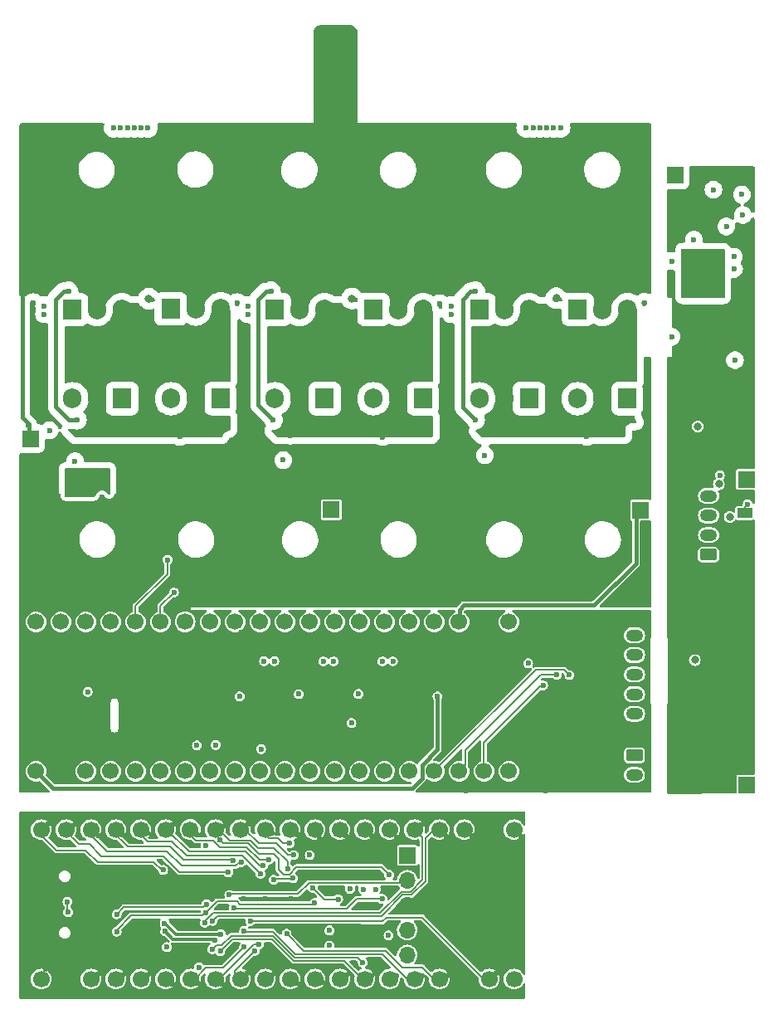
<source format=gbr>
%TF.GenerationSoftware,KiCad,Pcbnew,7.0.10*%
%TF.CreationDate,2024-07-31T12:40:02+02:00*%
%TF.ProjectId,foc,666f632e-6b69-4636-9164-5f7063625858,rev?*%
%TF.SameCoordinates,PXc0145d0PY6b671e0*%
%TF.FileFunction,Copper,L4,Bot*%
%TF.FilePolarity,Positive*%
%FSLAX46Y46*%
G04 Gerber Fmt 4.6, Leading zero omitted, Abs format (unit mm)*
G04 Created by KiCad (PCBNEW 7.0.10) date 2024-07-31 12:40:02*
%MOMM*%
%LPD*%
G01*
G04 APERTURE LIST*
G04 Aperture macros list*
%AMRoundRect*
0 Rectangle with rounded corners*
0 $1 Rounding radius*
0 $2 $3 $4 $5 $6 $7 $8 $9 X,Y pos of 4 corners*
0 Add a 4 corners polygon primitive as box body*
4,1,4,$2,$3,$4,$5,$6,$7,$8,$9,$2,$3,0*
0 Add four circle primitives for the rounded corners*
1,1,$1+$1,$2,$3*
1,1,$1+$1,$4,$5*
1,1,$1+$1,$6,$7*
1,1,$1+$1,$8,$9*
0 Add four rect primitives between the rounded corners*
20,1,$1+$1,$2,$3,$4,$5,0*
20,1,$1+$1,$4,$5,$6,$7,0*
20,1,$1+$1,$6,$7,$8,$9,0*
20,1,$1+$1,$8,$9,$2,$3,0*%
G04 Aperture macros list end*
%TA.AperFunction,ComponentPad*%
%ADD10R,1.700000X1.700000*%
%TD*%
%TA.AperFunction,ComponentPad*%
%ADD11RoundRect,0.250000X-0.625000X0.350000X-0.625000X-0.350000X0.625000X-0.350000X0.625000X0.350000X0*%
%TD*%
%TA.AperFunction,ComponentPad*%
%ADD12O,1.750000X1.200000*%
%TD*%
%TA.AperFunction,ComponentPad*%
%ADD13C,1.700000*%
%TD*%
%TA.AperFunction,ComponentPad*%
%ADD14O,2.100000X1.050000*%
%TD*%
%TA.AperFunction,SMDPad,CuDef*%
%ADD15R,1.500000X1.000000*%
%TD*%
%TA.AperFunction,ComponentPad*%
%ADD16R,1.905000X2.000000*%
%TD*%
%TA.AperFunction,ComponentPad*%
%ADD17O,1.905000X2.000000*%
%TD*%
%TA.AperFunction,ComponentPad*%
%ADD18O,1.700000X1.700000*%
%TD*%
%TA.AperFunction,ComponentPad*%
%ADD19C,4.800000*%
%TD*%
%TA.AperFunction,ConnectorPad*%
%ADD20C,5.000000*%
%TD*%
%TA.AperFunction,ComponentPad*%
%ADD21RoundRect,0.250000X0.625000X-0.350000X0.625000X0.350000X-0.625000X0.350000X-0.625000X-0.350000X0*%
%TD*%
%TA.AperFunction,ViaPad*%
%ADD22C,0.600000*%
%TD*%
%TA.AperFunction,ViaPad*%
%ADD23C,0.800000*%
%TD*%
%TA.AperFunction,Conductor*%
%ADD24C,0.406400*%
%TD*%
%TA.AperFunction,Conductor*%
%ADD25C,0.304800*%
%TD*%
%TA.AperFunction,Conductor*%
%ADD26C,0.177800*%
%TD*%
%TA.AperFunction,Conductor*%
%ADD27C,0.200000*%
%TD*%
G04 APERTURE END LIST*
D10*
%TO.P,P6,1,Pin_1*%
%TO.N,V_IN*%
X-9900000Y46220000D03*
%TD*%
%TO.P,P8,1,Pin_1*%
%TO.N,GND*%
X-9900000Y-16050000D03*
%TD*%
D11*
%TO.P,J1,1,Pin_1*%
%TO.N,Net-(C3-Pad1)*%
X-14060000Y-13020000D03*
D12*
%TO.P,J1,2,Pin_2*%
%TO.N,Net-(C2-Pad1)*%
X-14060000Y-15020000D03*
%TD*%
D13*
%TO.P,,9,PA3*%
%TO.N,/mcu/CURRENT_2*%
X-46667500Y-35840000D03*
%TD*%
D11*
%TO.P,J2,1,Pin_1*%
%TO.N,GND*%
X-14050000Y1220000D03*
D12*
%TO.P,J2,2,Pin_2*%
%TO.N,/mcu/HALL_3*%
X-14050000Y-780000D03*
%TO.P,J2,3,Pin_3*%
%TO.N,/mcu/HALL_2*%
X-14050000Y-2780000D03*
%TO.P,J2,4,Pin_4*%
%TO.N,/mcu/HALL_1*%
X-14050000Y-4780000D03*
%TO.P,J2,5,Pin_5*%
%TO.N,/mcu/TEMP_MOTOR*%
X-14050000Y-6780000D03*
%TO.P,J2,6,Pin_6*%
%TO.N,Net-(J2-Pad6)*%
X-14050000Y-8780000D03*
%TD*%
D13*
%TO.P,,20,5V*%
%TO.N,+5V*%
X-74607500Y-35840000D03*
%TD*%
%TO.P,,12,PA6*%
%TO.N,/driver/SENS_2*%
X-54287500Y-35840000D03*
%TD*%
D14*
%TO.P,J6,S1,SHIELD*%
%TO.N,GND*%
X-71662835Y-23919999D03*
%TO.P,J6,S2,SHIELD*%
X-71662835Y-32559999D03*
%TO.P,J6,S3,SHIELD*%
X-75842835Y-23919999D03*
%TO.P,J6,S4,SHIELD*%
X-75842835Y-32559999D03*
%TD*%
D13*
%TO.P,,7,PA1*%
%TO.N,/mcu/PC14*%
X-41587500Y-35840000D03*
%TD*%
%TO.P,,8,PA2*%
%TO.N,/mcu/CURRENT_3*%
X-44127500Y-35840000D03*
%TD*%
%TO.P,,13,PA7*%
%TO.N,/driver/SENS_1*%
X-56827500Y-35840000D03*
%TD*%
D10*
%TO.P,P9,1,Pin_1*%
%TO.N,GND*%
X-13450000Y19300000D03*
%TD*%
D13*
%TO.P,,18,3V3*%
%TO.N,VCC*%
X-69527500Y-35840000D03*
%TD*%
D10*
%TO.P,P3,1,Pin_1*%
%TO.N,GND*%
X-2589999Y46200000D03*
%TD*%
%TO.P,P1,1,Pin_1*%
%TO.N,Net-(D1-Pad1)*%
X-2639999Y15150000D03*
%TD*%
D13*
%TO.P,,11,PA5*%
%TO.N,/driver/SENS_3*%
X-51747500Y-35840000D03*
%TD*%
D10*
%TO.P,P5,1,Pin_1*%
%TO.N,+5V*%
X-13450000Y12000000D03*
%TD*%
D13*
%TO.P,,10,PA4*%
%TO.N,/mcu/CURRENT_1*%
X-49207500Y-35840000D03*
%TD*%
%TO.P,,19,GND*%
%TO.N,GND*%
X-72067500Y-35840000D03*
%TD*%
%TO.P,,17,PB10*%
%TO.N,Net-(J5-Pad1)*%
X-66987500Y-35840000D03*
%TD*%
D10*
%TO.P,P4,1,Pin_1*%
%TO.N,+5V*%
X-2589999Y-16050000D03*
%TD*%
D13*
%TO.P,,14,PB0*%
%TO.N,/driver/SENS_SUPPLY*%
X-59367500Y-35840000D03*
%TD*%
%TO.P,,15,PB1*%
%TO.N,/mcu/ADC_TEMP*%
X-61907500Y-35840000D03*
%TD*%
D10*
%TO.P,P7,1,Pin_1*%
%TO.N,V_IN*%
X-75700000Y19300000D03*
%TD*%
D13*
%TO.P,,16,PB2*%
%TO.N,/mcu/SERVO*%
X-64447500Y-35840000D03*
%TD*%
D10*
%TO.P,P10,1,Pin_1*%
%TO.N,+12V*%
X-45000000Y12050000D03*
%TD*%
%TO.P,P2,1,Pin_1*%
%TO.N,GND*%
X-75700000Y12000000D03*
%TD*%
D15*
%TO.P,SW2,1,A*%
%TO.N,GND*%
X-2800000Y10400000D03*
%TO.P,SW2,2,B*%
%TO.N,Net-(Q1-Pad1)*%
X-2800000Y11700000D03*
%TD*%
D16*
%TO.P,Q11,1,G*%
%TO.N,Net-(Q11-Pad1)*%
X-35610000Y23370000D03*
D17*
%TO.P,Q11,2,D*%
%TO.N,/driver/HS2*%
X-38150000Y23370000D03*
%TO.P,Q11,3,S*%
%TO.N,Net-(NT3-Pad2)*%
X-40690000Y23370000D03*
%TD*%
D16*
%TO.P,Q5,1,G*%
%TO.N,Net-(Q5-Pad1)*%
X-66342500Y23369958D03*
D17*
%TO.P,Q5,2,D*%
%TO.N,/driver/HS1*%
X-68882500Y23369958D03*
%TO.P,Q5,3,S*%
%TO.N,Net-(NT1-Pad2)*%
X-71422500Y23369958D03*
%TD*%
D16*
%TO.P,Q12,1,G*%
%TO.N,Net-(Q12-Pad1)*%
X-29890000Y32470000D03*
D17*
%TO.P,Q12,2,D*%
%TO.N,V_IN*%
X-27350000Y32470000D03*
%TO.P,Q12,3,S*%
%TO.N,/driver/HS3*%
X-24810000Y32470000D03*
%TD*%
D10*
%TO.P,P11,1,Pin_1*%
%TO.N,VCC*%
X-37236429Y-23235000D03*
D18*
%TO.P,P11,2,Pin_2*%
%TO.N,Net-(P11-Pad2)*%
X-37236429Y-25775000D03*
%TO.P,P11,3,Pin_3*%
%TO.N,GND*%
X-37236429Y-28315000D03*
%TO.P,P11,4,Pin_4*%
%TO.N,Net-(P11-Pad4)*%
X-37236429Y-30855000D03*
%TO.P,P11,5,Pin_5*%
%TO.N,/mcu/NRST*%
X-37236429Y-33395000D03*
%TD*%
D19*
%TO.P,H13,1,1*%
%TO.N,/driver/HS1*%
X-59400000Y28320000D03*
D20*
X-59400000Y28320000D03*
%TD*%
D19*
%TO.P,H15,1,1*%
%TO.N,/driver/HS3*%
X-17800000Y28300000D03*
D20*
X-17800000Y28300000D03*
%TD*%
D16*
%TO.P,Q9,1,G*%
%TO.N,Net-(Q9-Pad1)*%
X-45660000Y23370000D03*
D17*
%TO.P,Q9,2,D*%
%TO.N,/driver/HS2*%
X-48200000Y23370000D03*
%TO.P,Q9,3,S*%
%TO.N,Net-(NT3-Pad2)*%
X-50740000Y23370000D03*
%TD*%
D13*
%TO.P,U12,1,VBAT*%
%TO.N,unconnected-(U12-Pad1)*%
X-26867500Y-14645000D03*
%TO.P,U12,2,PC13*%
%TO.N,/mcu/HALL_1*%
X-29407500Y-14645000D03*
%TO.P,U12,3,PC14*%
%TO.N,/mcu/HALL_2*%
X-31947500Y-14645000D03*
%TO.P,U12,4,PC15*%
%TO.N,/mcu/HALL_3*%
X-34487500Y-14645000D03*
%TO.P,U12,5,NRST*%
%TO.N,/mcu/NRST*%
X-37027500Y-14645000D03*
%TO.P,U12,6,PA0*%
%TO.N,/mcu/PC13*%
X-39567500Y-14645000D03*
%TO.P,U12,7,PA1*%
%TO.N,/mcu/PC14*%
X-42107500Y-14645000D03*
%TO.P,U12,8,PA2*%
%TO.N,/mcu/CURRENT_3*%
X-44647500Y-14645000D03*
%TO.P,U12,9,PA3*%
%TO.N,/mcu/CURRENT_2*%
X-47187500Y-14645000D03*
%TO.P,U12,10,PA4*%
%TO.N,/mcu/CURRENT_1*%
X-49727500Y-14645000D03*
%TO.P,U12,11,PA5*%
%TO.N,/driver/SENS_3*%
X-52267500Y-14645000D03*
%TO.P,U12,12,PA6*%
%TO.N,/driver/SENS_2*%
X-54807500Y-14645000D03*
%TO.P,U12,13,PA7*%
%TO.N,/driver/SENS_1*%
X-57347500Y-14645000D03*
%TO.P,U12,14,PB0*%
%TO.N,/driver/SENS_SUPPLY*%
X-59887500Y-14645000D03*
%TO.P,U12,15,PB1*%
%TO.N,/mcu/ADC_TEMP*%
X-62427500Y-14645000D03*
%TO.P,U12,16,PB2*%
%TO.N,/mcu/SERVO*%
X-64967500Y-14645000D03*
%TO.P,U12,17,PB10*%
%TO.N,Net-(J5-Pad1)*%
X-67507500Y-14645000D03*
%TO.P,U12,18,3V3*%
%TO.N,VCC*%
X-70047500Y-14645000D03*
%TO.P,U12,19,GND*%
%TO.N,GND*%
X-72587500Y-14645000D03*
%TO.P,U12,20,5V*%
%TO.N,+5V*%
X-75127500Y-14645000D03*
%TO.P,U12,21,PB12*%
%TO.N,/mcu/PC12*%
X-75127500Y595000D03*
%TO.P,U12,22,PB13*%
%TO.N,/driver/H1*%
X-72587500Y595000D03*
%TO.P,U12,23,PB14*%
%TO.N,/driver/H2*%
X-70047500Y595000D03*
%TO.P,U12,24,PB15*%
%TO.N,/driver/H3*%
X-67507500Y595000D03*
%TO.P,U12,25,PA8*%
%TO.N,/driver/L1*%
X-64967500Y595000D03*
%TO.P,U12,26,PA9*%
%TO.N,/driver/L2*%
X-62427500Y595000D03*
%TO.P,U12,27,PA10*%
%TO.N,/driver/L3*%
X-59911105Y604993D03*
%TO.P,U12,28,PA11*%
%TO.N,/mcu/TX_SCL_MOSI*%
X-57347500Y595000D03*
%TO.P,U12,29,PA12*%
%TO.N,/mcu/MISO_ADC_EXT2*%
X-54807500Y595000D03*
%TO.P,U12,30,PA15*%
%TO.N,/mcu/SCK_ADC_EXT*%
X-52267500Y595000D03*
%TO.P,U12,31,PB3*%
%TO.N,/mcu/RX_SDA_NSS*%
X-49727500Y595000D03*
%TO.P,U12,32,PB4*%
%TO.N,/mcu/ADC_9*%
X-47187500Y595000D03*
%TO.P,U12,33,PB5*%
%TO.N,/mcu/ADC_8*%
X-44647500Y595000D03*
%TO.P,U12,34,PB6*%
%TO.N,/mcu/LED_RED*%
X-42107500Y595000D03*
%TO.P,U12,35,PB7*%
%TO.N,/mcu/TEMP_MOTOR*%
X-39567500Y595000D03*
%TO.P,U12,36,PB8*%
%TO.N,/mcu/CAN_RX*%
X-37027500Y595000D03*
%TO.P,U12,37,PB9*%
%TO.N,/mcu/CAN_TX*%
X-34487500Y595000D03*
%TO.P,U12,38,5V*%
%TO.N,+5V*%
X-31947500Y595000D03*
%TO.P,U12,39,GND*%
%TO.N,GND*%
X-29407500Y595000D03*
%TO.P,U12,40,3V3*%
%TO.N,VCC*%
X-26867500Y595000D03*
%TD*%
D16*
%TO.P,Q14,1,G*%
%TO.N,Net-(Q14-Pad1)*%
X-19840000Y32470000D03*
D17*
%TO.P,Q14,2,D*%
%TO.N,V_IN*%
X-17300000Y32470000D03*
%TO.P,Q14,3,S*%
%TO.N,/driver/HS3*%
X-14760000Y32470000D03*
%TD*%
D16*
%TO.P,Q4,1,G*%
%TO.N,Net-(Q4-Pad1)*%
X-71460000Y32470000D03*
D17*
%TO.P,Q4,2,D*%
%TO.N,V_IN*%
X-68920000Y32470000D03*
%TO.P,Q4,3,S*%
%TO.N,/driver/HS1*%
X-66380000Y32470000D03*
%TD*%
D21*
%TO.P,J4,1,Pin_1*%
%TO.N,Net-(J4-Pad1)*%
X-6489999Y7450000D03*
D12*
%TO.P,J4,2,Pin_2*%
%TO.N,Net-(J4-Pad2)*%
X-6489999Y9450000D03*
%TO.P,J4,3,Pin_3*%
%TO.N,Net-(J4-Pad3)*%
X-6489999Y11450000D03*
%TO.P,J4,4,Pin_4*%
%TO.N,Net-(D1-Pad1)*%
X-6489999Y13450000D03*
%TD*%
D16*
%TO.P,Q15,1,G*%
%TO.N,Net-(Q15-Pad1)*%
X-14760000Y23370000D03*
D17*
%TO.P,Q15,2,D*%
%TO.N,/driver/HS3*%
X-17300000Y23370000D03*
%TO.P,Q15,3,S*%
%TO.N,Net-(NT5-Pad2)*%
X-19840000Y23370000D03*
%TD*%
D16*
%TO.P,Q7,1,G*%
%TO.N,Net-(Q7-Pad1)*%
X-56260000Y23370000D03*
D17*
%TO.P,Q7,2,D*%
%TO.N,/driver/HS1*%
X-58800000Y23370000D03*
%TO.P,Q7,3,S*%
%TO.N,Net-(NT1-Pad2)*%
X-61340000Y23370000D03*
%TD*%
D16*
%TO.P,Q13,1,G*%
%TO.N,Net-(Q13-Pad1)*%
X-24810000Y23370000D03*
D17*
%TO.P,Q13,2,D*%
%TO.N,/driver/HS3*%
X-27350000Y23370000D03*
%TO.P,Q13,3,S*%
%TO.N,Net-(NT5-Pad2)*%
X-29890000Y23370000D03*
%TD*%
D16*
%TO.P,Q10,1,G*%
%TO.N,Net-(Q10-Pad1)*%
X-40690000Y32470000D03*
D17*
%TO.P,Q10,2,D*%
%TO.N,V_IN*%
X-38150000Y32470000D03*
%TO.P,Q10,3,S*%
%TO.N,/driver/HS2*%
X-35610000Y32470000D03*
%TD*%
D16*
%TO.P,Q8,1,G*%
%TO.N,Net-(Q8-Pad1)*%
X-50760000Y32470000D03*
D17*
%TO.P,Q8,2,D*%
%TO.N,V_IN*%
X-48220000Y32470000D03*
%TO.P,Q8,3,S*%
%TO.N,/driver/HS2*%
X-45680000Y32470000D03*
%TD*%
D19*
%TO.P,H14,1,1*%
%TO.N,/driver/HS2*%
X-38600000Y28300000D03*
D20*
X-38600000Y28300000D03*
%TD*%
D16*
%TO.P,Q6,1,G*%
%TO.N,Net-(Q6-Pad1)*%
X-61377500Y32520000D03*
D17*
%TO.P,Q6,2,D*%
%TO.N,V_IN*%
X-58837500Y32520000D03*
%TO.P,Q6,3,S*%
%TO.N,/driver/HS1*%
X-56297500Y32520000D03*
%TD*%
D13*
%TO.P,U12,1,VBAT*%
%TO.N,unconnected-(U12-Pad1)*%
X-26347500Y-35840000D03*
%TO.P,U12,2,PC13*%
%TO.N,/mcu/HALL_1*%
X-28887500Y-35840000D03*
%TO.P,U12,3,PC14*%
%TO.N,GND*%
X-31427500Y-35840000D03*
%TO.P,U12,4,PC15*%
%TO.N,/mcu/HALL_3*%
X-33967500Y-35840000D03*
%TO.P,U12,5,NRST*%
%TO.N,/mcu/NRST*%
X-36507500Y-35840000D03*
%TO.P,U12,6,PA0*%
%TO.N,/mcu/PC13*%
X-39047500Y-35840000D03*
%TO.P,U12,7,PA1*%
%TO.N,/mcu/PC14*%
X-41587500Y-35840000D03*
%TO.P,U12,8,PA2*%
%TO.N,/mcu/CURRENT_3*%
X-44127500Y-35840000D03*
%TO.P,U12,9,PA3*%
%TO.N,/mcu/CURRENT_2*%
X-46667500Y-35840000D03*
%TO.P,U12,10,PA4*%
%TO.N,/mcu/CURRENT_1*%
X-49207500Y-35840000D03*
%TO.P,U12,11,PA5*%
%TO.N,/driver/SENS_3*%
X-51747500Y-35840000D03*
%TO.P,U12,12,PA6*%
%TO.N,/driver/SENS_2*%
X-54287500Y-35840000D03*
%TO.P,U12,13,PA7*%
%TO.N,/driver/SENS_1*%
X-56827500Y-35840000D03*
%TO.P,U12,14,PB0*%
%TO.N,/driver/SENS_SUPPLY*%
X-59367500Y-35840000D03*
%TO.P,U12,15,PB1*%
%TO.N,/mcu/ADC_TEMP*%
X-61907500Y-35840000D03*
%TO.P,U12,16,PB2*%
%TO.N,/mcu/SERVO*%
X-64447500Y-35840000D03*
%TO.P,U12,17,PB10*%
%TO.N,Net-(J5-Pad1)*%
X-66987500Y-35840000D03*
%TO.P,U12,18,3V3*%
%TO.N,VCC*%
X-69527500Y-35840000D03*
%TO.P,U12,19,GND*%
%TO.N,GND*%
X-72067500Y-35840000D03*
%TO.P,U12,20,5V*%
%TO.N,+5V*%
X-74607500Y-35840000D03*
%TO.P,U12,21,PB12*%
%TO.N,/mcu/PC12*%
X-74607500Y-20600000D03*
%TO.P,U12,22,PB13*%
%TO.N,/driver/H1*%
X-72067500Y-20600000D03*
%TO.P,U12,23,PB14*%
%TO.N,/driver/H2*%
X-69527500Y-20600000D03*
%TO.P,U12,24,PB15*%
%TO.N,/driver/H3*%
X-66987500Y-20600000D03*
%TO.P,U12,25,PA8*%
%TO.N,/driver/L1*%
X-64447500Y-20600000D03*
%TO.P,U12,26,PA9*%
%TO.N,/driver/L2*%
X-61907500Y-20600000D03*
%TO.P,U12,27,PA10*%
%TO.N,/driver/L3*%
X-59391105Y-20590007D03*
%TO.P,U12,28,PA11*%
%TO.N,/mcu/TX_SCL_MOSI*%
X-56827500Y-20600000D03*
%TO.P,U12,29,PA12*%
%TO.N,/mcu/MISO_ADC_EXT2*%
X-54287500Y-20600000D03*
%TO.P,U12,30,PA15*%
%TO.N,/mcu/SCK_ADC_EXT*%
X-51747500Y-20600000D03*
%TO.P,U12,31,PB3*%
%TO.N,/mcu/RX_SDA_NSS*%
X-49207500Y-20600000D03*
%TO.P,U12,32,PB4*%
%TO.N,/mcu/ADC_9*%
X-46667500Y-20600000D03*
%TO.P,U12,33,PB5*%
%TO.N,/mcu/ADC_8*%
X-44127500Y-20600000D03*
%TO.P,U12,34,PB6*%
%TO.N,/mcu/LED_RED*%
X-41587500Y-20600000D03*
%TO.P,U12,35,PB7*%
%TO.N,/mcu/TEMP_MOTOR*%
X-39047500Y-20600000D03*
%TO.P,U12,36,PB8*%
%TO.N,/mcu/CAN_RX*%
X-36507500Y-20600000D03*
%TO.P,U12,37,PB9*%
%TO.N,/mcu/CAN_TX*%
X-33967500Y-20600000D03*
%TO.P,U12,38,5V*%
%TO.N,+5V*%
X-31427500Y-20600000D03*
%TO.P,U12,39,GND*%
%TO.N,GND*%
X-28887500Y-20600000D03*
%TO.P,U12,40,3V3*%
%TO.N,VCC*%
X-26347500Y-20600000D03*
%TD*%
D22*
%TO.N,+5V*%
X-34150000Y-7000000D03*
%TO.N,VCC*%
X-39155758Y-31388033D03*
X-45184968Y-30900000D03*
X-58502657Y-34647342D03*
X-54350000Y-7000000D03*
X-43080000Y-26640000D03*
X-57800000Y-22215400D03*
X-69850000Y-6550000D03*
X-45184968Y-32429418D03*
X-48320000Y-6770000D03*
X-61785000Y-32585000D03*
X-47200000Y-23200000D03*
X-24900000Y-3629700D03*
X-42220000Y-6750000D03*
X-40460000Y-26690000D03*
X-41750000Y-26680000D03*
%TO.N,+12V*%
X-3800000Y27300000D03*
X-2990010Y42100000D03*
%TO.N,/driver/HS1*%
X-69807500Y19810000D03*
X-60460000Y19470000D03*
X-67737500Y19850000D03*
D23*
%TO.N,/mcu/ADC_TEMP*%
X-70600000Y15000000D03*
X-69100000Y15850000D03*
X-69750000Y14150000D03*
X-70600000Y14150000D03*
X-69950000Y15850000D03*
X-68250000Y15850000D03*
X-71600000Y14150000D03*
X-71634600Y15839846D03*
X-69750000Y15000000D03*
X-70800000Y15850000D03*
X-71634600Y15000000D03*
%TO.N,V_IN*%
X-42930000Y39095000D03*
X-67700000Y39095000D03*
X-37420000Y38475000D03*
D22*
X-6589999Y37430000D03*
D23*
X-48920000Y39100000D03*
D22*
X-5879998Y35317500D03*
D23*
X-46420000Y38475000D03*
X-24160000Y39075000D03*
X-38420000Y38475000D03*
X-61710000Y39090000D03*
X-26650000Y38455000D03*
X-38920000Y39100000D03*
X-65710000Y39090000D03*
X-24660000Y38450000D03*
X-23160000Y39075000D03*
D22*
X-5889999Y38130000D03*
D23*
X-45930000Y39095000D03*
X-16650000Y38455000D03*
X-25650000Y38455000D03*
D22*
X-7289999Y37430000D03*
X-7289999Y38125000D03*
D23*
X-39930000Y39095000D03*
X-60200000Y38470000D03*
X-43430000Y38470000D03*
X-48420000Y38475000D03*
X-20160000Y39075000D03*
X-59700000Y39095000D03*
X-45430000Y38470000D03*
D22*
X-6579998Y35317500D03*
D23*
X-63210000Y38465000D03*
X-23660000Y38450000D03*
X-47420000Y38475000D03*
D22*
X-75950000Y20700000D03*
D23*
X-17650000Y38455000D03*
X-21660000Y38450000D03*
D22*
X-6579998Y38125000D03*
D23*
X-68700000Y39095000D03*
X-22160000Y39075000D03*
X-64710000Y39090000D03*
X-41930000Y39095000D03*
X-58200000Y38470000D03*
X-42430000Y38470000D03*
X-47920000Y39100000D03*
X-28150000Y39080000D03*
X-44930000Y39095000D03*
X-63710000Y39090000D03*
X-18150000Y39080000D03*
X-69700000Y39095000D03*
X-64210000Y38465000D03*
X-62210000Y38465000D03*
X-61210000Y38465000D03*
X-41430000Y38470000D03*
D22*
X-5889999Y37430000D03*
D23*
X-43930000Y39095000D03*
X-25160000Y39075000D03*
X-40930000Y39095000D03*
X-39420000Y38475000D03*
X-65210000Y38465000D03*
X-69200000Y38470000D03*
X-58700000Y39095000D03*
X-17150000Y39080000D03*
X-27150000Y39080000D03*
X-26150000Y39080000D03*
X-22660000Y38450000D03*
X-66210000Y38465000D03*
D22*
X-6569998Y36730000D03*
X-5869998Y36730000D03*
D23*
X-60710000Y39090000D03*
X-20660000Y38450000D03*
D22*
X-7279998Y35317500D03*
D23*
X-62710000Y39090000D03*
X-40430000Y38470000D03*
D22*
X-7279998Y36017500D03*
D23*
X-44430000Y38470000D03*
X-46920000Y39100000D03*
X-68200000Y38470000D03*
X-66710000Y39090000D03*
X-19660000Y38450000D03*
X-18650000Y38455000D03*
X-19160000Y39075000D03*
X-67200000Y38470000D03*
X-37920000Y39100000D03*
D22*
X-6579998Y36017500D03*
X-5869998Y36030000D03*
X-7269998Y36730000D03*
D23*
X-21160000Y39075000D03*
X-59200000Y38470000D03*
X-27650000Y38455000D03*
D22*
%TO.N,/driver/HS2*%
X-49150000Y19600000D03*
X-39760000Y19460042D03*
X-47087500Y19840042D03*
%TO.N,/driver/HS3*%
X-18910000Y19470042D03*
X-27370000Y19830000D03*
X-25950000Y19850000D03*
%TO.N,/mcu/PH0*%
X-56248710Y-31260305D03*
X-62000000Y-30161971D03*
%TO.N,/mcu/PH1*%
X-61945774Y-30969345D03*
X-56900000Y-31838900D03*
%TO.N,/driver/L2*%
X-61050000Y3600000D03*
X-51936429Y-24260000D03*
%TO.N,/mcu/USB_D+*%
X-71916383Y-27959989D03*
X-71842835Y-29016499D03*
%TO.N,/mcu/LED_RED*%
X-66900000Y-31000000D03*
X-46712886Y-28079939D03*
X-57800000Y-29050000D03*
%TO.N,/mcu/LED_GREEN*%
X-66900000Y-29248057D03*
X-57750000Y-28200000D03*
%TO.N,/mcu/HALL_3*%
X-49550872Y-31225400D03*
X-20700002Y-4825002D03*
%TO.N,/mcu/HALL_2*%
X-22000002Y-4825002D03*
%TO.N,/mcu/HALL_1*%
X-53250000Y-29925400D03*
X-23377851Y-5884582D03*
%TO.N,/mcu/CAN_RX*%
X-57900000Y-30100000D03*
%TO.N,/driver/SENS_1*%
X-56800000Y-11960000D03*
X-52350000Y-32299989D03*
X-71150000Y17000000D03*
%TO.N,/driver/SENS_2*%
X-52817927Y-32986579D03*
X-52160000Y-12380000D03*
X-49900000Y17100000D03*
%TO.N,/driver/SENS_3*%
X-29329720Y17600000D03*
X-42930000Y-9730000D03*
%TO.N,/driver/SENS_SUPPLY*%
X-58700000Y-12000000D03*
X-73754630Y20145370D03*
X-53900872Y-32595557D03*
%TO.N,/driver/HO3*%
X-30290000Y34320000D03*
X-30310000Y21220042D03*
%TO.N,/mcu/CAN_TX*%
X-57100000Y-29900000D03*
%TO.N,/driver/H1*%
X-55486429Y-24960000D03*
%TO.N,/driver/L1*%
X-52212389Y-25094852D03*
X-61720000Y6920000D03*
%TO.N,/driver/H2*%
X-54187150Y-23888166D03*
%TO.N,/driver/H3*%
X-55035258Y-23783891D03*
%TO.N,/driver/L3*%
X-51359027Y-23660000D03*
%TO.N,GND*%
X-5689999Y19450000D03*
X-67300000Y7100000D03*
X-38800000Y-23200000D03*
X-21600000Y51000000D03*
X-35200000Y13720000D03*
X-46700000Y-800000D03*
D23*
X-4739999Y32550000D03*
D22*
X-27300000Y5300000D03*
X-56500000Y-25450000D03*
X-43860000Y-7830000D03*
X-44150000Y10450000D03*
X-65848928Y-32500000D03*
X-51000000Y-35400000D03*
X-57000000Y5200000D03*
X-27610000Y12420000D03*
X-32900000Y-30800000D03*
X-56135000Y-5580000D03*
X-47900000Y-600000D03*
X-13712320Y-16515400D03*
X-16260000Y17420000D03*
X-53185000Y-8330000D03*
X-25750000Y1500000D03*
X-52550000Y-30475400D03*
X-37060000Y17420000D03*
X-29300000Y-26000000D03*
X-54460000Y-1830000D03*
X-56950000Y-7900000D03*
X-49400000Y-800000D03*
X-66250000Y-15300000D03*
X-68800000Y-35350000D03*
X-41960000Y-3030000D03*
X-53560000Y-15300000D03*
X-17000000Y-7600000D03*
X-71580000Y-360000D03*
X-36600000Y5350000D03*
X-33100000Y2600000D03*
X-55210000Y19120000D03*
X-65650000Y-600000D03*
X-2489999Y39550000D03*
X-39075000Y-4790000D03*
X-65800000Y-27900000D03*
X-33300000Y-100000D03*
X-24400000Y51000000D03*
X-45850000Y-8295000D03*
X-55463954Y-30977699D03*
X-40860000Y-15030000D03*
X-66250000Y-21100000D03*
X-39960000Y-2430000D03*
X-16450000Y-12000000D03*
X-34750000Y-1700000D03*
X-32610000Y20970000D03*
X-28100000Y-11700000D03*
X-7300000Y12450000D03*
X-73500000Y-26200000D03*
X-42300000Y-22150000D03*
X-31060000Y15770000D03*
X-57760000Y17420000D03*
X-59500000Y-700000D03*
X-52400000Y13500000D03*
X-35750001Y-35550000D03*
D23*
X-63610000Y33570000D03*
X-38860000Y13820000D03*
D22*
X-57010000Y10700000D03*
X-37210000Y15620000D03*
D23*
X-22030000Y33610000D03*
D22*
X-52285000Y-2255000D03*
X-74900000Y-11500000D03*
X-41360000Y15620000D03*
D23*
X-6889999Y-16100000D03*
D22*
X-40850000Y-35500000D03*
X-59800000Y-8000000D03*
X-25900000Y-28600000D03*
X-61900000Y-1850000D03*
X-43850000Y-31750000D03*
X-67950000Y1900000D03*
X-46060000Y-2180000D03*
X-25650000Y-33300000D03*
X-38310000Y-15030000D03*
X-64400000Y51000000D03*
X-29400000Y-23000000D03*
X-25900000Y-27700000D03*
X-32900000Y-27950000D03*
X-58380000Y-13740000D03*
D23*
X-58200000Y13400000D03*
D22*
X-21810000Y10920000D03*
X-40400000Y6100000D03*
X-72800000Y16900000D03*
X-70350000Y11450000D03*
X-46900000Y-31600000D03*
X-59112555Y-33865400D03*
D23*
X-4739999Y31350000D03*
D22*
X-48550000Y1350000D03*
X-33200000Y-15300000D03*
X-46550000Y-25500000D03*
X-6189999Y-2550000D03*
X-34900000Y-5500000D03*
X-13000000Y10430000D03*
X-22300000Y51000000D03*
X-15700000Y-5400000D03*
X-75300000Y15800000D03*
D23*
X-37960000Y12370000D03*
D22*
X-34650000Y-3600000D03*
X-66900000Y-25400000D03*
X-75400000Y9800000D03*
X-53900000Y-25300000D03*
X-56710000Y-1150000D03*
X-15900000Y1100000D03*
X-32900000Y-29400000D03*
X-72800000Y-30200000D03*
X-49480000Y6410000D03*
X-32100000Y7600000D03*
X-55400000Y8750000D03*
X-67200000Y51000000D03*
X-58600000Y-36300000D03*
X-60850000Y5200000D03*
X-43400000Y-35400000D03*
X-43910000Y8610000D03*
X-31800000Y-3450000D03*
X-57850000Y-27300000D03*
X-41010000Y-8605000D03*
X-34400000Y16500000D03*
X-8289999Y-8200000D03*
X-50830000Y-13760000D03*
X-6889999Y16350000D03*
X-2189999Y7050000D03*
X-19550000Y-800000D03*
X-58500000Y-5700000D03*
X-58600000Y1300000D03*
D23*
X-17060000Y12420000D03*
D22*
X-43800000Y3900000D03*
X-49450000Y11550000D03*
X-13010000Y21620000D03*
X-43360000Y-14330000D03*
X-38300000Y-35550000D03*
X-33600000Y-23000000D03*
X-23100000Y-16600000D03*
X-53900000Y-27665400D03*
X-43935000Y-1980000D03*
X-48435557Y-21135557D03*
X-58689863Y-21089864D03*
X-72900000Y9200000D03*
X-66500000Y51000000D03*
X-37450000Y-5600000D03*
X-51400000Y-32300000D03*
X-51750000Y-27665400D03*
X-48468872Y-36302410D03*
X-49120127Y-27665400D03*
X-47700000Y3800000D03*
X-63600000Y-32800000D03*
X-16510000Y16020000D03*
X-30850000Y5220000D03*
X-8350000Y-650000D03*
X-12970000Y6600000D03*
X-19500002Y-2625002D03*
X-50300000Y10900000D03*
X-32500000Y-34050000D03*
X-28130000Y-15300000D03*
X-45880693Y-12609307D03*
X-54760000Y-9430000D03*
X-44050000Y-25500000D03*
X-51450000Y8750000D03*
X-75000000Y6700000D03*
X-43400000Y1470000D03*
X-43190000Y-12460000D03*
X-73900000Y-20000000D03*
X-72950000Y13350000D03*
X-32350000Y12750000D03*
X-44000000Y6500000D03*
X-57850000Y-33000000D03*
X-64900000Y-34000000D03*
X-63300000Y7500000D03*
X-60000000Y6500000D03*
X-36480000Y-1560000D03*
X-65840000Y10080000D03*
X-23000000Y51000000D03*
X-71000000Y5500000D03*
X-20790000Y7620000D03*
X-23700000Y51000000D03*
X-63700000Y-20950000D03*
X-17660000Y14370000D03*
X-48245000Y-4900000D03*
X-38050000Y-2400000D03*
X-36390000Y-7340000D03*
X-49925000Y-7710000D03*
X-2900000Y-600000D03*
X-44900000Y-800000D03*
X-39150000Y2550000D03*
X-2300000Y33950000D03*
X-41786428Y-28235000D03*
X-53500000Y-20000000D03*
X-54400000Y6450000D03*
X-2089999Y-13400000D03*
X-61400000Y-25500000D03*
D23*
X-6289999Y46000000D03*
D22*
X-63800000Y1950000D03*
X-33250000Y-21300000D03*
X-23900000Y4300000D03*
D23*
X-59600000Y13800000D03*
D22*
X-36000000Y2600000D03*
X-49200000Y13800000D03*
X-29900000Y9900000D03*
X-45260000Y-4830000D03*
X-63050000Y-13000000D03*
X-71322628Y-20197414D03*
X-55800000Y-28590280D03*
X-35550000Y1500000D03*
X-24300000Y-12100000D03*
X-67400000Y-800000D03*
X-34200000Y-26200000D03*
X-53554299Y-35289588D03*
X-14410000Y14120000D03*
X-30439443Y18810557D03*
X-47050000Y6450000D03*
X-38355001Y-21420457D03*
X-35300000Y11950000D03*
X-55700000Y12700000D03*
X-35100000Y-12300000D03*
X-66700000Y-3300000D03*
X-56060000Y1370000D03*
X-54060000Y-10630000D03*
X-62200000Y-31700000D03*
X-19800000Y-4400000D03*
X-36400000Y-4480000D03*
D23*
X-58700000Y11700000D03*
X-2600000Y22300000D03*
D22*
X-48460000Y-15030000D03*
X-54335000Y-3290000D03*
X-74450000Y-600000D03*
X-24900000Y7600000D03*
X-10289999Y-13400000D03*
X-30700000Y-15200000D03*
X-69350000Y11550000D03*
X-25600000Y-10700000D03*
X-74650000Y2500000D03*
X-22900000Y6000000D03*
X-41310000Y-12330000D03*
X-35771405Y-20091480D03*
X-31710401Y-9249999D03*
X-48344600Y-10950000D03*
D23*
X-42880000Y33590000D03*
D22*
X-57700000Y-10200000D03*
X-50960000Y-15200000D03*
X-43600000Y-430000D03*
X-25100000Y51000000D03*
X-46850000Y-22100000D03*
X-30500000Y-13000000D03*
X-52770000Y5150000D03*
X-50350000Y-30850000D03*
X-43471944Y-21228056D03*
X-54960000Y-12530000D03*
X-30980000Y-1540000D03*
X-28150001Y-35300000D03*
X-51500000Y3800000D03*
X-56058771Y-20258771D03*
X-38390000Y-32415900D03*
X-29750000Y3100000D03*
X-68312499Y-33540000D03*
X-30550000Y-28100000D03*
X-71100000Y2800000D03*
X-25064578Y-9030419D03*
X-76280000Y-15970000D03*
X-63100000Y-3400000D03*
X-54160000Y-510000D03*
X-36800000Y-10850000D03*
X-42480827Y-34451967D03*
X-10389999Y18650000D03*
X-53500000Y10100000D03*
X-61170000Y-14260000D03*
X-26500000Y-34350000D03*
X-27710000Y14320000D03*
X-25100000Y-15400000D03*
X-34250000Y7700000D03*
X-25600000Y-21300000D03*
X-61176316Y-20087466D03*
X-71800000Y-34100000D03*
X-67900000Y4050000D03*
X-74150000Y-34850000D03*
X-16750000Y2700000D03*
X-21600000Y9300000D03*
X-27700000Y11500000D03*
X-51900000Y-26150000D03*
X-63690000Y-15170000D03*
X-68000000Y-11600000D03*
X-57100000Y6400000D03*
X-63600000Y5200000D03*
X-10289999Y8150000D03*
X-72300000Y-8900000D03*
X-40901944Y-21198057D03*
X-33800000Y5300000D03*
X-66900000Y-22150000D03*
D23*
X-37500000Y13300000D03*
D22*
X-6089999Y-6400000D03*
X-64110000Y10820000D03*
X-68790000Y-15280000D03*
X-72600000Y-3700000D03*
X-28100000Y-6900000D03*
X-69150000Y-500000D03*
X-48380000Y12290000D03*
X-2839999Y-2500000D03*
X-42510000Y-1440000D03*
X-33000000Y18800000D03*
X-54300000Y16300000D03*
X-68400000Y13300000D03*
X-76150000Y-1600000D03*
X-51685000Y-8270000D03*
X-51450000Y18950000D03*
X-72650000Y19050000D03*
X-53360000Y20870000D03*
X-4439999Y-6350000D03*
X-19900000Y-11200000D03*
X-61200000Y-36400000D03*
X-28850000Y-33450000D03*
X-30550000Y-31300000D03*
X-56100000Y-36400000D03*
X-48744600Y-2220000D03*
X-65800000Y51000000D03*
X-31200000Y-16600000D03*
X-23900000Y6900000D03*
X-9389999Y9950000D03*
X-68738057Y-21188057D03*
X-45900000Y-36200000D03*
X-17100000Y-10000000D03*
X-19610000Y11370000D03*
X-74100000Y17350000D03*
X-56060000Y-15190000D03*
X-43100000Y-27500000D03*
X-25650000Y-24650000D03*
X-46201050Y-21501050D03*
X-13100000Y3100000D03*
X-2189999Y8650000D03*
X-75300000Y-4900000D03*
X-47950000Y-34475400D03*
X-33910000Y33020000D03*
X-19900000Y-9000000D03*
X-17100000Y-2700000D03*
X-23150000Y1400000D03*
X-52100000Y6400000D03*
X-31450401Y-7469999D03*
X-16500000Y-4400000D03*
X-29329720Y16150000D03*
X-23852152Y-8770424D03*
X-71800000Y-22000000D03*
X-20050000Y1400000D03*
D23*
X-6889999Y-13500000D03*
D22*
X-25350000Y3000000D03*
D23*
X-6989999Y-10500000D03*
D22*
X-24110000Y11020000D03*
X-20100000Y14400000D03*
X-38400000Y-26700000D03*
X-61800000Y-34150000D03*
X-62100000Y-5600000D03*
X-27350000Y-1800000D03*
X-62950000Y-24950000D03*
X-33350000Y1400000D03*
X-35400000Y-10000000D03*
X-69100000Y-3800000D03*
X-34390000Y9550000D03*
X-50320000Y-2260000D03*
X-19800000Y4700000D03*
X-65700000Y3700000D03*
X-2389999Y-9600000D03*
X-43700000Y5250000D03*
X-39850000Y-25450000D03*
X-49805000Y-4780000D03*
X-33200000Y-35500000D03*
X-60400000Y-30100000D03*
X-68800000Y12400000D03*
X-16500000Y6000000D03*
X-54610000Y33120000D03*
X-75410000Y33120000D03*
X-48100000Y5065400D03*
X-20700000Y-7100000D03*
X-13040000Y33140000D03*
X-13500000Y-10800000D03*
X-47590000Y-12000000D03*
X-39585000Y-8295000D03*
X-18000000Y-14900000D03*
D23*
X-4389999Y-7450000D03*
D22*
X-41680000Y7660000D03*
D23*
X-16210000Y13020000D03*
D22*
X-3289999Y19350000D03*
X-37450000Y-8700000D03*
X-29400000Y-24550000D03*
X-65550000Y-11600000D03*
X-29510000Y13420000D03*
X-40275001Y-34365000D03*
X-54950000Y-29925411D03*
X-48081211Y-8320000D03*
X-48600000Y14400000D03*
X-66250000Y-35450000D03*
X-65100000Y51000000D03*
X-58200000Y-3400000D03*
X-63700000Y-35450000D03*
X-22652152Y-8770423D03*
X-38750000Y-30450000D03*
X-43760000Y-3330000D03*
X-41730000Y10920000D03*
X-51285000Y-4900000D03*
X-30650000Y-21250000D03*
X-51000000Y-20984600D03*
X-64164443Y-8464443D03*
X-4329997Y-5074998D03*
X-63700000Y51000000D03*
X-71500000Y-12500000D03*
D23*
X-17060000Y13620000D03*
D22*
X-29700000Y7500000D03*
%TO.N,/driver/HO1*%
X-70960000Y21220000D03*
X-71810000Y34320000D03*
%TO.N,/driver/HO2*%
X-51147500Y34320000D03*
X-50940000Y21210042D03*
%TO.N,/mcu/NRST*%
X-53886429Y-30910011D03*
%TO.N,/mcu/PB2*%
X-44300000Y-27700000D03*
X-46886429Y-26549597D03*
%TO.N,/mcu/PA15*%
X-39786429Y-27660000D03*
X-54950000Y-28590280D03*
D23*
%TO.N,Net-(D1-Pad1)*%
X-7589999Y20550000D03*
X-7889999Y-3300000D03*
D22*
%TO.N,Net-(Q1-Pad1)*%
X-2500000Y12600000D03*
%TO.N,Net-(P11-Pad4)*%
X-39086429Y-25210000D03*
X-56336429Y-21660000D03*
D23*
%TO.N,Net-(D1-Pad2)*%
X-4327499Y11318750D03*
X-5439999Y14650000D03*
D22*
%TO.N,Net-(NT1-Pad1)*%
X-50810000Y-3405000D03*
X-74310000Y31985963D03*
%TO.N,Net-(NT2-Pad1)*%
X-74311836Y32820000D03*
X-51860000Y-3405000D03*
%TO.N,Net-(NT3-Pad1)*%
X-53518164Y31986005D03*
X-44760000Y-3430000D03*
%TO.N,Net-(NT4-Pad1)*%
X-45810000Y-3430000D03*
X-53510000Y32839246D03*
%TO.N,Net-(NT5-Pad1)*%
X-38710000Y-3430000D03*
X-32760000Y31986005D03*
%TO.N,Net-(NT6-Pad1)*%
X-39760000Y-3430000D03*
X-32751836Y32839246D03*
%TO.N,Net-(P11-Pad2)*%
X-55400000Y-27265400D03*
%TO.N,/mcu/TX_SCL_MOSI*%
X-49424447Y-24560000D03*
%TO.N,/mcu/MISO_ADC_EXT2*%
X-48836418Y-23200000D03*
%TO.N,/mcu/SCK_ADC_EXT*%
X-49267127Y-22000000D03*
%TO.N,/mcu/RX_SDA_NSS*%
X-50886418Y-25710000D03*
X-48884855Y-25564997D03*
%TO.N,/mcu/PC14*%
X-56324792Y-32995832D03*
%TO.N,/mcu/PC13*%
X-41786429Y-34160000D03*
X-57135465Y-32806498D03*
%TO.N,/mcu/PC12*%
X-62156196Y-24714977D03*
%TO.N,Net-(J4-Pad2)*%
X-5345157Y15559258D03*
%TO.N,Net-(C27-Pad1)*%
X-10250000Y29700000D03*
X-10239999Y37400000D03*
X-7989999Y39600000D03*
%TO.N,Net-(C27-Pad2)*%
X-3889999Y36600000D03*
X-5989999Y44700000D03*
X-3089999Y44200000D03*
%TO.N,Net-(R21-Pad2)*%
X-3905399Y37850000D03*
X-4677785Y40929855D03*
%TD*%
D24*
%TO.N,+5V*%
X-13900000Y6550000D02*
X-13900000Y11550000D01*
X-18150000Y2300000D02*
X-13900000Y6550000D01*
X-31450000Y2300000D02*
X-18150000Y2300000D01*
X-35750000Y-14000000D02*
X-35750000Y-15400000D01*
X-36707288Y-16357288D02*
X-73415212Y-16357288D01*
X-31904620Y1845380D02*
X-31450000Y2300000D01*
X-73415212Y-16357288D02*
X-75127500Y-14645000D01*
X-35750000Y-15400000D02*
X-36707288Y-16357288D01*
X-34150000Y-12400000D02*
X-35750000Y-14000000D01*
X-34150000Y-7000000D02*
X-34150000Y-12400000D01*
X-31904620Y637880D02*
X-31904620Y1845380D01*
%TO.N,V_IN*%
X-75950000Y20850000D02*
X-76560000Y21460000D01*
X-76560000Y34140000D02*
X-75610000Y35090000D01*
X-76560000Y21460000D02*
X-76560000Y34140000D01*
X-75950000Y20850000D02*
X-75850000Y20750000D01*
X-75850000Y20750000D02*
X-75850000Y19450000D01*
D25*
%TO.N,/mcu/PH0*%
X-62000000Y-30161971D02*
X-61934458Y-30161971D01*
X-61934458Y-30161971D02*
X-60836429Y-31260000D01*
X-60836429Y-31260000D02*
X-56249015Y-31260000D01*
X-56249015Y-31260000D02*
X-56248710Y-31260305D01*
%TO.N,/mcu/PH1*%
X-56900000Y-31838900D02*
X-56978900Y-31760000D01*
X-61155119Y-31760000D02*
X-61945774Y-30969345D01*
X-56978900Y-31760000D02*
X-61155119Y-31760000D01*
D26*
%TO.N,/driver/L2*%
X-62427500Y2222500D02*
X-62427500Y595000D01*
X-61050000Y3600000D02*
X-62427500Y2222500D01*
X-53746637Y-22810000D02*
X-59536429Y-22810000D01*
X-59536429Y-22810000D02*
X-61746429Y-20600000D01*
X-52296637Y-24260000D02*
X-53746637Y-22810000D01*
X-51936429Y-24260000D02*
X-52296637Y-24260000D01*
D27*
%TO.N,/mcu/USB_D+*%
X-71916383Y-28942951D02*
X-71842835Y-29016499D01*
X-71916383Y-27959989D02*
X-71916383Y-28942951D01*
D26*
%TO.N,/mcu/LED_RED*%
X-58109457Y-29359457D02*
X-57800000Y-29050000D01*
X-54300000Y-28200000D02*
X-54600000Y-27900000D01*
X-54600000Y-27900000D02*
X-56650000Y-27900000D01*
X-66900000Y-30850000D02*
X-65409457Y-29359457D01*
X-56650000Y-27900000D02*
X-57800000Y-29050000D01*
X-66900000Y-31000000D02*
X-66900000Y-30850000D01*
X-46712886Y-28079939D02*
X-46832947Y-28200000D01*
X-46832947Y-28200000D02*
X-54300000Y-28200000D01*
X-65409457Y-29359457D02*
X-58109457Y-29359457D01*
%TO.N,/mcu/LED_GREEN*%
X-66161943Y-28510000D02*
X-58060000Y-28510000D01*
X-66900000Y-29248057D02*
X-66161943Y-28510000D01*
X-58060000Y-28510000D02*
X-57750000Y-28200000D01*
%TO.N,/mcu/HALL_3*%
X-35685001Y-34650000D02*
X-34495001Y-35840000D01*
X-20700002Y-4825002D02*
X-21215413Y-4309591D01*
X-47822581Y-32953691D02*
X-39446309Y-32953691D01*
X-39446309Y-32953691D02*
X-37750000Y-34650000D01*
X-21215413Y-4309591D02*
X-24152091Y-4309591D01*
X-49550872Y-31225400D02*
X-47822581Y-32953691D01*
X-37750000Y-34650000D02*
X-35685001Y-34650000D01*
X-24152091Y-4309591D02*
X-34487500Y-14645000D01*
%TO.N,/mcu/HALL_2*%
X-23625002Y-4825002D02*
X-31329613Y-12529613D01*
X-22000002Y-4825002D02*
X-23625002Y-4825002D01*
X-31329613Y-14027113D02*
X-31947500Y-14645000D01*
X-31329613Y-12529613D02*
X-31329613Y-14027113D01*
%TO.N,/mcu/HALL_1*%
X-29407500Y-11707500D02*
X-29407500Y-14645000D01*
X-53250000Y-29925400D02*
X-53215400Y-29960000D01*
X-23584582Y-5884582D02*
X-29407500Y-11707500D01*
X-39732526Y-29960000D02*
X-39332526Y-29560000D01*
X-39332526Y-29560000D02*
X-35695001Y-29560000D01*
X-23377851Y-5884582D02*
X-23584582Y-5884582D01*
X-35695001Y-29560000D02*
X-29415001Y-35840000D01*
X-53215400Y-29960000D02*
X-39732526Y-29960000D01*
%TO.N,/mcu/CAN_RX*%
X-36899978Y-26945269D02*
X-35686429Y-25731720D01*
X-35686429Y-25731720D02*
X-35686429Y-21410000D01*
X-57900000Y-29923571D02*
X-57082109Y-29105680D01*
X-37852072Y-26945269D02*
X-36899978Y-26945269D01*
X-57082109Y-29105680D02*
X-40012483Y-29105680D01*
X-57900000Y-30100000D02*
X-57900000Y-29923571D01*
X-35686429Y-21410000D02*
X-36496429Y-20600000D01*
X-40012483Y-29105680D02*
X-37852072Y-26945269D01*
%TO.N,/driver/SENS_1*%
X-52350000Y-32299989D02*
X-52876418Y-32299989D01*
X-52876418Y-32299989D02*
X-56416429Y-35840000D01*
%TO.N,/driver/SENS_2*%
X-54815001Y-34983653D02*
X-54815001Y-35840000D01*
X-52817927Y-32986579D02*
X-54815001Y-34983653D01*
%TO.N,/driver/SENS_SUPPLY*%
X-53900872Y-32595557D02*
X-56005315Y-34700000D01*
X-56005315Y-34700000D02*
X-57800000Y-34700000D01*
X-57800000Y-34700000D02*
X-58940000Y-35840000D01*
D24*
%TO.N,/driver/HO3*%
X-31600000Y22510042D02*
X-31600000Y33517232D01*
X-30310000Y21220042D02*
X-31600000Y22510042D01*
X-31600000Y33517232D02*
X-30797190Y34320042D01*
X-30797190Y34320042D02*
X-30300000Y34320042D01*
D26*
%TO.N,/mcu/CAN_TX*%
X-37726018Y-27249589D02*
X-36773924Y-27249589D01*
X-35382109Y-21487108D02*
X-34495001Y-20600000D01*
X-36773924Y-27249589D02*
X-35382109Y-25857773D01*
X-39886429Y-29410000D02*
X-37726018Y-27249589D01*
X-57100000Y-29900000D02*
X-56610000Y-29410000D01*
X-35382109Y-25857773D02*
X-35382109Y-21487108D01*
X-56610000Y-29410000D02*
X-39886429Y-29410000D01*
%TO.N,/driver/H1*%
X-62086429Y-23310000D02*
X-68440000Y-23310000D01*
X-68440000Y-23310000D02*
X-69700000Y-22050000D01*
X-55486429Y-24960000D02*
X-55536429Y-24910000D01*
X-69700000Y-22050000D02*
X-70800000Y-22050000D01*
X-60486429Y-24910000D02*
X-62086429Y-23310000D01*
X-55536429Y-24910000D02*
X-60486429Y-24910000D01*
X-70800000Y-22050000D02*
X-72250000Y-20600000D01*
%TO.N,/driver/L1*%
X-59786429Y-23260000D02*
X-61246429Y-21800000D01*
X-54086429Y-23260000D02*
X-59786429Y-23260000D01*
X-61720000Y6920000D02*
X-61720000Y5480000D01*
X-52212389Y-25094852D02*
X-52251577Y-25094852D01*
X-64967500Y2232500D02*
X-64967500Y595000D01*
X-63775001Y-21800000D02*
X-64975001Y-20600000D01*
X-61246429Y-21800000D02*
X-63775001Y-21800000D01*
X-52251577Y-25094852D02*
X-54086429Y-23260000D01*
X-61720000Y5480000D02*
X-64967500Y2232500D01*
%TO.N,/driver/H2*%
X-54314595Y-23888166D02*
X-54725731Y-24299302D01*
X-54725731Y-24299302D02*
X-60297127Y-24299302D01*
X-61786429Y-22810000D02*
X-67845001Y-22810000D01*
X-54187150Y-23888166D02*
X-54314595Y-23888166D01*
X-67845001Y-22810000D02*
X-70055001Y-20600000D01*
X-60297127Y-24299302D02*
X-61786429Y-22810000D01*
%TO.N,/driver/H3*%
X-65805001Y-22310000D02*
X-67515001Y-20600000D01*
X-55109149Y-23710000D02*
X-60086429Y-23710000D01*
X-61486429Y-22310000D02*
X-65805001Y-22310000D01*
X-55035258Y-23783891D02*
X-55109149Y-23710000D01*
X-60086429Y-23710000D02*
X-61486429Y-22310000D01*
%TO.N,/driver/L3*%
X-53644320Y-22355680D02*
X-56369651Y-22355680D01*
X-51359027Y-23660000D02*
X-52340000Y-23660000D01*
X-57025331Y-21700000D02*
X-58808613Y-21700000D01*
X-52340000Y-23660000D02*
X-53644320Y-22355680D01*
X-58808613Y-21700000D02*
X-59918606Y-20590007D01*
X-56369651Y-22355680D02*
X-57025331Y-21700000D01*
%TO.N,GND*%
X-52550000Y-30475400D02*
X-52374600Y-30300000D01*
X-42073248Y-30300000D02*
X-40273248Y-32100000D01*
X-35695001Y-32100000D02*
X-31955001Y-35840000D01*
X-52374600Y-30300000D02*
X-42073248Y-30300000D01*
X-40273248Y-32100000D02*
X-35695001Y-32100000D01*
D24*
%TO.N,/driver/HO1*%
X-73110000Y33517190D02*
X-72307190Y34320000D01*
X-71810000Y21220000D02*
X-73110000Y22520000D01*
X-72307190Y34320000D02*
X-71810000Y34320000D01*
X-70960000Y21220000D02*
X-71810000Y21220000D01*
X-73110000Y22520000D02*
X-73110000Y33517190D01*
%TO.N,/driver/HO2*%
X-52460000Y33507232D02*
X-51657190Y34310042D01*
X-51657190Y34310042D02*
X-51160000Y34310042D01*
X-50940000Y21210042D02*
X-52460000Y22730042D01*
X-52460000Y22730042D02*
X-52460000Y33507232D01*
D26*
%TO.N,/mcu/NRST*%
X-39774999Y-33325001D02*
X-37259999Y-35840001D01*
X-53796440Y-31000000D02*
X-50950000Y-31000000D01*
X-50950000Y-31000000D02*
X-48624999Y-33325001D01*
X-53886429Y-30910011D02*
X-53796440Y-31000000D01*
X-48624999Y-33325001D02*
X-39774999Y-33325001D01*
%TO.N,/mcu/PB2*%
X-44300000Y-27700000D02*
X-45736026Y-27700000D01*
X-45736026Y-27700000D02*
X-46886429Y-26549597D01*
%TO.N,/mcu/PA15*%
X-43386429Y-28660000D02*
X-42386429Y-27660000D01*
X-54950000Y-28590280D02*
X-54880280Y-28660000D01*
X-54880280Y-28660000D02*
X-43386429Y-28660000D01*
X-42386429Y-27660000D02*
X-39786429Y-27660000D01*
%TO.N,Net-(Q1-Pad1)*%
X-2800000Y12300000D02*
X-2800000Y11700000D01*
X-2500000Y12600000D02*
X-2800000Y12300000D01*
%TO.N,Net-(P11-Pad4)*%
X-49886429Y-25160000D02*
X-50386429Y-24660000D01*
X-52413214Y-23060000D02*
X-53473214Y-22000000D01*
X-49295545Y-25160000D02*
X-49886429Y-25160000D01*
X-39886429Y-24410000D02*
X-48545545Y-24410000D01*
X-50386429Y-23560000D02*
X-50886429Y-23060000D01*
X-53473214Y-22000000D02*
X-55996429Y-22000000D01*
X-50886429Y-23060000D02*
X-52413214Y-23060000D01*
X-55996429Y-22000000D02*
X-56336429Y-21660000D01*
X-39086429Y-25210000D02*
X-39886429Y-24410000D01*
X-48545545Y-24410000D02*
X-49295545Y-25160000D01*
X-50386429Y-24660000D02*
X-50386429Y-23560000D01*
%TO.N,Net-(P11-Pad2)*%
X-55400000Y-27265400D02*
X-55284600Y-27150000D01*
X-47260615Y-26034186D02*
X-37495615Y-26034186D01*
X-48376429Y-27150000D02*
X-47260615Y-26034186D01*
X-55284600Y-27150000D02*
X-48376429Y-27150000D01*
%TO.N,/mcu/TX_SCL_MOSI*%
X-52456055Y-22460000D02*
X-53220375Y-21695680D01*
X-49424447Y-24560000D02*
X-49424447Y-23871982D01*
X-49424447Y-23871982D02*
X-50836429Y-22460000D01*
X-50836429Y-22460000D02*
X-52456055Y-22460000D01*
X-53220375Y-21695680D02*
X-55350749Y-21695680D01*
X-55350749Y-21695680D02*
X-56446429Y-20600000D01*
%TO.N,/mcu/MISO_ADC_EXT2*%
X-48836418Y-23200000D02*
X-49400000Y-23200000D01*
X-52400000Y-22000000D02*
X-53800000Y-20600000D01*
X-50600000Y-22000000D02*
X-52400000Y-22000000D01*
X-49400000Y-23200000D02*
X-50600000Y-22000000D01*
%TO.N,/mcu/SCK_ADC_EXT*%
X-49900000Y-22000000D02*
X-50400000Y-21500000D01*
X-51375001Y-21500000D02*
X-52275001Y-20600000D01*
X-50400000Y-21500000D02*
X-51375001Y-21500000D01*
X-49267127Y-22000000D02*
X-49900000Y-22000000D01*
%TO.N,/mcu/RX_SDA_NSS*%
X-48884855Y-25622516D02*
X-50798934Y-25622516D01*
X-50798934Y-25622516D02*
X-50886418Y-25710000D01*
X-48884855Y-25564997D02*
X-48884855Y-25622516D01*
%TO.N,/mcu/PC14*%
X-55130644Y-31784589D02*
X-51026158Y-31784589D01*
X-43701097Y-33960000D02*
X-42115001Y-35546096D01*
X-56044964Y-32716004D02*
X-56044964Y-32698909D01*
X-51026158Y-31784589D02*
X-48850747Y-33960000D01*
X-48850747Y-33960000D02*
X-43701097Y-33960000D01*
X-56324792Y-32995832D02*
X-56044964Y-32716004D01*
X-56044964Y-32698909D02*
X-55130644Y-31784589D01*
%TO.N,/mcu/PC13*%
X-55191840Y-31415411D02*
X-55181840Y-31425411D01*
X-48724694Y-33655680D02*
X-42290749Y-33655680D01*
X-56723556Y-32394589D02*
X-56171018Y-32394589D01*
X-42290749Y-33655680D02*
X-41786429Y-34160000D01*
X-50954963Y-31425411D02*
X-48724694Y-33655680D01*
X-56171018Y-32394589D02*
X-55191840Y-31415411D01*
X-55181840Y-31425411D02*
X-50954963Y-31425411D01*
X-57135465Y-32806498D02*
X-56723556Y-32394589D01*
%TO.N,/mcu/PC12*%
X-73035001Y-22700000D02*
X-70050000Y-22700000D01*
X-73035001Y-22700000D02*
X-75135001Y-20600000D01*
X-62285023Y-24714977D02*
X-63100000Y-23900000D01*
X-63100000Y-23900000D02*
X-68850000Y-23900000D01*
X-62156196Y-24714977D02*
X-62285023Y-24714977D01*
X-68850000Y-23900000D02*
X-70050000Y-22700000D01*
%TD*%
%TA.AperFunction,Conductor*%
%TO.N,/driver/HS1*%
G36*
X-55977137Y33460369D02*
G01*
X-55875168Y33418133D01*
X-55857574Y33409169D01*
X-55756286Y33347098D01*
X-55717812Y33326602D01*
X-55681237Y33307117D01*
X-55679543Y33306279D01*
X-55679569Y33306228D01*
X-55679563Y33306225D01*
X-55679657Y33306050D01*
X-55679921Y33305515D01*
X-55628728Y33261116D01*
X-55608757Y33192986D01*
X-55609364Y33180694D01*
X-55615341Y33120005D01*
X-55615341Y33119997D01*
X-55596026Y32923876D01*
X-55596026Y32923874D01*
X-55538814Y32735272D01*
X-55483850Y32632442D01*
X-55445910Y32561462D01*
X-55328601Y32418521D01*
X-55300847Y32353175D01*
X-55300000Y32338588D01*
X-55300000Y25196500D01*
X-55320002Y25128379D01*
X-55373658Y25081886D01*
X-55426000Y25070500D01*
X-57269116Y25070500D01*
X-57286753Y25068898D01*
X-57339694Y25064087D01*
X-57502103Y25013480D01*
X-57502104Y25013479D01*
X-57502106Y25013479D01*
X-57502106Y25013478D01*
X-57502175Y25013436D01*
X-57647686Y24925472D01*
X-57647691Y24925468D01*
X-57767968Y24805191D01*
X-57767972Y24805186D01*
X-57855979Y24659604D01*
X-57855980Y24659603D01*
X-57906587Y24497194D01*
X-57913000Y24426614D01*
X-57913000Y22313387D01*
X-57906587Y22242807D01*
X-57855980Y22080398D01*
X-57855979Y22080397D01*
X-57855978Y22080394D01*
X-57811342Y22006558D01*
X-57767972Y21934815D01*
X-57767968Y21934810D01*
X-57647691Y21814533D01*
X-57647686Y21814529D01*
X-57647685Y21814528D01*
X-57502106Y21726522D01*
X-57339696Y21675914D01*
X-57269116Y21669500D01*
X-57269113Y21669500D01*
X-55426000Y21669500D01*
X-55357879Y21649498D01*
X-55311386Y21595842D01*
X-55300000Y21543500D01*
X-55300000Y20230541D01*
X-55320002Y20162420D01*
X-55373658Y20115927D01*
X-55401411Y20106964D01*
X-55406120Y20106028D01*
X-55594729Y20048814D01*
X-55768539Y19955910D01*
X-55920883Y19830883D01*
X-56045910Y19678539D01*
X-56137833Y19506562D01*
X-56187585Y19455914D01*
X-56248955Y19439958D01*
X-71107180Y19439958D01*
X-71175301Y19459960D01*
X-71197030Y19477624D01*
X-71394554Y19678539D01*
X-71810837Y20101968D01*
X-71844330Y20164565D01*
X-71838663Y20235335D01*
X-71795634Y20291807D01*
X-71728905Y20316051D01*
X-71720986Y20316300D01*
X-71423273Y20316300D01*
X-71363879Y20301423D01*
X-71344727Y20291186D01*
X-71156132Y20233976D01*
X-71156128Y20233976D01*
X-71156126Y20233975D01*
X-70960003Y20214659D01*
X-70960000Y20214659D01*
X-70959997Y20214659D01*
X-70763876Y20233975D01*
X-70763874Y20233975D01*
X-70763873Y20233976D01*
X-70763868Y20233976D01*
X-70575273Y20291186D01*
X-70401462Y20384090D01*
X-70249117Y20509117D01*
X-70124090Y20661462D01*
X-70031186Y20835273D01*
X-69973976Y21023868D01*
X-69954659Y21220000D01*
X-69973975Y21416125D01*
X-69973975Y21416127D01*
X-69973976Y21416130D01*
X-69973976Y21416132D01*
X-70031186Y21604727D01*
X-70124090Y21778538D01*
X-70249117Y21930883D01*
X-70251556Y21932885D01*
X-70264088Y21943170D01*
X-70304056Y22001848D01*
X-70305956Y22072819D01*
X-70269184Y22133551D01*
X-70266033Y22136336D01*
X-70250038Y22149996D01*
X-70110526Y22313345D01*
X-67995500Y22313345D01*
X-67989087Y22242765D01*
X-67938480Y22080356D01*
X-67938479Y22080355D01*
X-67938478Y22080352D01*
X-67855548Y21943170D01*
X-67850472Y21934773D01*
X-67850468Y21934768D01*
X-67730191Y21814491D01*
X-67730186Y21814487D01*
X-67730185Y21814486D01*
X-67584606Y21726480D01*
X-67422196Y21675872D01*
X-67351616Y21669458D01*
X-67351613Y21669458D01*
X-65333387Y21669458D01*
X-65333384Y21669458D01*
X-65262804Y21675872D01*
X-65100394Y21726480D01*
X-64954815Y21814486D01*
X-64834528Y21934773D01*
X-64746522Y22080352D01*
X-64695914Y22242762D01*
X-64689500Y22313342D01*
X-64689500Y23257558D01*
X-62993000Y23257558D01*
X-62977697Y23063114D01*
X-62916958Y22810118D01*
X-62916940Y22810076D01*
X-62817388Y22569733D01*
X-62699803Y22377852D01*
X-62681439Y22347886D01*
X-62681438Y22347884D01*
X-62512463Y22150038D01*
X-62344468Y22006558D01*
X-62314613Y21981060D01*
X-62092767Y21845112D01*
X-61852384Y21745543D01*
X-61599386Y21684803D01*
X-61340000Y21664389D01*
X-61080614Y21684803D01*
X-60827616Y21745543D01*
X-60587233Y21845112D01*
X-60365387Y21981060D01*
X-60167538Y22150038D01*
X-59998560Y22347887D01*
X-59862612Y22569733D01*
X-59763043Y22810116D01*
X-59702303Y23063114D01*
X-59687000Y23257558D01*
X-59687000Y23482442D01*
X-59702303Y23676886D01*
X-59763043Y23929884D01*
X-59862612Y24170267D01*
X-59998560Y24392113D01*
X-59998563Y24392117D01*
X-60167538Y24589963D01*
X-60365384Y24758938D01*
X-60365386Y24758939D01*
X-60365387Y24758940D01*
X-60587233Y24894888D01*
X-60660968Y24925430D01*
X-60827618Y24994458D01*
X-61014836Y25039405D01*
X-61080614Y25055197D01*
X-61080613Y25055197D01*
X-61340000Y25075611D01*
X-61599387Y25055197D01*
X-61852383Y24994458D01*
X-62092766Y24894889D01*
X-62314615Y24758939D01*
X-62314617Y24758938D01*
X-62512463Y24589963D01*
X-62681438Y24392117D01*
X-62681439Y24392115D01*
X-62817389Y24170266D01*
X-62916958Y23929883D01*
X-62977697Y23676887D01*
X-62977697Y23676886D01*
X-62993000Y23482442D01*
X-62993000Y23257558D01*
X-64689500Y23257558D01*
X-64689500Y24426574D01*
X-64695914Y24497154D01*
X-64746522Y24659564D01*
X-64834528Y24805143D01*
X-64834529Y24805144D01*
X-64834533Y24805149D01*
X-64954810Y24925426D01*
X-64954815Y24925430D01*
X-65002332Y24954155D01*
X-65100394Y25013436D01*
X-65100397Y25013437D01*
X-65100398Y25013438D01*
X-65262807Y25064045D01*
X-65314145Y25068710D01*
X-65333384Y25070458D01*
X-67351616Y25070458D01*
X-67369253Y25068856D01*
X-67422194Y25064045D01*
X-67584603Y25013438D01*
X-67584604Y25013437D01*
X-67730186Y24925430D01*
X-67730191Y24925426D01*
X-67850468Y24805149D01*
X-67850472Y24805144D01*
X-67915866Y24696970D01*
X-67938452Y24659606D01*
X-67938479Y24659562D01*
X-67938480Y24659561D01*
X-67989087Y24497152D01*
X-67995500Y24426572D01*
X-67995500Y22313345D01*
X-70110526Y22313345D01*
X-70081060Y22347845D01*
X-69945112Y22569691D01*
X-69845543Y22810074D01*
X-69784803Y23063072D01*
X-69769500Y23257516D01*
X-69769500Y23482400D01*
X-69784803Y23676844D01*
X-69845543Y23929842D01*
X-69945112Y24170225D01*
X-70081060Y24392071D01*
X-70081063Y24392075D01*
X-70250038Y24589921D01*
X-70447884Y24758896D01*
X-70447886Y24758897D01*
X-70447887Y24758898D01*
X-70669733Y24894846D01*
X-70669836Y24894889D01*
X-70910118Y24994416D01*
X-71097511Y25039405D01*
X-71163114Y25055155D01*
X-71163113Y25055155D01*
X-71422500Y25075569D01*
X-71681887Y25055155D01*
X-71934884Y24994415D01*
X-71934886Y24994415D01*
X-72032083Y24954155D01*
X-72102673Y24946566D01*
X-72166160Y24978346D01*
X-72202386Y25039405D01*
X-72206300Y25070564D01*
X-72206300Y30643500D01*
X-72186298Y30711621D01*
X-72132642Y30758114D01*
X-72080300Y30769500D01*
X-70450887Y30769500D01*
X-70450884Y30769500D01*
X-70380304Y30775914D01*
X-70217894Y30826522D01*
X-70072315Y30914528D01*
X-69971775Y31015069D01*
X-69909465Y31049092D01*
X-69838649Y31044028D01*
X-69816846Y31033404D01*
X-69672771Y30945114D01*
X-69672769Y30945114D01*
X-69672767Y30945112D01*
X-69432384Y30845543D01*
X-69179386Y30784803D01*
X-68920000Y30764389D01*
X-68660614Y30784803D01*
X-68407616Y30845543D01*
X-68167233Y30945112D01*
X-67945387Y31081060D01*
X-67747538Y31250038D01*
X-67578560Y31447887D01*
X-67442612Y31669733D01*
X-67343043Y31910116D01*
X-67282303Y32163114D01*
X-67267000Y32357558D01*
X-67267000Y32582442D01*
X-67282303Y32776886D01*
X-67282305Y32776892D01*
X-67282457Y32778832D01*
X-67273255Y32836933D01*
X-67230636Y32939826D01*
X-67221670Y32957425D01*
X-67154084Y33067715D01*
X-67142486Y33083677D01*
X-67058489Y33182025D01*
X-67044532Y33195983D01*
X-66946175Y33279987D01*
X-66930200Y33291593D01*
X-66819941Y33359160D01*
X-66802338Y33368130D01*
X-66682864Y33417618D01*
X-66664065Y33423725D01*
X-66597724Y33439653D01*
X-66538323Y33453914D01*
X-66518809Y33457006D01*
X-66389884Y33467152D01*
X-66370113Y33467152D01*
X-66305661Y33462080D01*
X-66241208Y33457007D01*
X-66221680Y33453914D01*
X-66095940Y33423727D01*
X-66077137Y33417617D01*
X-65957679Y33368137D01*
X-65940065Y33359163D01*
X-65853680Y33306225D01*
X-65774853Y33257919D01*
X-65767346Y33253319D01*
X-65760474Y33249664D01*
X-65755005Y33246578D01*
X-65741739Y33238642D01*
X-65741726Y33238635D01*
X-65697307Y33214188D01*
X-65697305Y33214187D01*
X-65697301Y33214185D01*
X-65629055Y33189556D01*
X-65537332Y33156454D01*
X-65537329Y33156453D01*
X-65537323Y33156451D01*
X-65451002Y33136648D01*
X-65294034Y33118785D01*
X-64833257Y33118273D01*
X-64711108Y33130302D01*
X-64641356Y33117073D01*
X-64589828Y33068232D01*
X-64585974Y33061081D01*
X-64549673Y32988179D01*
X-64549672Y32988178D01*
X-64426766Y32825422D01*
X-64276041Y32688019D01*
X-64276040Y32688018D01*
X-64102649Y32580659D01*
X-64102646Y32580658D01*
X-64102637Y32580652D01*
X-63912456Y32506976D01*
X-63711976Y32469500D01*
X-63711974Y32469500D01*
X-63508026Y32469500D01*
X-63508024Y32469500D01*
X-63307544Y32506976D01*
X-63202015Y32547859D01*
X-63131270Y32553814D01*
X-63068534Y32520577D01*
X-63033727Y32458698D01*
X-63030500Y32430366D01*
X-63030500Y31463387D01*
X-63024087Y31392807D01*
X-62973480Y31230398D01*
X-62973479Y31230397D01*
X-62973478Y31230394D01*
X-62924910Y31150053D01*
X-62885472Y31084815D01*
X-62885468Y31084810D01*
X-62765191Y30964533D01*
X-62765187Y30964530D01*
X-62765185Y30964528D01*
X-62619606Y30876522D01*
X-62457196Y30825914D01*
X-62386616Y30819500D01*
X-62386613Y30819500D01*
X-60368387Y30819500D01*
X-60368384Y30819500D01*
X-60297804Y30825914D01*
X-60135394Y30876522D01*
X-59989815Y30964528D01*
X-59889275Y31065069D01*
X-59826965Y31099092D01*
X-59756149Y31094028D01*
X-59734346Y31083404D01*
X-59590271Y30995114D01*
X-59590269Y30995114D01*
X-59590267Y30995112D01*
X-59349884Y30895543D01*
X-59096886Y30834803D01*
X-58837500Y30814389D01*
X-58578114Y30834803D01*
X-58325116Y30895543D01*
X-58084733Y30995112D01*
X-57862887Y31131060D01*
X-57665038Y31300038D01*
X-57496060Y31497887D01*
X-57360112Y31719733D01*
X-57260543Y31960116D01*
X-57199803Y32213114D01*
X-57184500Y32407558D01*
X-57184500Y32632442D01*
X-57199803Y32826886D01*
X-57199805Y32826892D01*
X-57199957Y32828832D01*
X-57190755Y32886933D01*
X-57148136Y32989826D01*
X-57139170Y33007425D01*
X-57071584Y33117715D01*
X-57059986Y33133677D01*
X-56975989Y33232025D01*
X-56962032Y33245983D01*
X-56863675Y33329987D01*
X-56847700Y33341593D01*
X-56737441Y33409160D01*
X-56719838Y33418130D01*
X-56617869Y33460368D01*
X-56569651Y33469958D01*
X-56025350Y33469958D01*
X-55977137Y33460369D01*
G37*
%TD.AperFunction*%
%TD*%
%TA.AperFunction,Conductor*%
%TO.N,/driver/HS3*%
G36*
X-24735661Y33462080D02*
G01*
X-24671208Y33457007D01*
X-24651680Y33453914D01*
X-24525940Y33423727D01*
X-24507137Y33417617D01*
X-24387679Y33368137D01*
X-24370070Y33359166D01*
X-24257262Y33290036D01*
X-24247630Y33283501D01*
X-24177627Y33231095D01*
X-24134926Y33203218D01*
X-24066980Y33164065D01*
X-23907001Y33106333D01*
X-23820678Y33086531D01*
X-23820676Y33086530D01*
X-23742193Y33077601D01*
X-23663706Y33068670D01*
X-23278853Y33068250D01*
X-23223969Y33073656D01*
X-23139706Y33081955D01*
X-23139699Y33081956D01*
X-23139699Y33081957D01*
X-23139689Y33081957D01*
X-23103826Y33089132D01*
X-23033108Y33082882D01*
X-22976993Y33039389D01*
X-22971984Y33031911D01*
X-22969673Y33028179D01*
X-22846766Y32865422D01*
X-22696041Y32728019D01*
X-22696040Y32728018D01*
X-22522649Y32620659D01*
X-22522646Y32620658D01*
X-22522637Y32620652D01*
X-22332456Y32546976D01*
X-22131976Y32509500D01*
X-22131974Y32509500D01*
X-21928026Y32509500D01*
X-21928024Y32509500D01*
X-21727544Y32546976D01*
X-21664516Y32571394D01*
X-21593771Y32577350D01*
X-21531035Y32544113D01*
X-21496227Y32482235D01*
X-21493000Y32453902D01*
X-21493000Y31413387D01*
X-21486587Y31342807D01*
X-21435980Y31180398D01*
X-21435979Y31180397D01*
X-21435978Y31180394D01*
X-21385959Y31097653D01*
X-21347972Y31034815D01*
X-21347968Y31034810D01*
X-21227691Y30914533D01*
X-21227687Y30914530D01*
X-21227685Y30914528D01*
X-21082106Y30826522D01*
X-20919696Y30775914D01*
X-20849116Y30769500D01*
X-20849113Y30769500D01*
X-18830887Y30769500D01*
X-18830884Y30769500D01*
X-18760304Y30775914D01*
X-18597894Y30826522D01*
X-18452315Y30914528D01*
X-18351775Y31015069D01*
X-18289465Y31049092D01*
X-18218649Y31044028D01*
X-18196846Y31033404D01*
X-18052771Y30945114D01*
X-18052769Y30945114D01*
X-18052767Y30945112D01*
X-17812384Y30845543D01*
X-17559386Y30784803D01*
X-17300000Y30764389D01*
X-17040614Y30784803D01*
X-16787616Y30845543D01*
X-16547233Y30945112D01*
X-16325387Y31081060D01*
X-16127538Y31250038D01*
X-15958560Y31447887D01*
X-15822612Y31669733D01*
X-15723043Y31910116D01*
X-15662303Y32163114D01*
X-15647000Y32357558D01*
X-15647000Y32582442D01*
X-15662303Y32776886D01*
X-15662305Y32776892D01*
X-15662457Y32778832D01*
X-15653255Y32836933D01*
X-15610636Y32939826D01*
X-15601670Y32957425D01*
X-15534084Y33067715D01*
X-15522486Y33083677D01*
X-15438489Y33182025D01*
X-15424532Y33195983D01*
X-15326175Y33279987D01*
X-15310200Y33291593D01*
X-15199941Y33359160D01*
X-15182338Y33368130D01*
X-15062864Y33417618D01*
X-15044065Y33423725D01*
X-14977724Y33439653D01*
X-14918323Y33453914D01*
X-14898809Y33457006D01*
X-14769884Y33467152D01*
X-14750113Y33467152D01*
X-14685661Y33462080D01*
X-14621208Y33457007D01*
X-14601681Y33453914D01*
X-14514573Y33433002D01*
X-14475941Y33423728D01*
X-14457143Y33417620D01*
X-14337677Y33368136D01*
X-14320069Y33359164D01*
X-14249389Y33315851D01*
X-14142499Y33262235D01*
X-14124594Y33255082D01*
X-14068757Y33211236D01*
X-14046175Y33146138D01*
X-14045948Y33146160D01*
X-14045856Y33145219D01*
X-14045488Y33144160D01*
X-14045403Y33140622D01*
X-14026026Y32943876D01*
X-14026026Y32943874D01*
X-13968814Y32755272D01*
X-13911540Y32648121D01*
X-13875910Y32581462D01*
X-13818601Y32511631D01*
X-13790847Y32446285D01*
X-13790000Y32431698D01*
X-13790000Y25196500D01*
X-13810002Y25128379D01*
X-13863658Y25081886D01*
X-13916000Y25070500D01*
X-15769116Y25070500D01*
X-15786753Y25068898D01*
X-15839694Y25064087D01*
X-16002103Y25013480D01*
X-16002104Y25013479D01*
X-16147686Y24925472D01*
X-16147691Y24925468D01*
X-16267968Y24805191D01*
X-16267972Y24805186D01*
X-16355979Y24659604D01*
X-16355980Y24659603D01*
X-16406587Y24497194D01*
X-16413000Y24426614D01*
X-16413000Y22313387D01*
X-16406587Y22242807D01*
X-16355980Y22080398D01*
X-16355979Y22080397D01*
X-16355978Y22080394D01*
X-16295930Y21981063D01*
X-16267972Y21934815D01*
X-16267968Y21934810D01*
X-16147691Y21814533D01*
X-16147686Y21814529D01*
X-16147685Y21814528D01*
X-16002106Y21726522D01*
X-15839696Y21675914D01*
X-15769116Y21669500D01*
X-14134416Y21669500D01*
X-14066295Y21649498D01*
X-14019802Y21595842D01*
X-14009023Y21555849D01*
X-13996026Y21423877D01*
X-13996026Y21423874D01*
X-13938814Y21235272D01*
X-13845911Y21061463D01*
X-13841782Y21056432D01*
X-13814030Y20991084D01*
X-13826013Y20921106D01*
X-13873927Y20868715D01*
X-13939183Y20850500D01*
X-14356616Y20850500D01*
X-14374253Y20848898D01*
X-14427194Y20844087D01*
X-14589603Y20793480D01*
X-14589604Y20793479D01*
X-14735186Y20705472D01*
X-14735191Y20705468D01*
X-14855468Y20585191D01*
X-14855472Y20585186D01*
X-14943479Y20439604D01*
X-14943480Y20439603D01*
X-14994087Y20277194D01*
X-15000500Y20206614D01*
X-15000500Y19566000D01*
X-15020502Y19497879D01*
X-15074158Y19451386D01*
X-15126500Y19440000D01*
X-29597180Y19440000D01*
X-29665301Y19460002D01*
X-29687030Y19477666D01*
X-29716987Y19508137D01*
X-29724537Y19516538D01*
X-29728558Y19521438D01*
X-29728560Y19521440D01*
X-29731163Y19523576D01*
X-29741068Y19532632D01*
X-30217925Y20017675D01*
X-30251419Y20080274D01*
X-30245752Y20151045D01*
X-30202723Y20207516D01*
X-30140424Y20231402D01*
X-30113877Y20234017D01*
X-30113874Y20234017D01*
X-30113873Y20234018D01*
X-30113868Y20234018D01*
X-29925273Y20291228D01*
X-29751462Y20384132D01*
X-29599117Y20509159D01*
X-29474090Y20661504D01*
X-29381186Y20835315D01*
X-29323976Y21023910D01*
X-29320773Y21056432D01*
X-29304659Y21220039D01*
X-29304659Y21220046D01*
X-29323975Y21416167D01*
X-29323975Y21416169D01*
X-29323976Y21416172D01*
X-29323976Y21416174D01*
X-29381186Y21604769D01*
X-29381188Y21604773D01*
X-29382212Y21607245D01*
X-29382364Y21608650D01*
X-29382983Y21610693D01*
X-29382596Y21610811D01*
X-29389808Y21677834D01*
X-29358035Y21741324D01*
X-29314029Y21771882D01*
X-29137233Y21845112D01*
X-28915387Y21981060D01*
X-28717538Y22150038D01*
X-28578026Y22313387D01*
X-26463000Y22313387D01*
X-26456587Y22242807D01*
X-26405980Y22080398D01*
X-26405979Y22080397D01*
X-26405978Y22080394D01*
X-26345930Y21981063D01*
X-26317972Y21934815D01*
X-26317968Y21934810D01*
X-26197691Y21814533D01*
X-26197686Y21814529D01*
X-26197685Y21814528D01*
X-26052106Y21726522D01*
X-25889696Y21675914D01*
X-25819116Y21669500D01*
X-25819113Y21669500D01*
X-23800887Y21669500D01*
X-23800884Y21669500D01*
X-23730304Y21675914D01*
X-23567894Y21726522D01*
X-23422315Y21814528D01*
X-23302028Y21934815D01*
X-23214022Y22080394D01*
X-23163414Y22242804D01*
X-23157000Y22313384D01*
X-23157000Y23257561D01*
X-21493000Y23257561D01*
X-21477697Y23063114D01*
X-21416958Y22810118D01*
X-21336464Y22615788D01*
X-21317388Y22569733D01*
X-21251786Y22462680D01*
X-21181439Y22347886D01*
X-21181438Y22347884D01*
X-21012463Y22150038D01*
X-20814617Y21981063D01*
X-20814613Y21981060D01*
X-20592767Y21845112D01*
X-20352384Y21745543D01*
X-20099386Y21684803D01*
X-19840000Y21664389D01*
X-19580614Y21684803D01*
X-19327616Y21745543D01*
X-19087233Y21845112D01*
X-18865387Y21981060D01*
X-18667538Y22150038D01*
X-18498560Y22347887D01*
X-18362612Y22569733D01*
X-18263043Y22810116D01*
X-18202303Y23063114D01*
X-18187000Y23257558D01*
X-18187000Y23482442D01*
X-18202303Y23676886D01*
X-18263043Y23929884D01*
X-18362612Y24170267D01*
X-18498560Y24392113D01*
X-18528028Y24426616D01*
X-18667538Y24589963D01*
X-18865384Y24758938D01*
X-18865386Y24758939D01*
X-18865387Y24758940D01*
X-19087233Y24894888D01*
X-19189596Y24937288D01*
X-19327618Y24994458D01*
X-19500686Y25036008D01*
X-19580614Y25055197D01*
X-19580613Y25055197D01*
X-19840000Y25075611D01*
X-20099387Y25055197D01*
X-20352383Y24994458D01*
X-20592766Y24894889D01*
X-20814615Y24758939D01*
X-20814617Y24758938D01*
X-21012463Y24589963D01*
X-21181438Y24392117D01*
X-21181439Y24392115D01*
X-21317389Y24170266D01*
X-21416958Y23929883D01*
X-21477697Y23676887D01*
X-21493000Y23482440D01*
X-21493000Y23257561D01*
X-23157000Y23257561D01*
X-23157000Y24426616D01*
X-23163414Y24497196D01*
X-23214022Y24659606D01*
X-23302028Y24805185D01*
X-23302029Y24805186D01*
X-23302033Y24805191D01*
X-23422310Y24925468D01*
X-23422315Y24925472D01*
X-23454415Y24944877D01*
X-23567894Y25013478D01*
X-23567897Y25013479D01*
X-23567898Y25013480D01*
X-23730307Y25064087D01*
X-23781645Y25068752D01*
X-23800884Y25070500D01*
X-25819116Y25070500D01*
X-25836753Y25068898D01*
X-25889694Y25064087D01*
X-26052103Y25013480D01*
X-26052104Y25013479D01*
X-26197686Y24925472D01*
X-26197691Y24925468D01*
X-26317968Y24805191D01*
X-26317972Y24805186D01*
X-26405979Y24659604D01*
X-26405980Y24659603D01*
X-26456587Y24497194D01*
X-26463000Y24426614D01*
X-26463000Y22313387D01*
X-28578026Y22313387D01*
X-28548560Y22347887D01*
X-28412612Y22569733D01*
X-28313043Y22810116D01*
X-28252303Y23063114D01*
X-28237000Y23257558D01*
X-28237000Y23482442D01*
X-28252303Y23676886D01*
X-28313043Y23929884D01*
X-28412612Y24170267D01*
X-28548560Y24392113D01*
X-28578028Y24426616D01*
X-28717538Y24589963D01*
X-28915384Y24758938D01*
X-28915386Y24758939D01*
X-28915387Y24758940D01*
X-29137233Y24894888D01*
X-29239596Y24937288D01*
X-29377618Y24994458D01*
X-29550686Y25036008D01*
X-29630614Y25055197D01*
X-29630613Y25055197D01*
X-29890000Y25075611D01*
X-30149387Y25055197D01*
X-30402384Y24994457D01*
X-30402386Y24994457D01*
X-30522083Y24944877D01*
X-30592673Y24937288D01*
X-30656159Y24969068D01*
X-30692386Y25030126D01*
X-30696300Y25061286D01*
X-30696300Y30643500D01*
X-30676298Y30711621D01*
X-30622642Y30758114D01*
X-30570300Y30769500D01*
X-28880887Y30769500D01*
X-28880884Y30769500D01*
X-28810304Y30775914D01*
X-28647894Y30826522D01*
X-28502315Y30914528D01*
X-28401775Y31015069D01*
X-28339465Y31049092D01*
X-28268649Y31044028D01*
X-28246846Y31033404D01*
X-28102771Y30945114D01*
X-28102769Y30945114D01*
X-28102767Y30945112D01*
X-27862384Y30845543D01*
X-27609386Y30784803D01*
X-27350000Y30764389D01*
X-27090614Y30784803D01*
X-26837616Y30845543D01*
X-26597233Y30945112D01*
X-26375387Y31081060D01*
X-26177538Y31250038D01*
X-26008560Y31447887D01*
X-25872612Y31669733D01*
X-25773043Y31910116D01*
X-25712303Y32163114D01*
X-25697000Y32357558D01*
X-25697000Y32582442D01*
X-25712303Y32776886D01*
X-25712305Y32776892D01*
X-25712457Y32778832D01*
X-25703255Y32836933D01*
X-25660636Y32939826D01*
X-25651670Y32957425D01*
X-25584084Y33067715D01*
X-25572486Y33083677D01*
X-25488489Y33182025D01*
X-25474532Y33195983D01*
X-25376175Y33279987D01*
X-25360200Y33291593D01*
X-25249941Y33359160D01*
X-25232338Y33368130D01*
X-25112864Y33417618D01*
X-25094065Y33423725D01*
X-25027724Y33439653D01*
X-24968323Y33453914D01*
X-24948809Y33457006D01*
X-24819884Y33467152D01*
X-24800113Y33467152D01*
X-24735661Y33462080D01*
G37*
%TD.AperFunction*%
%TD*%
%TA.AperFunction,Conductor*%
%TO.N,V_IN*%
G36*
X-26103352Y51454498D02*
G01*
X-26056859Y51400842D01*
X-26046755Y51330568D01*
X-26050899Y51311924D01*
X-26086024Y51196136D01*
X-26086026Y51196125D01*
X-26105341Y51000004D01*
X-26105341Y50999997D01*
X-26086026Y50803876D01*
X-26086026Y50803874D01*
X-26028814Y50615272D01*
X-25935910Y50441462D01*
X-25810883Y50289117D01*
X-25658538Y50164090D01*
X-25484727Y50071186D01*
X-25296132Y50013976D01*
X-25296128Y50013976D01*
X-25296126Y50013975D01*
X-25100003Y49994659D01*
X-25100000Y49994659D01*
X-25099997Y49994659D01*
X-24903876Y50013975D01*
X-24903875Y50013976D01*
X-24903868Y50013976D01*
X-24786575Y50049558D01*
X-24715583Y50050191D01*
X-24713491Y50049577D01*
X-24596132Y50013976D01*
X-24596128Y50013976D01*
X-24596125Y50013975D01*
X-24400003Y49994659D01*
X-24400000Y49994659D01*
X-24399997Y49994659D01*
X-24203876Y50013975D01*
X-24203875Y50013976D01*
X-24203868Y50013976D01*
X-24086575Y50049558D01*
X-24015583Y50050191D01*
X-24013491Y50049577D01*
X-23896132Y50013976D01*
X-23896128Y50013976D01*
X-23896125Y50013975D01*
X-23700003Y49994659D01*
X-23700000Y49994659D01*
X-23699997Y49994659D01*
X-23503876Y50013975D01*
X-23503875Y50013976D01*
X-23503868Y50013976D01*
X-23386575Y50049558D01*
X-23315583Y50050191D01*
X-23313491Y50049577D01*
X-23196132Y50013976D01*
X-23196128Y50013976D01*
X-23196125Y50013975D01*
X-23000003Y49994659D01*
X-23000000Y49994659D01*
X-22999997Y49994659D01*
X-22803876Y50013975D01*
X-22803875Y50013976D01*
X-22803868Y50013976D01*
X-22686575Y50049558D01*
X-22615583Y50050191D01*
X-22613491Y50049577D01*
X-22496132Y50013976D01*
X-22496128Y50013976D01*
X-22496125Y50013975D01*
X-22300003Y49994659D01*
X-22300000Y49994659D01*
X-22299997Y49994659D01*
X-22103876Y50013975D01*
X-22103875Y50013976D01*
X-22103868Y50013976D01*
X-21986575Y50049558D01*
X-21915583Y50050191D01*
X-21913491Y50049577D01*
X-21796132Y50013976D01*
X-21796128Y50013976D01*
X-21796125Y50013975D01*
X-21600003Y49994659D01*
X-21600000Y49994659D01*
X-21599997Y49994659D01*
X-21403876Y50013975D01*
X-21403874Y50013975D01*
X-21403873Y50013976D01*
X-21403868Y50013976D01*
X-21215273Y50071186D01*
X-21041462Y50164090D01*
X-20889117Y50289117D01*
X-20764090Y50441462D01*
X-20671186Y50615273D01*
X-20613976Y50803868D01*
X-20594659Y51000000D01*
X-20613976Y51196132D01*
X-20649101Y51311924D01*
X-20649735Y51382918D01*
X-20611886Y51442984D01*
X-20547571Y51473052D01*
X-20528527Y51474500D01*
X-20500000Y51474500D01*
X-20500000Y49900000D01*
X-26200000Y49900000D01*
X-26200000Y51474500D01*
X-26171473Y51474500D01*
X-26103352Y51454498D01*
G37*
%TD.AperFunction*%
%TD*%
%TA.AperFunction,Conductor*%
%TO.N,/driver/HS2*%
G36*
X-45574308Y33459612D02*
G01*
X-45541208Y33457007D01*
X-45521680Y33453914D01*
X-45395940Y33423727D01*
X-45377137Y33417617D01*
X-45257679Y33368137D01*
X-45240061Y33359160D01*
X-45067346Y33253319D01*
X-45060381Y33249615D01*
X-45054898Y33246520D01*
X-45041754Y33238658D01*
X-44998978Y33215119D01*
X-44997253Y33214170D01*
X-44925433Y33188260D01*
X-44837271Y33156454D01*
X-44750948Y33136660D01*
X-44652396Y33125455D01*
X-44593988Y33118814D01*
X-44593987Y33118814D01*
X-44593978Y33118813D01*
X-44108838Y33118325D01*
X-43971914Y33131820D01*
X-43902162Y33118595D01*
X-43850631Y33069758D01*
X-43846768Y33062591D01*
X-43819674Y33008181D01*
X-43819673Y33008179D01*
X-43696766Y32845422D01*
X-43546041Y32708019D01*
X-43546040Y32708018D01*
X-43372649Y32600659D01*
X-43372646Y32600658D01*
X-43372637Y32600652D01*
X-43182456Y32526976D01*
X-42981976Y32489500D01*
X-42981974Y32489500D01*
X-42778026Y32489500D01*
X-42778024Y32489500D01*
X-42577544Y32526976D01*
X-42514516Y32551394D01*
X-42443771Y32557350D01*
X-42381035Y32524113D01*
X-42346227Y32462235D01*
X-42343000Y32433902D01*
X-42343000Y31413387D01*
X-42336587Y31342807D01*
X-42285980Y31180398D01*
X-42285979Y31180397D01*
X-42285978Y31180394D01*
X-42235959Y31097653D01*
X-42197972Y31034815D01*
X-42197968Y31034810D01*
X-42077691Y30914533D01*
X-42077687Y30914530D01*
X-42077685Y30914528D01*
X-41932106Y30826522D01*
X-41769696Y30775914D01*
X-41699116Y30769500D01*
X-41699113Y30769500D01*
X-39680887Y30769500D01*
X-39680884Y30769500D01*
X-39610304Y30775914D01*
X-39447894Y30826522D01*
X-39302315Y30914528D01*
X-39201775Y31015069D01*
X-39139465Y31049092D01*
X-39068649Y31044028D01*
X-39046846Y31033404D01*
X-38902771Y30945114D01*
X-38902769Y30945114D01*
X-38902767Y30945112D01*
X-38662384Y30845543D01*
X-38409386Y30784803D01*
X-38150000Y30764389D01*
X-37890614Y30784803D01*
X-37637616Y30845543D01*
X-37397233Y30945112D01*
X-37175387Y31081060D01*
X-36977538Y31250038D01*
X-36808560Y31447887D01*
X-36672612Y31669733D01*
X-36573043Y31910116D01*
X-36512303Y32163114D01*
X-36497000Y32357558D01*
X-36497000Y32582442D01*
X-36512303Y32776886D01*
X-36512305Y32776892D01*
X-36512457Y32778832D01*
X-36503255Y32836933D01*
X-36460636Y32939826D01*
X-36451670Y32957425D01*
X-36384084Y33067715D01*
X-36372486Y33083677D01*
X-36288489Y33182025D01*
X-36274525Y33195989D01*
X-36176181Y33279982D01*
X-36160201Y33291592D01*
X-36049951Y33359154D01*
X-36032339Y33368129D01*
X-35912853Y33417621D01*
X-35894066Y33423725D01*
X-35768327Y33453913D01*
X-35748805Y33457006D01*
X-35725659Y33458828D01*
X-35715685Y33459612D01*
X-35705800Y33460000D01*
X-35514194Y33460000D01*
X-35504308Y33459612D01*
X-35471208Y33457007D01*
X-35451680Y33453914D01*
X-35325940Y33423727D01*
X-35307137Y33417617D01*
X-35187679Y33368137D01*
X-35170065Y33359163D01*
X-35020864Y33267731D01*
X-35011444Y33262412D01*
X-34979722Y33244500D01*
X-34976941Y33242930D01*
X-34973218Y33241000D01*
X-34921945Y33191895D01*
X-34905359Y33122863D01*
X-34905810Y33116788D01*
X-34915341Y33020005D01*
X-34915341Y33019997D01*
X-34896026Y32823876D01*
X-34896026Y32823874D01*
X-34838814Y32635272D01*
X-34793979Y32551393D01*
X-34745910Y32461462D01*
X-34678601Y32379446D01*
X-34650847Y32314100D01*
X-34650000Y32299513D01*
X-34650000Y25196500D01*
X-34670002Y25128379D01*
X-34723658Y25081886D01*
X-34776000Y25070500D01*
X-36619116Y25070500D01*
X-36636753Y25068898D01*
X-36689694Y25064087D01*
X-36852103Y25013480D01*
X-36852104Y25013479D01*
X-36997686Y24925472D01*
X-36997691Y24925468D01*
X-37117968Y24805191D01*
X-37117972Y24805186D01*
X-37205979Y24659604D01*
X-37205980Y24659603D01*
X-37256587Y24497194D01*
X-37263000Y24426614D01*
X-37263000Y22313387D01*
X-37256587Y22242807D01*
X-37205980Y22080398D01*
X-37205979Y22080397D01*
X-37205978Y22080394D01*
X-37145930Y21981063D01*
X-37117972Y21934815D01*
X-37117968Y21934810D01*
X-36997691Y21814533D01*
X-36997686Y21814529D01*
X-36997685Y21814528D01*
X-36852106Y21726522D01*
X-36689696Y21675914D01*
X-36619116Y21669500D01*
X-36619113Y21669500D01*
X-34776000Y21669500D01*
X-34707879Y21649498D01*
X-34661386Y21595842D01*
X-34650000Y21543500D01*
X-34650000Y19556000D01*
X-34670002Y19487879D01*
X-34723658Y19441386D01*
X-34776000Y19430000D01*
X-50457180Y19430000D01*
X-50525301Y19450002D01*
X-50547030Y19467666D01*
X-51063576Y19993079D01*
X-51097070Y20055678D01*
X-51091403Y20126449D01*
X-51048374Y20182920D01*
X-50981645Y20207164D01*
X-50961376Y20206806D01*
X-50940003Y20204701D01*
X-50940000Y20204701D01*
X-50939997Y20204701D01*
X-50743876Y20224017D01*
X-50743874Y20224017D01*
X-50743873Y20224018D01*
X-50743868Y20224018D01*
X-50555273Y20281228D01*
X-50381462Y20374132D01*
X-50229117Y20499159D01*
X-50104090Y20651504D01*
X-50011186Y20825315D01*
X-49953976Y21013910D01*
X-49953975Y21013918D01*
X-49934659Y21210039D01*
X-49934659Y21210046D01*
X-49953975Y21406167D01*
X-49953975Y21406169D01*
X-49953976Y21406172D01*
X-49953976Y21406174D01*
X-50011186Y21594769D01*
X-50011760Y21595842D01*
X-50050866Y21669005D01*
X-50065338Y21738511D01*
X-50039934Y21804807D01*
X-49991324Y21842222D01*
X-49991649Y21842861D01*
X-49988227Y21844605D01*
X-49987959Y21844811D01*
X-49987238Y21845110D01*
X-49987239Y21845110D01*
X-49987233Y21845112D01*
X-49765387Y21981060D01*
X-49567538Y22150038D01*
X-49428026Y22313387D01*
X-47313000Y22313387D01*
X-47306587Y22242807D01*
X-47255980Y22080398D01*
X-47255979Y22080397D01*
X-47255978Y22080394D01*
X-47195930Y21981063D01*
X-47167972Y21934815D01*
X-47167968Y21934810D01*
X-47047691Y21814533D01*
X-47047686Y21814529D01*
X-47047685Y21814528D01*
X-46902106Y21726522D01*
X-46739696Y21675914D01*
X-46669116Y21669500D01*
X-46669113Y21669500D01*
X-44650887Y21669500D01*
X-44650884Y21669500D01*
X-44580304Y21675914D01*
X-44417894Y21726522D01*
X-44272315Y21814528D01*
X-44152028Y21934815D01*
X-44064022Y22080394D01*
X-44013414Y22242804D01*
X-44007000Y22313384D01*
X-44007000Y23257561D01*
X-42343000Y23257561D01*
X-42327697Y23063114D01*
X-42266958Y22810118D01*
X-42174910Y22587894D01*
X-42167388Y22569733D01*
X-42053046Y22383144D01*
X-42031439Y22347886D01*
X-42031438Y22347884D01*
X-41862463Y22150038D01*
X-41664617Y21981063D01*
X-41664613Y21981060D01*
X-41442767Y21845112D01*
X-41202384Y21745543D01*
X-40949386Y21684803D01*
X-40690000Y21664389D01*
X-40430614Y21684803D01*
X-40177616Y21745543D01*
X-39937233Y21845112D01*
X-39715387Y21981060D01*
X-39517538Y22150038D01*
X-39348560Y22347887D01*
X-39212612Y22569733D01*
X-39113043Y22810116D01*
X-39052303Y23063114D01*
X-39037000Y23257558D01*
X-39037000Y23482442D01*
X-39052303Y23676886D01*
X-39113043Y23929884D01*
X-39212612Y24170267D01*
X-39348560Y24392113D01*
X-39378028Y24426616D01*
X-39517538Y24589963D01*
X-39715384Y24758938D01*
X-39715386Y24758939D01*
X-39715387Y24758940D01*
X-39937233Y24894888D01*
X-40029596Y24933146D01*
X-40177618Y24994458D01*
X-40350686Y25036008D01*
X-40430614Y25055197D01*
X-40430613Y25055197D01*
X-40690000Y25075611D01*
X-40949387Y25055197D01*
X-41202383Y24994458D01*
X-41442766Y24894889D01*
X-41664615Y24758939D01*
X-41664617Y24758938D01*
X-41862463Y24589963D01*
X-42031438Y24392117D01*
X-42031439Y24392115D01*
X-42167389Y24170266D01*
X-42266958Y23929883D01*
X-42327697Y23676887D01*
X-42343000Y23482440D01*
X-42343000Y23257561D01*
X-44007000Y23257561D01*
X-44007000Y24426616D01*
X-44013414Y24497196D01*
X-44064022Y24659606D01*
X-44152028Y24805185D01*
X-44152029Y24805186D01*
X-44152033Y24805191D01*
X-44272310Y24925468D01*
X-44272315Y24925472D01*
X-44337580Y24964926D01*
X-44417894Y25013478D01*
X-44417897Y25013479D01*
X-44417898Y25013480D01*
X-44580307Y25064087D01*
X-44631645Y25068752D01*
X-44650884Y25070500D01*
X-46669116Y25070500D01*
X-46686753Y25068898D01*
X-46739694Y25064087D01*
X-46902103Y25013480D01*
X-46902104Y25013479D01*
X-47047686Y24925472D01*
X-47047691Y24925468D01*
X-47167968Y24805191D01*
X-47167972Y24805186D01*
X-47255979Y24659604D01*
X-47255980Y24659603D01*
X-47306587Y24497194D01*
X-47313000Y24426614D01*
X-47313000Y22313387D01*
X-49428026Y22313387D01*
X-49398560Y22347887D01*
X-49262612Y22569733D01*
X-49163043Y22810116D01*
X-49102303Y23063114D01*
X-49087000Y23257558D01*
X-49087000Y23482442D01*
X-49102303Y23676886D01*
X-49163043Y23929884D01*
X-49262612Y24170267D01*
X-49398560Y24392113D01*
X-49428028Y24426616D01*
X-49567538Y24589963D01*
X-49765384Y24758938D01*
X-49765386Y24758939D01*
X-49765387Y24758940D01*
X-49987233Y24894888D01*
X-50079596Y24933146D01*
X-50227618Y24994458D01*
X-50400686Y25036008D01*
X-50480614Y25055197D01*
X-50480613Y25055197D01*
X-50740000Y25075611D01*
X-50999387Y25055197D01*
X-51252384Y24994457D01*
X-51252386Y24994457D01*
X-51382083Y24940735D01*
X-51452673Y24933146D01*
X-51516159Y24964926D01*
X-51552386Y25025984D01*
X-51556300Y25057144D01*
X-51556300Y30643500D01*
X-51536298Y30711621D01*
X-51482642Y30758114D01*
X-51430300Y30769500D01*
X-49750887Y30769500D01*
X-49750884Y30769500D01*
X-49680304Y30775914D01*
X-49517894Y30826522D01*
X-49372315Y30914528D01*
X-49271775Y31015069D01*
X-49209465Y31049092D01*
X-49138649Y31044028D01*
X-49116846Y31033404D01*
X-48972771Y30945114D01*
X-48972769Y30945114D01*
X-48972767Y30945112D01*
X-48732384Y30845543D01*
X-48479386Y30784803D01*
X-48220000Y30764389D01*
X-47960614Y30784803D01*
X-47707616Y30845543D01*
X-47467233Y30945112D01*
X-47245387Y31081060D01*
X-47047538Y31250038D01*
X-46878560Y31447887D01*
X-46742612Y31669733D01*
X-46643043Y31910116D01*
X-46582303Y32163114D01*
X-46567000Y32357558D01*
X-46567000Y32582442D01*
X-46582303Y32776886D01*
X-46582305Y32776892D01*
X-46582457Y32778832D01*
X-46573254Y32836935D01*
X-46530636Y32939826D01*
X-46521670Y32957425D01*
X-46454084Y33067715D01*
X-46442486Y33083677D01*
X-46358489Y33182025D01*
X-46344532Y33195983D01*
X-46246175Y33279987D01*
X-46230200Y33291593D01*
X-46119941Y33359160D01*
X-46102338Y33368130D01*
X-45982864Y33417618D01*
X-45964065Y33423725D01*
X-45874022Y33445343D01*
X-45838323Y33453914D01*
X-45818803Y33457006D01*
X-45796601Y33458754D01*
X-45785682Y33459612D01*
X-45775800Y33460000D01*
X-45584194Y33460000D01*
X-45574308Y33459612D01*
G37*
%TD.AperFunction*%
%TD*%
%TA.AperFunction,Conductor*%
%TO.N,V_IN*%
G36*
X-28110087Y33820464D02*
G01*
X-28330804Y33820450D01*
X-28382028Y33905185D01*
X-28382029Y33905186D01*
X-28382030Y33905188D01*
X-28502313Y34025471D01*
X-28647895Y34113479D01*
X-28810303Y34164086D01*
X-28810307Y34164087D01*
X-28873047Y34169788D01*
X-28880884Y34170500D01*
X-28880885Y34170500D01*
X-29089571Y34170500D01*
X-29175914Y34190207D01*
X-29245155Y34245426D01*
X-29283582Y34325218D01*
X-29287613Y34349995D01*
X-29294245Y34417322D01*
X-29303976Y34516132D01*
X-29361186Y34704727D01*
X-29361187Y34704728D01*
X-29361187Y34704730D01*
X-29454089Y34878537D01*
X-29579117Y35030884D01*
X-29731464Y35155912D01*
X-29905271Y35248814D01*
X-30093866Y35306024D01*
X-30093871Y35306025D01*
X-30290000Y35325341D01*
X-30486130Y35306025D01*
X-30486135Y35306024D01*
X-30674730Y35248814D01*
X-30683767Y35245070D01*
X-30684506Y35246854D01*
X-30755135Y35227186D01*
X-30815641Y35224015D01*
X-30826056Y35223742D01*
X-30844552Y35223742D01*
X-30844560Y35223742D01*
X-30844564Y35223741D01*
X-30862955Y35221809D01*
X-30873328Y35220993D01*
X-30913678Y35218879D01*
X-30939338Y35217533D01*
X-30939339Y35217533D01*
X-30944145Y35216245D01*
X-30947267Y35215409D01*
X-30977953Y35209721D01*
X-30986115Y35208863D01*
X-30986124Y35208861D01*
X-31048969Y35188442D01*
X-31058953Y35185485D01*
X-31122823Y35168370D01*
X-31122834Y35168366D01*
X-31130153Y35164637D01*
X-31158978Y35152698D01*
X-31166775Y35150165D01*
X-31166787Y35150159D01*
X-31224032Y35117110D01*
X-31233179Y35112143D01*
X-31292090Y35082125D01*
X-31298468Y35076960D01*
X-31324189Y35059283D01*
X-31331297Y35055180D01*
X-31380430Y35010941D01*
X-31388336Y35004189D01*
X-31402702Y34992554D01*
X-31402711Y34992546D01*
X-31415789Y34979469D01*
X-31423335Y34972309D01*
X-31472468Y34928068D01*
X-31477294Y34921426D01*
X-31497566Y34897693D01*
X-32177647Y34217611D01*
X-32201381Y34197338D01*
X-32208023Y34192512D01*
X-32208029Y34192507D01*
X-32252273Y34143370D01*
X-32259438Y34135820D01*
X-32272490Y34122768D01*
X-32272498Y34122759D01*
X-32272502Y34122754D01*
X-32284134Y34108392D01*
X-32290882Y34100491D01*
X-32335130Y34051348D01*
X-32335137Y34051339D01*
X-32339247Y34044221D01*
X-32356911Y34018521D01*
X-32362076Y34012142D01*
X-32362084Y34012131D01*
X-32392095Y33953233D01*
X-32397061Y33944087D01*
X-32406347Y33928002D01*
X-32466583Y33863079D01*
X-32549023Y33830721D01*
X-32598194Y33829455D01*
X-32751836Y33844587D01*
X-32947969Y33825271D01*
X-32964862Y33820147D01*
X-33307857Y33820125D01*
X-33351454Y33855905D01*
X-33351468Y33855914D01*
X-33525271Y33948814D01*
X-33713866Y34006024D01*
X-33713871Y34006025D01*
X-33910000Y34025341D01*
X-34106130Y34006025D01*
X-34106135Y34006024D01*
X-34294728Y33948814D01*
X-34454454Y33863439D01*
X-34539891Y33840118D01*
X-34626987Y33856176D01*
X-34652239Y33869267D01*
X-34857230Y33994887D01*
X-34857235Y33994890D01*
X-35097611Y34094455D01*
X-35097613Y34094456D01*
X-35097616Y34094457D01*
X-35097618Y34094458D01*
X-35097622Y34094459D01*
X-35350607Y34155196D01*
X-35350612Y34155197D01*
X-35350614Y34155197D01*
X-35610000Y34175611D01*
X-35869386Y34155197D01*
X-35869389Y34155197D01*
X-35869394Y34155196D01*
X-36122379Y34094459D01*
X-36122390Y34094455D01*
X-36362766Y33994890D01*
X-36362771Y33994887D01*
X-36584612Y33858941D01*
X-36782462Y33689962D01*
X-36951441Y33492112D01*
X-37087387Y33270271D01*
X-37087390Y33270266D01*
X-37186955Y33029890D01*
X-37186959Y33029879D01*
X-37247696Y32776894D01*
X-37247697Y32776889D01*
X-37247697Y32776886D01*
X-37253478Y32703419D01*
X-37253481Y32703387D01*
X-37279902Y32618856D01*
X-37340383Y32554160D01*
X-37422945Y32522113D01*
X-37451868Y32520000D01*
X-38838000Y32520000D01*
X-38924343Y32539707D01*
X-38993584Y32594926D01*
X-39032011Y32674718D01*
X-39037000Y32719000D01*
X-39037000Y33526615D01*
X-39043414Y33597194D01*
X-39043415Y33597198D01*
X-39072321Y33689962D01*
X-39094022Y33759606D01*
X-39182028Y33905185D01*
X-39182029Y33905186D01*
X-39182030Y33905188D01*
X-39302313Y34025471D01*
X-39447895Y34113479D01*
X-39610303Y34164086D01*
X-39610307Y34164087D01*
X-39673047Y34169788D01*
X-39680884Y34170500D01*
X-41699116Y34170500D01*
X-41706171Y34169859D01*
X-41769694Y34164087D01*
X-41780026Y34162031D01*
X-41780283Y34163319D01*
X-41857762Y34157295D01*
X-41940293Y34189422D01*
X-41987455Y34234229D01*
X-42015131Y34270877D01*
X-42063236Y34334579D01*
X-42063238Y34334581D01*
X-42063242Y34334586D01*
X-42213958Y34471980D01*
X-42213963Y34471984D01*
X-42387361Y34579348D01*
X-42387364Y34579349D01*
X-42577540Y34653023D01*
X-42577543Y34653024D01*
X-42577544Y34653024D01*
X-42778024Y34690500D01*
X-42981976Y34690500D01*
X-43182456Y34653024D01*
X-43182458Y34653024D01*
X-43182460Y34653023D01*
X-43182462Y34653023D01*
X-43372637Y34579349D01*
X-43372640Y34579348D01*
X-43546038Y34471984D01*
X-43546043Y34471980D01*
X-43696759Y34334586D01*
X-43696767Y34334576D01*
X-43819672Y34171824D01*
X-43819673Y34171823D01*
X-43910582Y33989250D01*
X-43916526Y33968360D01*
X-43959112Y33890708D01*
X-44031173Y33839223D01*
X-44108128Y33823825D01*
X-44593268Y33824313D01*
X-44679591Y33844107D01*
X-44698410Y33855364D01*
X-44698721Y33854855D01*
X-44927230Y33994887D01*
X-44927235Y33994890D01*
X-45167611Y34094455D01*
X-45167613Y34094456D01*
X-45167616Y34094457D01*
X-45167618Y34094458D01*
X-45167622Y34094459D01*
X-45420607Y34155196D01*
X-45420612Y34155197D01*
X-45420614Y34155197D01*
X-45680000Y34175611D01*
X-45939386Y34155197D01*
X-45939389Y34155197D01*
X-45939394Y34155196D01*
X-46192379Y34094459D01*
X-46192390Y34094455D01*
X-46432766Y33994890D01*
X-46432771Y33994887D01*
X-46654612Y33858941D01*
X-46852462Y33689962D01*
X-47021441Y33492112D01*
X-47157387Y33270271D01*
X-47157390Y33270266D01*
X-47256955Y33029890D01*
X-47256959Y33029879D01*
X-47317698Y32776888D01*
X-47323480Y32703419D01*
X-47349901Y32618889D01*
X-47410382Y32554193D01*
X-47492944Y32522147D01*
X-47521873Y32520034D01*
X-48908007Y32520080D01*
X-48994349Y32539790D01*
X-49063589Y32595011D01*
X-49102012Y32674805D01*
X-49107000Y32719080D01*
X-49107000Y33526615D01*
X-49113414Y33597194D01*
X-49113415Y33597198D01*
X-49142321Y33689962D01*
X-49164022Y33759606D01*
X-49252028Y33905185D01*
X-49252029Y33905186D01*
X-49252030Y33905188D01*
X-49372313Y34025471D01*
X-49517895Y34113479D01*
X-49680303Y34164086D01*
X-49680307Y34164087D01*
X-49743047Y34169788D01*
X-49750884Y34170500D01*
X-49750885Y34170500D01*
X-49947071Y34170500D01*
X-50033414Y34190207D01*
X-50102655Y34245426D01*
X-50141082Y34325218D01*
X-50145113Y34349995D01*
X-50151745Y34417322D01*
X-50161476Y34516132D01*
X-50218686Y34704727D01*
X-50218687Y34704728D01*
X-50218687Y34704730D01*
X-50311589Y34878537D01*
X-50436617Y35030884D01*
X-50588964Y35155912D01*
X-50762771Y35248814D01*
X-50951366Y35306024D01*
X-50951371Y35306025D01*
X-51147500Y35325341D01*
X-51343630Y35306025D01*
X-51343635Y35306024D01*
X-51532229Y35248814D01*
X-51549720Y35239465D01*
X-51633101Y35216245D01*
X-51666078Y35214517D01*
X-51675646Y35214015D01*
X-51686056Y35213742D01*
X-51704552Y35213742D01*
X-51704560Y35213742D01*
X-51704564Y35213741D01*
X-51722955Y35211809D01*
X-51733328Y35210993D01*
X-51773678Y35208879D01*
X-51799338Y35207533D01*
X-51799339Y35207533D01*
X-51804576Y35206130D01*
X-51807267Y35205409D01*
X-51837953Y35199721D01*
X-51846115Y35198863D01*
X-51846124Y35198861D01*
X-51908969Y35178442D01*
X-51918953Y35175485D01*
X-51982823Y35158370D01*
X-51982834Y35158366D01*
X-51990153Y35154637D01*
X-52018978Y35142698D01*
X-52026775Y35140165D01*
X-52026787Y35140159D01*
X-52084032Y35107110D01*
X-52093179Y35102143D01*
X-52152090Y35072125D01*
X-52158468Y35066960D01*
X-52184189Y35049283D01*
X-52191297Y35045180D01*
X-52240430Y35000941D01*
X-52248336Y34994189D01*
X-52262702Y34982554D01*
X-52262711Y34982546D01*
X-52275789Y34969469D01*
X-52283335Y34962309D01*
X-52332468Y34918068D01*
X-52337294Y34911426D01*
X-52357566Y34887693D01*
X-53037647Y34207611D01*
X-53061381Y34187338D01*
X-53068023Y34182512D01*
X-53068029Y34182507D01*
X-53112273Y34133370D01*
X-53119438Y34125820D01*
X-53132490Y34112768D01*
X-53132498Y34112759D01*
X-53132502Y34112754D01*
X-53144134Y34098392D01*
X-53150882Y34090491D01*
X-53195130Y34041348D01*
X-53195137Y34041339D01*
X-53199247Y34034221D01*
X-53216911Y34008521D01*
X-53222076Y34002142D01*
X-53222084Y34002131D01*
X-53250626Y33946117D01*
X-53307386Y33878134D01*
X-53388023Y33841511D01*
X-53447436Y33838426D01*
X-53509999Y33844587D01*
X-53510000Y33844587D01*
X-53527403Y33842873D01*
X-53706141Y33825270D01*
X-53706421Y33825215D01*
X-53836200Y33825002D01*
X-53901122Y33839815D01*
X-53941034Y33865284D01*
X-54051464Y33955912D01*
X-54225271Y34048814D01*
X-54413866Y34106024D01*
X-54413871Y34106025D01*
X-54610000Y34125341D01*
X-54806130Y34106025D01*
X-54806135Y34106024D01*
X-54994730Y34048814D01*
X-55168542Y33955909D01*
X-55173133Y33952841D01*
X-55177147Y33951310D01*
X-55177160Y33951302D01*
X-55177161Y33951304D01*
X-55255874Y33921262D01*
X-55344124Y33928710D01*
X-55387661Y33948634D01*
X-55544730Y34044887D01*
X-55544735Y34044890D01*
X-55785111Y34144455D01*
X-55785113Y34144456D01*
X-55785116Y34144457D01*
X-55785118Y34144458D01*
X-55785122Y34144459D01*
X-56038107Y34205196D01*
X-56038112Y34205197D01*
X-56038114Y34205197D01*
X-56297500Y34225611D01*
X-56556886Y34205197D01*
X-56556889Y34205197D01*
X-56556894Y34205196D01*
X-56809879Y34144459D01*
X-56809890Y34144455D01*
X-56879548Y34115603D01*
X-56879691Y43600000D01*
X-28110060Y43600000D01*
X-28110087Y33820464D01*
G37*
%TD.AperFunction*%
%TD*%
%TA.AperFunction,Conductor*%
%TO.N,V_IN*%
G36*
X-12448157Y51454793D02*
G01*
X-12378916Y51399574D01*
X-12340489Y51319782D01*
X-12335500Y51275500D01*
X-12335500Y34229904D01*
X-12355207Y34143561D01*
X-12410426Y34074320D01*
X-12490218Y34035893D01*
X-12578782Y34035893D01*
X-12628305Y34054400D01*
X-12655272Y34068814D01*
X-12843866Y34126024D01*
X-12843871Y34126025D01*
X-13040000Y34145341D01*
X-13236130Y34126025D01*
X-13236135Y34126024D01*
X-13424730Y34068814D01*
X-13598537Y33975912D01*
X-13650542Y33933232D01*
X-13729788Y33893691D01*
X-13818343Y33892450D01*
X-13880763Y33917387D01*
X-14007230Y33994887D01*
X-14007235Y33994890D01*
X-14247611Y34094455D01*
X-14247613Y34094456D01*
X-14247616Y34094457D01*
X-14247618Y34094458D01*
X-14247622Y34094459D01*
X-14500607Y34155196D01*
X-14500612Y34155197D01*
X-14500614Y34155197D01*
X-14760000Y34175611D01*
X-15019386Y34155197D01*
X-15019389Y34155197D01*
X-15019394Y34155196D01*
X-15272379Y34094459D01*
X-15272390Y34094455D01*
X-15512766Y33994890D01*
X-15512771Y33994887D01*
X-15734612Y33858941D01*
X-15932462Y33689962D01*
X-16101441Y33492112D01*
X-16237387Y33270271D01*
X-16237390Y33270266D01*
X-16336955Y33029890D01*
X-16336959Y33029879D01*
X-16397696Y32776894D01*
X-16397697Y32776889D01*
X-16397697Y32776886D01*
X-16407417Y32653385D01*
X-16433837Y32568856D01*
X-16494318Y32504160D01*
X-16576880Y32472113D01*
X-16605803Y32470000D01*
X-17988000Y32470000D01*
X-18074343Y32489707D01*
X-18143584Y32544926D01*
X-18182011Y32624718D01*
X-18187000Y32669000D01*
X-18187000Y33526615D01*
X-18193414Y33597194D01*
X-18193415Y33597198D01*
X-18209869Y33650001D01*
X-18244022Y33759606D01*
X-18332028Y33905185D01*
X-18332029Y33905186D01*
X-18332030Y33905188D01*
X-18452313Y34025471D01*
X-18597895Y34113479D01*
X-18760303Y34164086D01*
X-18760307Y34164087D01*
X-18823047Y34169788D01*
X-18830884Y34170500D01*
X-20849116Y34170500D01*
X-20860880Y34169431D01*
X-20919701Y34164086D01*
X-20927432Y34162548D01*
X-21015960Y34165036D01*
X-21094642Y34205689D01*
X-21125048Y34237798D01*
X-21213236Y34354579D01*
X-21213240Y34354583D01*
X-21213242Y34354586D01*
X-21363958Y34491980D01*
X-21363963Y34491984D01*
X-21537361Y34599348D01*
X-21537364Y34599349D01*
X-21727540Y34673023D01*
X-21727543Y34673024D01*
X-21727544Y34673024D01*
X-21928024Y34710500D01*
X-22131976Y34710500D01*
X-22332456Y34673024D01*
X-22332458Y34673024D01*
X-22332460Y34673023D01*
X-22332462Y34673023D01*
X-22522637Y34599349D01*
X-22522640Y34599348D01*
X-22696038Y34491984D01*
X-22696043Y34491980D01*
X-22846759Y34354586D01*
X-22846767Y34354576D01*
X-22969671Y34191826D01*
X-23060581Y34009254D01*
X-23086463Y33918289D01*
X-23129048Y33840636D01*
X-23201108Y33789149D01*
X-23278083Y33773750D01*
X-23662936Y33774170D01*
X-23749257Y33793972D01*
X-23791958Y33821849D01*
X-23835384Y33858938D01*
X-23835387Y33858940D01*
X-24057230Y33994887D01*
X-24057235Y33994890D01*
X-24297611Y34094455D01*
X-24297613Y34094456D01*
X-24297616Y34094457D01*
X-24297618Y34094458D01*
X-24297622Y34094459D01*
X-24550607Y34155196D01*
X-24550612Y34155197D01*
X-24550614Y34155197D01*
X-24810000Y34175611D01*
X-25069386Y34155197D01*
X-25069389Y34155197D01*
X-25069394Y34155196D01*
X-25322379Y34094459D01*
X-25322390Y34094455D01*
X-25562766Y33994890D01*
X-25562771Y33994887D01*
X-25784612Y33858941D01*
X-25982462Y33689962D01*
X-26151441Y33492112D01*
X-26287387Y33270271D01*
X-26287390Y33270266D01*
X-26386955Y33029890D01*
X-26386959Y33029879D01*
X-26447696Y32776894D01*
X-26447697Y32776889D01*
X-26447697Y32776886D01*
X-26457417Y32653385D01*
X-26483837Y32568856D01*
X-26544318Y32504160D01*
X-26626880Y32472113D01*
X-26655803Y32470000D01*
X-28038000Y32470000D01*
X-28124343Y32489707D01*
X-28193584Y32544926D01*
X-28232011Y32624718D01*
X-28237000Y32669000D01*
X-28237000Y33526615D01*
X-28243414Y33597194D01*
X-28243415Y33597198D01*
X-28259869Y33650001D01*
X-28294022Y33759606D01*
X-28382028Y33905185D01*
X-28382029Y33905186D01*
X-28382030Y33905188D01*
X-28502313Y34025471D01*
X-28647895Y34113479D01*
X-28810303Y34164086D01*
X-28810307Y34164087D01*
X-28873047Y34169788D01*
X-28880884Y34170500D01*
X-28880885Y34170500D01*
X-29089571Y34170500D01*
X-29175914Y34190207D01*
X-29245155Y34245426D01*
X-29283582Y34325218D01*
X-29287613Y34349995D01*
X-29301597Y34491980D01*
X-29303976Y34516132D01*
X-29361186Y34704727D01*
X-29361187Y34704728D01*
X-29361187Y34704730D01*
X-29454089Y34878537D01*
X-29579117Y35030884D01*
X-29731464Y35155912D01*
X-29905271Y35248814D01*
X-30093866Y35306024D01*
X-30093871Y35306025D01*
X-30290000Y35325341D01*
X-30486130Y35306025D01*
X-30486135Y35306024D01*
X-30674730Y35248814D01*
X-30683767Y35245070D01*
X-30684506Y35246854D01*
X-30755135Y35227186D01*
X-30815641Y35224015D01*
X-30826056Y35223742D01*
X-30844552Y35223742D01*
X-30844560Y35223742D01*
X-30844564Y35223741D01*
X-30862955Y35221809D01*
X-30873328Y35220993D01*
X-30913678Y35218879D01*
X-30939338Y35217533D01*
X-30939339Y35217533D01*
X-30944576Y35216130D01*
X-30947267Y35215409D01*
X-30977953Y35209721D01*
X-30986115Y35208863D01*
X-30986124Y35208861D01*
X-31048969Y35188442D01*
X-31058953Y35185485D01*
X-31122823Y35168370D01*
X-31122834Y35168366D01*
X-31130153Y35164637D01*
X-31158978Y35152698D01*
X-31166775Y35150165D01*
X-31166787Y35150159D01*
X-31224032Y35117110D01*
X-31233179Y35112143D01*
X-31292090Y35082125D01*
X-31298468Y35076960D01*
X-31324189Y35059283D01*
X-31331297Y35055180D01*
X-31380430Y35010941D01*
X-31388336Y35004189D01*
X-31402702Y34992554D01*
X-31402711Y34992546D01*
X-31415789Y34979469D01*
X-31423335Y34972309D01*
X-31472468Y34928068D01*
X-31477294Y34921426D01*
X-31497566Y34897693D01*
X-32177647Y34217611D01*
X-32201381Y34197338D01*
X-32208023Y34192512D01*
X-32208029Y34192507D01*
X-32252273Y34143370D01*
X-32259438Y34135820D01*
X-32272490Y34122768D01*
X-32272498Y34122759D01*
X-32272502Y34122754D01*
X-32284134Y34108392D01*
X-32290882Y34100491D01*
X-32335130Y34051348D01*
X-32335137Y34051339D01*
X-32339247Y34044221D01*
X-32356911Y34018521D01*
X-32362076Y34012142D01*
X-32362084Y34012131D01*
X-32392095Y33953233D01*
X-32397061Y33944087D01*
X-32406347Y33928002D01*
X-32466583Y33863079D01*
X-32549023Y33830721D01*
X-32598194Y33829455D01*
X-32751836Y33844587D01*
X-32947969Y33825271D01*
X-33085491Y33783554D01*
X-33142951Y33774985D01*
X-33181274Y33774926D01*
X-33267647Y33794500D01*
X-33307826Y33820099D01*
X-33351454Y33855905D01*
X-33351468Y33855914D01*
X-33525271Y33948814D01*
X-33713866Y34006024D01*
X-33713871Y34006025D01*
X-33910000Y34025341D01*
X-34106130Y34006025D01*
X-34106135Y34006024D01*
X-34294728Y33948814D01*
X-34454454Y33863439D01*
X-34539891Y33840118D01*
X-34626987Y33856176D01*
X-34652239Y33869267D01*
X-34857230Y33994887D01*
X-34857235Y33994890D01*
X-35097611Y34094455D01*
X-35097613Y34094456D01*
X-35097616Y34094457D01*
X-35097618Y34094458D01*
X-35097622Y34094459D01*
X-35350607Y34155196D01*
X-35350612Y34155197D01*
X-35350614Y34155197D01*
X-35610000Y34175611D01*
X-35869386Y34155197D01*
X-35869389Y34155197D01*
X-35869394Y34155196D01*
X-36122379Y34094459D01*
X-36122390Y34094455D01*
X-36362766Y33994890D01*
X-36362777Y33994884D01*
X-36417046Y33961628D01*
X-36417187Y43600000D01*
X-12950000Y43600000D01*
X-12950000Y51474500D01*
X-12534500Y51474500D01*
X-12448157Y51454793D01*
G37*
%TD.AperFunction*%
%TD*%
%TA.AperFunction,Conductor*%
%TO.N,V_IN*%
G36*
X-68203352Y51454498D02*
G01*
X-68156859Y51400842D01*
X-68146755Y51330568D01*
X-68150899Y51311924D01*
X-68186024Y51196136D01*
X-68186026Y51196125D01*
X-68205341Y51000004D01*
X-68205341Y50999997D01*
X-68186026Y50803876D01*
X-68186026Y50803874D01*
X-68128814Y50615272D01*
X-68035910Y50441462D01*
X-67910883Y50289117D01*
X-67758538Y50164090D01*
X-67584727Y50071186D01*
X-67396132Y50013976D01*
X-67396128Y50013976D01*
X-67396126Y50013975D01*
X-67200003Y49994659D01*
X-67200000Y49994659D01*
X-67199997Y49994659D01*
X-67003876Y50013975D01*
X-67003875Y50013976D01*
X-67003868Y50013976D01*
X-66886575Y50049558D01*
X-66815583Y50050191D01*
X-66813491Y50049577D01*
X-66696132Y50013976D01*
X-66696128Y50013976D01*
X-66696125Y50013975D01*
X-66500003Y49994659D01*
X-66500000Y49994659D01*
X-66499997Y49994659D01*
X-66303876Y50013975D01*
X-66303875Y50013976D01*
X-66303868Y50013976D01*
X-66186575Y50049558D01*
X-66115583Y50050191D01*
X-66113491Y50049577D01*
X-65996132Y50013976D01*
X-65996128Y50013976D01*
X-65996125Y50013975D01*
X-65800003Y49994659D01*
X-65800000Y49994659D01*
X-65799997Y49994659D01*
X-65603876Y50013975D01*
X-65603875Y50013976D01*
X-65603868Y50013976D01*
X-65486575Y50049558D01*
X-65415583Y50050191D01*
X-65413491Y50049577D01*
X-65296132Y50013976D01*
X-65296128Y50013976D01*
X-65296125Y50013975D01*
X-65100003Y49994659D01*
X-65100000Y49994659D01*
X-65099997Y49994659D01*
X-64903876Y50013975D01*
X-64903875Y50013976D01*
X-64903868Y50013976D01*
X-64786575Y50049558D01*
X-64715583Y50050191D01*
X-64713491Y50049577D01*
X-64596132Y50013976D01*
X-64596128Y50013976D01*
X-64596125Y50013975D01*
X-64400003Y49994659D01*
X-64400000Y49994659D01*
X-64399997Y49994659D01*
X-64203876Y50013975D01*
X-64203875Y50013976D01*
X-64203868Y50013976D01*
X-64086575Y50049558D01*
X-64015583Y50050191D01*
X-64013491Y50049577D01*
X-63896132Y50013976D01*
X-63896128Y50013976D01*
X-63896125Y50013975D01*
X-63700003Y49994659D01*
X-63700000Y49994659D01*
X-63699997Y49994659D01*
X-63503876Y50013975D01*
X-63503874Y50013975D01*
X-63503873Y50013976D01*
X-63503868Y50013976D01*
X-63315273Y50071186D01*
X-63141462Y50164090D01*
X-62989117Y50289117D01*
X-62864090Y50441462D01*
X-62771186Y50615273D01*
X-62713976Y50803868D01*
X-62694659Y51000000D01*
X-62713976Y51196132D01*
X-62749101Y51311924D01*
X-62749735Y51382918D01*
X-62711886Y51442984D01*
X-62647571Y51473052D01*
X-62628527Y51474500D01*
X-62600000Y51474500D01*
X-62600000Y49900000D01*
X-68300000Y49900000D01*
X-68300000Y51474500D01*
X-68271473Y51474500D01*
X-68203352Y51454498D01*
G37*
%TD.AperFunction*%
%TD*%
%TA.AperFunction,Conductor*%
%TO.N,V_IN*%
G36*
X-76200000Y43600000D02*
G01*
X-48800061Y43600000D01*
X-48800087Y33820422D01*
X-49200772Y33820398D01*
X-49205309Y33827902D01*
X-49252030Y33905188D01*
X-49372313Y34025471D01*
X-49517895Y34113479D01*
X-49680303Y34164086D01*
X-49680307Y34164087D01*
X-49743047Y34169788D01*
X-49750884Y34170500D01*
X-49750885Y34170500D01*
X-49947071Y34170500D01*
X-50033414Y34190207D01*
X-50102655Y34245426D01*
X-50141082Y34325218D01*
X-50145113Y34349995D01*
X-50161476Y34516129D01*
X-50161477Y34516135D01*
X-50218687Y34704730D01*
X-50311589Y34878537D01*
X-50436617Y35030884D01*
X-50588964Y35155912D01*
X-50762771Y35248814D01*
X-50951366Y35306024D01*
X-50951371Y35306025D01*
X-51147500Y35325341D01*
X-51343630Y35306025D01*
X-51343635Y35306024D01*
X-51532229Y35248814D01*
X-51549720Y35239465D01*
X-51633101Y35216245D01*
X-51666078Y35214517D01*
X-51675646Y35214015D01*
X-51686056Y35213742D01*
X-51704552Y35213742D01*
X-51704560Y35213742D01*
X-51704564Y35213741D01*
X-51722955Y35211809D01*
X-51733328Y35210993D01*
X-51758396Y35209679D01*
X-51799338Y35207533D01*
X-51799339Y35207533D01*
X-51804576Y35206130D01*
X-51807267Y35205409D01*
X-51837953Y35199721D01*
X-51846115Y35198863D01*
X-51846124Y35198861D01*
X-51908969Y35178442D01*
X-51918953Y35175485D01*
X-51982823Y35158370D01*
X-51982834Y35158366D01*
X-51990153Y35154637D01*
X-52018978Y35142698D01*
X-52026775Y35140165D01*
X-52026787Y35140159D01*
X-52084032Y35107110D01*
X-52093179Y35102143D01*
X-52152090Y35072125D01*
X-52158468Y35066960D01*
X-52184189Y35049283D01*
X-52191297Y35045180D01*
X-52240430Y35000941D01*
X-52248336Y34994189D01*
X-52262702Y34982554D01*
X-52262711Y34982546D01*
X-52275789Y34969469D01*
X-52283335Y34962309D01*
X-52332468Y34918068D01*
X-52337294Y34911426D01*
X-52357566Y34887693D01*
X-53037647Y34207611D01*
X-53061381Y34187338D01*
X-53068023Y34182512D01*
X-53068029Y34182507D01*
X-53112273Y34133370D01*
X-53119438Y34125820D01*
X-53132490Y34112768D01*
X-53132498Y34112759D01*
X-53132502Y34112754D01*
X-53144134Y34098392D01*
X-53150882Y34090491D01*
X-53195130Y34041348D01*
X-53195137Y34041339D01*
X-53199247Y34034221D01*
X-53216911Y34008521D01*
X-53222076Y34002142D01*
X-53222084Y34002131D01*
X-53250626Y33946117D01*
X-53307386Y33878134D01*
X-53388023Y33841511D01*
X-53447436Y33838426D01*
X-53509999Y33844587D01*
X-53510000Y33844587D01*
X-53527829Y33842831D01*
X-53706141Y33825270D01*
X-53712824Y33823940D01*
X-53751628Y33820117D01*
X-53814777Y33820113D01*
X-53901122Y33839815D01*
X-53941034Y33865284D01*
X-54051464Y33955912D01*
X-54225271Y34048814D01*
X-54413866Y34106024D01*
X-54413871Y34106025D01*
X-54610000Y34125341D01*
X-54806130Y34106025D01*
X-54806135Y34106024D01*
X-54994730Y34048814D01*
X-55168542Y33955909D01*
X-55173133Y33952841D01*
X-55177147Y33951310D01*
X-55177160Y33951302D01*
X-55177161Y33951304D01*
X-55255874Y33921262D01*
X-55344124Y33928710D01*
X-55387661Y33948634D01*
X-55544730Y34044887D01*
X-55544735Y34044890D01*
X-55785111Y34144455D01*
X-55785113Y34144456D01*
X-55785116Y34144457D01*
X-55785118Y34144458D01*
X-55785122Y34144459D01*
X-56038107Y34205196D01*
X-56038112Y34205197D01*
X-56038114Y34205197D01*
X-56297500Y34225611D01*
X-56556886Y34205197D01*
X-56556889Y34205197D01*
X-56556894Y34205196D01*
X-56809879Y34144459D01*
X-56809890Y34144455D01*
X-57050266Y34044890D01*
X-57050271Y34044887D01*
X-57272112Y33908941D01*
X-57469962Y33739962D01*
X-57638941Y33542112D01*
X-57774887Y33320271D01*
X-57774890Y33320266D01*
X-57874455Y33079890D01*
X-57874459Y33079879D01*
X-57935196Y32826894D01*
X-57935197Y32826889D01*
X-57935197Y32826886D01*
X-57944921Y32703342D01*
X-57971340Y32618815D01*
X-58031821Y32554119D01*
X-58114382Y32522071D01*
X-58143306Y32519958D01*
X-59525500Y32519958D01*
X-59611843Y32539665D01*
X-59681084Y32594884D01*
X-59719511Y32674676D01*
X-59724500Y32718958D01*
X-59724500Y33576615D01*
X-59726370Y33597196D01*
X-59730914Y33647196D01*
X-59781522Y33809606D01*
X-59869528Y33955185D01*
X-59869529Y33955186D01*
X-59869530Y33955188D01*
X-59989813Y34075471D01*
X-60135395Y34163479D01*
X-60297803Y34214086D01*
X-60297807Y34214087D01*
X-60360547Y34219788D01*
X-60368384Y34220500D01*
X-62386616Y34220500D01*
X-62393671Y34219859D01*
X-62457194Y34214087D01*
X-62457204Y34214085D01*
X-62534147Y34190109D01*
X-62622443Y34183238D01*
X-62704977Y34215358D01*
X-62752150Y34260172D01*
X-62793236Y34314579D01*
X-62793240Y34314583D01*
X-62793242Y34314586D01*
X-62943958Y34451980D01*
X-62943963Y34451984D01*
X-63117361Y34559348D01*
X-63117364Y34559349D01*
X-63307540Y34633023D01*
X-63307543Y34633024D01*
X-63307544Y34633024D01*
X-63508024Y34670500D01*
X-63711976Y34670500D01*
X-63912456Y34633024D01*
X-63912458Y34633024D01*
X-63912460Y34633023D01*
X-63912462Y34633023D01*
X-64102637Y34559349D01*
X-64102640Y34559348D01*
X-64276038Y34451984D01*
X-64276043Y34451980D01*
X-64426759Y34314586D01*
X-64426767Y34314576D01*
X-64549672Y34151824D01*
X-64549673Y34151823D01*
X-64640582Y33969250D01*
X-64640585Y33969244D01*
X-64640852Y33968302D01*
X-64641182Y33967701D01*
X-64643906Y33960669D01*
X-64644840Y33961031D01*
X-64683440Y33890651D01*
X-64755503Y33839169D01*
X-64832473Y33823773D01*
X-65293250Y33824285D01*
X-65379571Y33844088D01*
X-65398413Y33855359D01*
X-65398721Y33854855D01*
X-65627230Y33994887D01*
X-65627235Y33994890D01*
X-65867611Y34094455D01*
X-65867613Y34094456D01*
X-65867616Y34094457D01*
X-65867618Y34094458D01*
X-65867622Y34094459D01*
X-66120607Y34155196D01*
X-66120612Y34155197D01*
X-66120614Y34155197D01*
X-66380000Y34175611D01*
X-66639386Y34155197D01*
X-66639389Y34155197D01*
X-66639394Y34155196D01*
X-66892379Y34094459D01*
X-66892390Y34094455D01*
X-67132766Y33994890D01*
X-67132771Y33994887D01*
X-67354612Y33858941D01*
X-67552462Y33689962D01*
X-67721441Y33492112D01*
X-67857387Y33270271D01*
X-67857390Y33270266D01*
X-67956955Y33029890D01*
X-67956959Y33029879D01*
X-68017696Y32776894D01*
X-68017697Y32776889D01*
X-68017697Y32776886D01*
X-68023482Y32703384D01*
X-68049902Y32618855D01*
X-68110383Y32554159D01*
X-68192945Y32522112D01*
X-68221874Y32519999D01*
X-69608006Y32520043D01*
X-69694349Y32539753D01*
X-69763588Y32594973D01*
X-69802012Y32674767D01*
X-69807000Y32719043D01*
X-69807000Y33526615D01*
X-69813414Y33597194D01*
X-69813415Y33597198D01*
X-69828995Y33647196D01*
X-69864022Y33759606D01*
X-69952028Y33905185D01*
X-69952029Y33905186D01*
X-69952030Y33905188D01*
X-70072313Y34025471D01*
X-70217895Y34113479D01*
X-70380303Y34164086D01*
X-70380307Y34164087D01*
X-70443047Y34169788D01*
X-70450884Y34170500D01*
X-70450885Y34170500D01*
X-70609571Y34170500D01*
X-70695914Y34190207D01*
X-70765155Y34245426D01*
X-70803582Y34325218D01*
X-70807613Y34349995D01*
X-70823976Y34516129D01*
X-70823977Y34516135D01*
X-70881187Y34704730D01*
X-70974089Y34878537D01*
X-71099117Y35030884D01*
X-71251464Y35155912D01*
X-71425271Y35248814D01*
X-71613866Y35306024D01*
X-71613871Y35306025D01*
X-71810000Y35325341D01*
X-72006130Y35306025D01*
X-72006132Y35306025D01*
X-72154655Y35260970D01*
X-72194727Y35248814D01*
X-72194729Y35248814D01*
X-72194736Y35248811D01*
X-72203765Y35245071D01*
X-72204392Y35246583D01*
X-72276306Y35226559D01*
X-72317684Y35224390D01*
X-72325644Y35223973D01*
X-72336056Y35223700D01*
X-72354552Y35223700D01*
X-72354560Y35223700D01*
X-72354564Y35223699D01*
X-72372955Y35221767D01*
X-72383328Y35220951D01*
X-72423678Y35218837D01*
X-72449338Y35217491D01*
X-72449339Y35217491D01*
X-72453989Y35216245D01*
X-72457267Y35215367D01*
X-72487953Y35209679D01*
X-72496115Y35208821D01*
X-72496124Y35208819D01*
X-72558969Y35188400D01*
X-72568953Y35185443D01*
X-72632823Y35168328D01*
X-72632834Y35168324D01*
X-72640153Y35164595D01*
X-72668978Y35152656D01*
X-72676775Y35150123D01*
X-72676787Y35150117D01*
X-72734032Y35117068D01*
X-72743179Y35112101D01*
X-72802090Y35082083D01*
X-72808468Y35076918D01*
X-72834189Y35059241D01*
X-72841297Y35055138D01*
X-72890430Y35010899D01*
X-72898336Y35004147D01*
X-72912702Y34992512D01*
X-72912711Y34992504D01*
X-72925789Y34979427D01*
X-72933335Y34972267D01*
X-72982468Y34928026D01*
X-72987294Y34921384D01*
X-73007566Y34897651D01*
X-73687647Y34217569D01*
X-73711381Y34197296D01*
X-73718023Y34192470D01*
X-73718029Y34192465D01*
X-73762273Y34143328D01*
X-73769438Y34135778D01*
X-73782490Y34122726D01*
X-73782498Y34122717D01*
X-73782502Y34122712D01*
X-73794134Y34108350D01*
X-73800882Y34100449D01*
X-73845130Y34051306D01*
X-73845137Y34051297D01*
X-73849247Y34044179D01*
X-73866911Y34018479D01*
X-73872076Y34012100D01*
X-73872084Y34012089D01*
X-73902095Y33953191D01*
X-73907060Y33944047D01*
X-73917949Y33925185D01*
X-73978185Y33860261D01*
X-74060625Y33827902D01*
X-74089965Y33825678D01*
X-74301801Y33825330D01*
X-74302262Y33825350D01*
X-74302262Y33825340D01*
X-74320607Y33825342D01*
X-74321535Y33825297D01*
X-74620181Y33824806D01*
X-74706556Y33844371D01*
X-74746752Y33869977D01*
X-74851464Y33955912D01*
X-75025271Y34048814D01*
X-75213866Y34106024D01*
X-75213871Y34106025D01*
X-75410000Y34125341D01*
X-75606130Y34106025D01*
X-75606135Y34106024D01*
X-75794730Y34048814D01*
X-75968537Y33955912D01*
X-76076416Y33867377D01*
X-76155662Y33827835D01*
X-76202333Y33822206D01*
X-76635173Y33821495D01*
X-76721548Y33841061D01*
X-76790880Y33896165D01*
X-76829438Y33975895D01*
X-76834500Y34020495D01*
X-76834500Y51275500D01*
X-76814793Y51361843D01*
X-76759574Y51431084D01*
X-76679782Y51469511D01*
X-76635500Y51474500D01*
X-76200000Y51474500D01*
X-76200000Y43600000D01*
G37*
%TD.AperFunction*%
%TD*%
%TA.AperFunction,Conductor*%
%TO.N,/mcu/ADC_TEMP*%
G36*
X-71238531Y16299500D02*
G01*
X-71235056Y16299500D01*
X-71061469Y16299500D01*
X-71053206Y16300000D01*
X-67676000Y16300000D01*
X-67607879Y16279998D01*
X-67561386Y16226342D01*
X-67550000Y16174000D01*
X-67550000Y13706046D01*
X-67570002Y13637925D01*
X-67623658Y13591432D01*
X-67693932Y13581328D01*
X-67758512Y13610822D01*
X-67779696Y13634469D01*
X-67871817Y13767929D01*
X-67871820Y13767932D01*
X-67999143Y13880730D01*
X-67999149Y13880735D01*
X-68149775Y13959790D01*
X-68149779Y13959792D01*
X-68314941Y14000500D01*
X-68314944Y14000500D01*
X-68485056Y14000500D01*
X-68485060Y14000500D01*
X-68650222Y13959792D01*
X-68650226Y13959790D01*
X-68800852Y13880735D01*
X-68800858Y13880730D01*
X-68928182Y13767931D01*
X-68928184Y13767929D01*
X-69024819Y13627930D01*
X-69024821Y13627926D01*
X-69085140Y13468875D01*
X-69086118Y13460815D01*
X-69114184Y13395601D01*
X-69173052Y13355914D01*
X-69211200Y13350000D01*
X-72074000Y13350000D01*
X-72142121Y13370002D01*
X-72188614Y13423658D01*
X-72200000Y13476000D01*
X-72200000Y16174000D01*
X-72179998Y16242121D01*
X-72126342Y16288614D01*
X-72074000Y16300000D01*
X-71246794Y16300000D01*
X-71238531Y16299500D01*
G37*
%TD.AperFunction*%
%TD*%
%TA.AperFunction,Conductor*%
%TO.N,GND*%
G36*
X-42394692Y-33965082D02*
G01*
X-42373718Y-33981985D01*
X-42324561Y-34031142D01*
X-42290535Y-34093454D01*
X-42288938Y-34138163D01*
X-42292076Y-34159995D01*
X-42292076Y-34159997D01*
X-42292076Y-34160000D01*
X-42271594Y-34302457D01*
X-42215416Y-34425468D01*
X-42211806Y-34433373D01*
X-42117556Y-34542144D01*
X-42077897Y-34567631D01*
X-41996482Y-34619953D01*
X-41988872Y-34622187D01*
X-41929147Y-34660570D01*
X-41899654Y-34725150D01*
X-41909757Y-34795424D01*
X-41956249Y-34849080D01*
X-41987791Y-34863656D01*
X-41991450Y-34864765D01*
X-41991454Y-34864767D01*
X-42166844Y-34958516D01*
X-42236350Y-34972988D01*
X-42302646Y-34947584D01*
X-42315335Y-34936489D01*
X-43091649Y-34160175D01*
X-43125675Y-34097863D01*
X-43120610Y-34027048D01*
X-43078063Y-33970212D01*
X-43011543Y-33945401D01*
X-43002554Y-33945080D01*
X-42462813Y-33945080D01*
X-42394692Y-33965082D01*
G37*
%TD.AperFunction*%
%TA.AperFunction,Conductor*%
G36*
X-58372131Y-29668859D02*
G01*
X-58325638Y-29722515D01*
X-58315534Y-29792789D01*
X-58325639Y-29827200D01*
X-58385164Y-29957539D01*
X-58385165Y-29957543D01*
X-58405647Y-30100000D01*
X-58385165Y-30242457D01*
X-58325377Y-30373373D01*
X-58231774Y-30481398D01*
X-58231127Y-30482144D01*
X-58180879Y-30514436D01*
X-58110053Y-30559953D01*
X-57971961Y-30600500D01*
X-57828039Y-30600500D01*
X-57689947Y-30559953D01*
X-57568872Y-30482143D01*
X-57479787Y-30379332D01*
X-57420063Y-30340948D01*
X-57349066Y-30340948D01*
X-57316448Y-30355843D01*
X-57310053Y-30359953D01*
X-57171961Y-30400500D01*
X-57028039Y-30400500D01*
X-56889947Y-30359953D01*
X-56768872Y-30282143D01*
X-56674623Y-30173373D01*
X-56614835Y-30042457D01*
X-56594353Y-29900000D01*
X-56597492Y-29878169D01*
X-56587390Y-29807897D01*
X-56561872Y-29771143D01*
X-56527029Y-29736302D01*
X-56464716Y-29702279D01*
X-56437936Y-29699400D01*
X-53868565Y-29699400D01*
X-53800444Y-29719402D01*
X-53753951Y-29773058D01*
X-53743848Y-29843330D01*
X-53755647Y-29925400D01*
X-53735165Y-30067857D01*
X-53710095Y-30122751D01*
X-53675377Y-30198773D01*
X-53664004Y-30211898D01*
X-53634511Y-30276478D01*
X-53644614Y-30346752D01*
X-53691106Y-30400408D01*
X-53759227Y-30420411D01*
X-53794723Y-30415308D01*
X-53814468Y-30409511D01*
X-53958390Y-30409511D01*
X-54096483Y-30450058D01*
X-54217556Y-30527866D01*
X-54311806Y-30636637D01*
X-54371594Y-30767554D01*
X-54391657Y-30907100D01*
X-54392076Y-30910011D01*
X-54380277Y-30992080D01*
X-54390380Y-31062353D01*
X-54436873Y-31116009D01*
X-54504994Y-31136011D01*
X-55094240Y-31136011D01*
X-55134283Y-31129479D01*
X-55151165Y-31123820D01*
X-55162541Y-31122233D01*
X-55166762Y-31121842D01*
X-55178242Y-31121311D01*
X-55212809Y-31126133D01*
X-55224394Y-31127206D01*
X-55259247Y-31128817D01*
X-55270422Y-31131445D01*
X-55274504Y-31132607D01*
X-55285403Y-31136260D01*
X-55315893Y-31153241D01*
X-55326300Y-31158423D01*
X-55358222Y-31172519D01*
X-55367697Y-31179009D01*
X-55371088Y-31181571D01*
X-55379928Y-31188910D01*
X-55402218Y-31215753D01*
X-55410055Y-31224350D01*
X-55527967Y-31342263D01*
X-55590279Y-31376288D01*
X-55661095Y-31371224D01*
X-55717931Y-31328677D01*
X-55740192Y-31268995D01*
X-55741781Y-31269224D01*
X-55743063Y-31260305D01*
X-55763545Y-31117848D01*
X-55823333Y-30986932D01*
X-55917582Y-30878162D01*
X-55917583Y-30878161D01*
X-55917584Y-30878160D01*
X-56038657Y-30800352D01*
X-56176749Y-30759805D01*
X-56320671Y-30759805D01*
X-56458764Y-30800352D01*
X-56587420Y-30883034D01*
X-56588552Y-30881272D01*
X-56642297Y-30905817D01*
X-56660230Y-30907100D01*
X-60638063Y-30907100D01*
X-60706184Y-30887098D01*
X-60727158Y-30870195D01*
X-61474602Y-30122751D01*
X-61508628Y-30060439D01*
X-61510221Y-30051607D01*
X-61514835Y-30019514D01*
X-61574623Y-29888598D01*
X-61576610Y-29886305D01*
X-61601682Y-29857369D01*
X-61631175Y-29792789D01*
X-61621072Y-29722515D01*
X-61574579Y-29668859D01*
X-61506458Y-29648857D01*
X-58440252Y-29648857D01*
X-58372131Y-29668859D01*
G37*
%TD.AperFunction*%
%TA.AperFunction,Conductor*%
G36*
X-55445086Y-28209402D02*
G01*
X-55398593Y-28263058D01*
X-55388489Y-28333332D01*
X-55398593Y-28367742D01*
X-55435165Y-28447823D01*
X-55455647Y-28590280D01*
X-55443848Y-28672349D01*
X-55453951Y-28742622D01*
X-55500444Y-28796278D01*
X-55568565Y-28816280D01*
X-56852817Y-28816280D01*
X-56920938Y-28796278D01*
X-56967431Y-28742622D01*
X-56977535Y-28672348D01*
X-56948041Y-28607768D01*
X-56941912Y-28601185D01*
X-56567032Y-28226305D01*
X-56504720Y-28192279D01*
X-56477937Y-28189400D01*
X-55513207Y-28189400D01*
X-55445086Y-28209402D01*
G37*
%TD.AperFunction*%
%TA.AperFunction,Conductor*%
G36*
X-40187340Y-27969402D02*
G01*
X-40160239Y-27992886D01*
X-40159188Y-27994098D01*
X-40117556Y-28042144D01*
X-40093594Y-28057543D01*
X-39996482Y-28119953D01*
X-39858390Y-28160500D01*
X-39780766Y-28160500D01*
X-39712645Y-28180502D01*
X-39666152Y-28234158D01*
X-39656048Y-28304432D01*
X-39685542Y-28369012D01*
X-39691671Y-28375595D01*
X-40095451Y-28779375D01*
X-40157763Y-28813401D01*
X-40184546Y-28816280D01*
X-42829244Y-28816280D01*
X-42897365Y-28796278D01*
X-42943858Y-28742622D01*
X-42953962Y-28672348D01*
X-42924468Y-28607768D01*
X-42918340Y-28601185D01*
X-42303461Y-27986305D01*
X-42241148Y-27952280D01*
X-42214365Y-27949400D01*
X-40255461Y-27949400D01*
X-40187340Y-27969402D01*
G37*
%TD.AperFunction*%
%TA.AperFunction,Conductor*%
G36*
X-43613660Y-26343588D02*
G01*
X-43567167Y-26397244D01*
X-43557063Y-26467518D01*
X-43563285Y-26488704D01*
X-43562626Y-26488898D01*
X-43565165Y-26497543D01*
X-43585647Y-26640000D01*
X-43565165Y-26782457D01*
X-43505377Y-26913373D01*
X-43454988Y-26971526D01*
X-43411127Y-27022144D01*
X-43374435Y-27045724D01*
X-43290053Y-27099953D01*
X-43151961Y-27140500D01*
X-43008039Y-27140500D01*
X-42869947Y-27099953D01*
X-42748872Y-27022143D01*
X-42654623Y-26913373D01*
X-42594835Y-26782457D01*
X-42574353Y-26640000D01*
X-42594835Y-26497543D01*
X-42594838Y-26497536D01*
X-42597374Y-26488898D01*
X-42594814Y-26488146D01*
X-42602937Y-26431658D01*
X-42573446Y-26367076D01*
X-42513720Y-26328691D01*
X-42478219Y-26323586D01*
X-42333514Y-26323586D01*
X-42265393Y-26343588D01*
X-42218900Y-26397244D01*
X-42208796Y-26467518D01*
X-42218901Y-26501928D01*
X-42235165Y-26537543D01*
X-42255647Y-26680000D01*
X-42235165Y-26822457D01*
X-42185256Y-26931741D01*
X-42175377Y-26953373D01*
X-42081127Y-27062144D01*
X-41962155Y-27138602D01*
X-41915662Y-27192257D01*
X-41905557Y-27262531D01*
X-41935050Y-27327112D01*
X-41994776Y-27365496D01*
X-42030275Y-27370600D01*
X-42321305Y-27370600D01*
X-42338712Y-27369392D01*
X-42345752Y-27368410D01*
X-42345753Y-27368410D01*
X-42390224Y-27370466D01*
X-42396041Y-27370600D01*
X-42413248Y-27370600D01*
X-42419043Y-27371137D01*
X-42419044Y-27371132D01*
X-42428584Y-27372238D01*
X-42453831Y-27373406D01*
X-42453840Y-27373408D01*
X-42459240Y-27375793D01*
X-42486973Y-27384381D01*
X-42492780Y-27385466D01*
X-42492785Y-27385468D01*
X-42514269Y-27398770D01*
X-42529695Y-27406902D01*
X-42552815Y-27417111D01*
X-42552817Y-27417112D01*
X-42556996Y-27421292D01*
X-42579743Y-27439310D01*
X-42584773Y-27442424D01*
X-42600006Y-27462595D01*
X-42611457Y-27475753D01*
X-43469397Y-28333695D01*
X-43531710Y-28367720D01*
X-43558493Y-28370600D01*
X-43988604Y-28370600D01*
X-44056725Y-28350598D01*
X-44103218Y-28296942D01*
X-44113322Y-28226668D01*
X-44083828Y-28162088D01*
X-44056724Y-28138602D01*
X-43968874Y-28082144D01*
X-43968875Y-28082144D01*
X-43968872Y-28082143D01*
X-43874623Y-27973373D01*
X-43814835Y-27842457D01*
X-43794353Y-27700000D01*
X-43814835Y-27557543D01*
X-43874623Y-27426627D01*
X-43968872Y-27317857D01*
X-43968873Y-27317856D01*
X-43968874Y-27317855D01*
X-44089947Y-27240047D01*
X-44228039Y-27199500D01*
X-44371961Y-27199500D01*
X-44510054Y-27240047D01*
X-44631127Y-27317855D01*
X-44645327Y-27334243D01*
X-44673809Y-27367112D01*
X-44733533Y-27405496D01*
X-44769032Y-27410600D01*
X-45563963Y-27410600D01*
X-45632084Y-27390598D01*
X-45653058Y-27373695D01*
X-46348299Y-26678454D01*
X-46382325Y-26616142D01*
X-46383921Y-26571427D01*
X-46380782Y-26549597D01*
X-46384835Y-26521410D01*
X-46392583Y-26467518D01*
X-46382480Y-26397244D01*
X-46335987Y-26343588D01*
X-46267866Y-26323586D01*
X-43681781Y-26323586D01*
X-43613660Y-26343588D01*
G37*
%TD.AperFunction*%
%TA.AperFunction,Conductor*%
G36*
X-47409933Y-26696942D02*
G01*
X-47353097Y-26739489D01*
X-47339352Y-26762655D01*
X-47311808Y-26822967D01*
X-47311806Y-26822970D01*
X-47217556Y-26931741D01*
X-47168335Y-26963373D01*
X-47096482Y-27009550D01*
X-46958390Y-27050097D01*
X-46847393Y-27050097D01*
X-46779272Y-27070099D01*
X-46758298Y-27087002D01*
X-46459026Y-27386274D01*
X-46425000Y-27448586D01*
X-46430065Y-27519401D01*
X-46472612Y-27576237D01*
X-46539132Y-27601048D01*
X-46583618Y-27596265D01*
X-46640924Y-27579439D01*
X-46640925Y-27579439D01*
X-46784847Y-27579439D01*
X-46922940Y-27619986D01*
X-47044013Y-27697794D01*
X-47138263Y-27806565D01*
X-47152135Y-27836942D01*
X-47198628Y-27890598D01*
X-47266749Y-27910600D01*
X-54127935Y-27910600D01*
X-54196056Y-27890598D01*
X-54217030Y-27873696D01*
X-54349317Y-27741410D01*
X-54360775Y-27728242D01*
X-54365053Y-27722577D01*
X-54397954Y-27692584D01*
X-54402145Y-27688582D01*
X-54414326Y-27676401D01*
X-54414327Y-27676400D01*
X-54414329Y-27676398D01*
X-54418807Y-27672680D01*
X-54418804Y-27672676D01*
X-54426342Y-27666705D01*
X-54435325Y-27658516D01*
X-54472192Y-27597841D01*
X-54470403Y-27526867D01*
X-54430527Y-27468127D01*
X-54365224Y-27440270D01*
X-54350440Y-27439400D01*
X-48441552Y-27439400D01*
X-48424145Y-27440608D01*
X-48417107Y-27441589D01*
X-48417105Y-27441590D01*
X-48417104Y-27441589D01*
X-48417103Y-27441590D01*
X-48388560Y-27440270D01*
X-48372664Y-27439534D01*
X-48366845Y-27439400D01*
X-48349608Y-27439400D01*
X-48343808Y-27438862D01*
X-48343808Y-27438867D01*
X-48334259Y-27437758D01*
X-48309023Y-27436592D01*
X-48303626Y-27434208D01*
X-48275885Y-27425617D01*
X-48270075Y-27424532D01*
X-48270073Y-27424530D01*
X-48270071Y-27424530D01*
X-48248598Y-27411234D01*
X-48233162Y-27403096D01*
X-48210045Y-27392890D01*
X-48205874Y-27388718D01*
X-48183096Y-27370677D01*
X-48182755Y-27370466D01*
X-48178084Y-27367574D01*
X-48162849Y-27347397D01*
X-48151407Y-27334250D01*
X-47543058Y-26725901D01*
X-47480748Y-26691877D01*
X-47409933Y-26696942D01*
G37*
%TD.AperFunction*%
%TA.AperFunction,Conductor*%
G36*
X-38136661Y-26343588D02*
G01*
X-38107383Y-26369653D01*
X-37987762Y-26515412D01*
X-37960008Y-26580759D01*
X-37971990Y-26650737D01*
X-38013952Y-26699293D01*
X-38018456Y-26702377D01*
X-38022639Y-26706561D01*
X-38045386Y-26724579D01*
X-38050416Y-26727693D01*
X-38065652Y-26747868D01*
X-38077104Y-26761026D01*
X-39065687Y-27749610D01*
X-39127999Y-27783635D01*
X-39198814Y-27778571D01*
X-39255650Y-27736024D01*
X-39280461Y-27669504D01*
X-39280782Y-27660515D01*
X-39280782Y-27660002D01*
X-39280782Y-27660000D01*
X-39301264Y-27517543D01*
X-39361052Y-27386627D01*
X-39455301Y-27277857D01*
X-39455302Y-27277856D01*
X-39455303Y-27277855D01*
X-39576376Y-27200047D01*
X-39714468Y-27159500D01*
X-39858390Y-27159500D01*
X-39858391Y-27159500D01*
X-39910970Y-27174938D01*
X-39981966Y-27174938D01*
X-40041692Y-27136554D01*
X-40071185Y-27071973D01*
X-40061080Y-27001699D01*
X-40041688Y-26971526D01*
X-40034623Y-26963373D01*
X-39974835Y-26832457D01*
X-39954353Y-26690000D01*
X-39974835Y-26547543D01*
X-39995668Y-26501927D01*
X-40005770Y-26431654D01*
X-39976277Y-26367073D01*
X-39916551Y-26328690D01*
X-39881053Y-26323586D01*
X-38204782Y-26323586D01*
X-38136661Y-26343588D01*
G37*
%TD.AperFunction*%
%TA.AperFunction,Conductor*%
G36*
X-25243379Y-18750000D02*
G01*
X-25196886Y-18803656D01*
X-25185500Y-18855998D01*
X-25185500Y-20042445D01*
X-25205502Y-20110566D01*
X-25259158Y-20157059D01*
X-25329432Y-20167163D01*
X-25394012Y-20137669D01*
X-25422622Y-20101842D01*
X-25469815Y-20013550D01*
X-25601090Y-19853590D01*
X-25761050Y-19722315D01*
X-25761052Y-19722314D01*
X-25761053Y-19722313D01*
X-25943546Y-19624768D01*
X-26141573Y-19564698D01*
X-26347497Y-19544417D01*
X-26347503Y-19544417D01*
X-26553428Y-19564698D01*
X-26751455Y-19624768D01*
X-26933948Y-19722313D01*
X-27093910Y-19853590D01*
X-27225187Y-20013552D01*
X-27322732Y-20196045D01*
X-27382802Y-20394072D01*
X-27403083Y-20599996D01*
X-27403083Y-20600003D01*
X-27382802Y-20805927D01*
X-27322732Y-21003954D01*
X-27230527Y-21176457D01*
X-27225185Y-21186450D01*
X-27093910Y-21346410D01*
X-26933950Y-21477685D01*
X-26751454Y-21575232D01*
X-26553434Y-21635300D01*
X-26553430Y-21635300D01*
X-26553428Y-21635301D01*
X-26347503Y-21655583D01*
X-26347500Y-21655583D01*
X-26347497Y-21655583D01*
X-26141573Y-21635301D01*
X-26141572Y-21635300D01*
X-26141566Y-21635300D01*
X-25943546Y-21575232D01*
X-25761050Y-21477685D01*
X-25601090Y-21346410D01*
X-25469815Y-21186450D01*
X-25422621Y-21098156D01*
X-25372870Y-21047510D01*
X-25303633Y-21031800D01*
X-25236894Y-21056016D01*
X-25193842Y-21112470D01*
X-25185500Y-21157554D01*
X-25185500Y-35282445D01*
X-25205502Y-35350566D01*
X-25259158Y-35397059D01*
X-25329432Y-35407163D01*
X-25394012Y-35377669D01*
X-25422622Y-35341842D01*
X-25430771Y-35326596D01*
X-25469815Y-35253550D01*
X-25601090Y-35093590D01*
X-25761050Y-34962315D01*
X-25761052Y-34962314D01*
X-25761053Y-34962313D01*
X-25943546Y-34864768D01*
X-26051813Y-34831926D01*
X-26141566Y-34804700D01*
X-26141567Y-34804699D01*
X-26141573Y-34804698D01*
X-26347497Y-34784417D01*
X-26347503Y-34784417D01*
X-26553428Y-34804698D01*
X-26751455Y-34864768D01*
X-26933948Y-34962313D01*
X-27093910Y-35093590D01*
X-27225187Y-35253552D01*
X-27322732Y-35436045D01*
X-27382802Y-35634072D01*
X-27403083Y-35839996D01*
X-27403083Y-35840003D01*
X-27382802Y-36045927D01*
X-27322732Y-36243954D01*
X-27240631Y-36397554D01*
X-27225185Y-36426450D01*
X-27093910Y-36586410D01*
X-26933950Y-36717685D01*
X-26751454Y-36815232D01*
X-26553434Y-36875300D01*
X-26553430Y-36875300D01*
X-26553428Y-36875301D01*
X-26347503Y-36895583D01*
X-26347500Y-36895583D01*
X-26347497Y-36895583D01*
X-26141573Y-36875301D01*
X-26141572Y-36875300D01*
X-26141566Y-36875300D01*
X-25943546Y-36815232D01*
X-25761050Y-36717685D01*
X-25601090Y-36586410D01*
X-25469815Y-36426450D01*
X-25422621Y-36338156D01*
X-25372870Y-36287510D01*
X-25303633Y-36271800D01*
X-25236894Y-36296016D01*
X-25193842Y-36352470D01*
X-25185500Y-36397554D01*
X-25185500Y-37728500D01*
X-25205502Y-37796621D01*
X-25259158Y-37843114D01*
X-25311500Y-37854500D01*
X-76708500Y-37854500D01*
X-76776621Y-37834498D01*
X-76823114Y-37780842D01*
X-76834500Y-37728500D01*
X-76834500Y-35840003D01*
X-75663083Y-35840003D01*
X-75642802Y-36045927D01*
X-75582732Y-36243954D01*
X-75500631Y-36397554D01*
X-75485185Y-36426450D01*
X-75353910Y-36586410D01*
X-75193950Y-36717685D01*
X-75011454Y-36815232D01*
X-74813434Y-36875300D01*
X-74813430Y-36875300D01*
X-74813428Y-36875301D01*
X-74607503Y-36895583D01*
X-74607500Y-36895583D01*
X-74607497Y-36895583D01*
X-74401573Y-36875301D01*
X-74401572Y-36875300D01*
X-74401566Y-36875300D01*
X-74203546Y-36815232D01*
X-74021050Y-36717685D01*
X-73861090Y-36586410D01*
X-73729815Y-36426450D01*
X-73632268Y-36243954D01*
X-73572200Y-36045934D01*
X-73563518Y-35957791D01*
X-73551917Y-35840003D01*
X-70583083Y-35840003D01*
X-70562802Y-36045927D01*
X-70502732Y-36243954D01*
X-70420631Y-36397554D01*
X-70405185Y-36426450D01*
X-70273910Y-36586410D01*
X-70113950Y-36717685D01*
X-69931454Y-36815232D01*
X-69733434Y-36875300D01*
X-69733430Y-36875300D01*
X-69733428Y-36875301D01*
X-69527503Y-36895583D01*
X-69527500Y-36895583D01*
X-69527497Y-36895583D01*
X-69321573Y-36875301D01*
X-69321572Y-36875300D01*
X-69321566Y-36875300D01*
X-69123546Y-36815232D01*
X-68941050Y-36717685D01*
X-68781090Y-36586410D01*
X-68649815Y-36426450D01*
X-68552268Y-36243954D01*
X-68492200Y-36045934D01*
X-68483518Y-35957791D01*
X-68471917Y-35840003D01*
X-68043083Y-35840003D01*
X-68022802Y-36045927D01*
X-67962732Y-36243954D01*
X-67880631Y-36397554D01*
X-67865185Y-36426450D01*
X-67733910Y-36586410D01*
X-67573950Y-36717685D01*
X-67391454Y-36815232D01*
X-67193434Y-36875300D01*
X-67193430Y-36875300D01*
X-67193428Y-36875301D01*
X-66987503Y-36895583D01*
X-66987500Y-36895583D01*
X-66987497Y-36895583D01*
X-66781573Y-36875301D01*
X-66781572Y-36875300D01*
X-66781566Y-36875300D01*
X-66583546Y-36815232D01*
X-66401050Y-36717685D01*
X-66241090Y-36586410D01*
X-66109815Y-36426450D01*
X-66012268Y-36243954D01*
X-65952200Y-36045934D01*
X-65943518Y-35957791D01*
X-65931917Y-35840003D01*
X-65503083Y-35840003D01*
X-65482802Y-36045927D01*
X-65422732Y-36243954D01*
X-65340631Y-36397554D01*
X-65325185Y-36426450D01*
X-65193910Y-36586410D01*
X-65033950Y-36717685D01*
X-64851454Y-36815232D01*
X-64653434Y-36875300D01*
X-64653430Y-36875300D01*
X-64653428Y-36875301D01*
X-64447503Y-36895583D01*
X-64447500Y-36895583D01*
X-64447497Y-36895583D01*
X-64241573Y-36875301D01*
X-64241572Y-36875300D01*
X-64241566Y-36875300D01*
X-64043546Y-36815232D01*
X-63861050Y-36717685D01*
X-63701090Y-36586410D01*
X-63569815Y-36426450D01*
X-63472268Y-36243954D01*
X-63412200Y-36045934D01*
X-63403518Y-35957791D01*
X-63391917Y-35840003D01*
X-62963083Y-35840003D01*
X-62942802Y-36045927D01*
X-62882732Y-36243954D01*
X-62800631Y-36397554D01*
X-62785185Y-36426450D01*
X-62653910Y-36586410D01*
X-62493950Y-36717685D01*
X-62311454Y-36815232D01*
X-62113434Y-36875300D01*
X-62113430Y-36875300D01*
X-62113428Y-36875301D01*
X-61907503Y-36895583D01*
X-61907500Y-36895583D01*
X-61907497Y-36895583D01*
X-61701573Y-36875301D01*
X-61701572Y-36875300D01*
X-61701566Y-36875300D01*
X-61503546Y-36815232D01*
X-61321050Y-36717685D01*
X-61161090Y-36586410D01*
X-61029815Y-36426450D01*
X-60932268Y-36243954D01*
X-60872200Y-36045934D01*
X-60863518Y-35957791D01*
X-60851917Y-35840003D01*
X-60851917Y-35839996D01*
X-60872199Y-35634072D01*
X-60872200Y-35634070D01*
X-60872200Y-35634066D01*
X-60932268Y-35436046D01*
X-61029815Y-35253550D01*
X-61161090Y-35093590D01*
X-61321050Y-34962315D01*
X-61321052Y-34962314D01*
X-61321053Y-34962313D01*
X-61503546Y-34864768D01*
X-61611813Y-34831926D01*
X-61701566Y-34804700D01*
X-61701567Y-34804699D01*
X-61701573Y-34804698D01*
X-61907497Y-34784417D01*
X-61907503Y-34784417D01*
X-62113428Y-34804698D01*
X-62311455Y-34864768D01*
X-62493948Y-34962313D01*
X-62653910Y-35093590D01*
X-62785187Y-35253552D01*
X-62882732Y-35436045D01*
X-62942802Y-35634072D01*
X-62963083Y-35839996D01*
X-62963083Y-35840003D01*
X-63391917Y-35840003D01*
X-63391917Y-35839996D01*
X-63412199Y-35634072D01*
X-63412200Y-35634070D01*
X-63412200Y-35634066D01*
X-63472268Y-35436046D01*
X-63569815Y-35253550D01*
X-63701090Y-35093590D01*
X-63861050Y-34962315D01*
X-63861052Y-34962314D01*
X-63861053Y-34962313D01*
X-64043546Y-34864768D01*
X-64151813Y-34831926D01*
X-64241566Y-34804700D01*
X-64241567Y-34804699D01*
X-64241573Y-34804698D01*
X-64447497Y-34784417D01*
X-64447503Y-34784417D01*
X-64653428Y-34804698D01*
X-64851455Y-34864768D01*
X-65033948Y-34962313D01*
X-65193910Y-35093590D01*
X-65325187Y-35253552D01*
X-65422732Y-35436045D01*
X-65482802Y-35634072D01*
X-65503083Y-35839996D01*
X-65503083Y-35840003D01*
X-65931917Y-35840003D01*
X-65931917Y-35839996D01*
X-65952199Y-35634072D01*
X-65952200Y-35634070D01*
X-65952200Y-35634066D01*
X-66012268Y-35436046D01*
X-66109815Y-35253550D01*
X-66241090Y-35093590D01*
X-66401050Y-34962315D01*
X-66401052Y-34962314D01*
X-66401053Y-34962313D01*
X-66583546Y-34864768D01*
X-66691813Y-34831926D01*
X-66781566Y-34804700D01*
X-66781567Y-34804699D01*
X-66781573Y-34804698D01*
X-66987497Y-34784417D01*
X-66987503Y-34784417D01*
X-67193428Y-34804698D01*
X-67391455Y-34864768D01*
X-67573948Y-34962313D01*
X-67733910Y-35093590D01*
X-67865187Y-35253552D01*
X-67962732Y-35436045D01*
X-68022802Y-35634072D01*
X-68043083Y-35839996D01*
X-68043083Y-35840003D01*
X-68471917Y-35840003D01*
X-68471917Y-35839996D01*
X-68492199Y-35634072D01*
X-68492200Y-35634070D01*
X-68492200Y-35634066D01*
X-68552268Y-35436046D01*
X-68649815Y-35253550D01*
X-68781090Y-35093590D01*
X-68941050Y-34962315D01*
X-68941052Y-34962314D01*
X-68941053Y-34962313D01*
X-69123546Y-34864768D01*
X-69231813Y-34831926D01*
X-69321566Y-34804700D01*
X-69321567Y-34804699D01*
X-69321573Y-34804698D01*
X-69527497Y-34784417D01*
X-69527503Y-34784417D01*
X-69733428Y-34804698D01*
X-69931455Y-34864768D01*
X-70113948Y-34962313D01*
X-70273910Y-35093590D01*
X-70405187Y-35253552D01*
X-70502732Y-35436045D01*
X-70562802Y-35634072D01*
X-70583083Y-35839996D01*
X-70583083Y-35840003D01*
X-73551917Y-35840003D01*
X-73551917Y-35839996D01*
X-73572199Y-35634072D01*
X-73572200Y-35634070D01*
X-73572200Y-35634066D01*
X-73632268Y-35436046D01*
X-73729815Y-35253550D01*
X-73861090Y-35093590D01*
X-74021050Y-34962315D01*
X-74021052Y-34962314D01*
X-74021053Y-34962313D01*
X-74203546Y-34864768D01*
X-74311813Y-34831926D01*
X-74401566Y-34804700D01*
X-74401567Y-34804699D01*
X-74401573Y-34804698D01*
X-74607497Y-34784417D01*
X-74607503Y-34784417D01*
X-74813428Y-34804698D01*
X-75011455Y-34864768D01*
X-75193948Y-34962313D01*
X-75353910Y-35093590D01*
X-75485187Y-35253552D01*
X-75582732Y-35436045D01*
X-75642802Y-35634072D01*
X-75663083Y-35839996D01*
X-75663083Y-35840003D01*
X-76834500Y-35840003D01*
X-76834500Y-31129999D01*
X-72798517Y-31129999D01*
X-72777880Y-31286759D01*
X-72738370Y-31382143D01*
X-72717371Y-31432840D01*
X-72621117Y-31558281D01*
X-72495676Y-31654535D01*
X-72349597Y-31715043D01*
X-72232196Y-31730499D01*
X-72232189Y-31730499D01*
X-72153481Y-31730499D01*
X-72153474Y-31730499D01*
X-72036073Y-31715043D01*
X-71889994Y-31654535D01*
X-71764553Y-31558281D01*
X-71668299Y-31432840D01*
X-71607791Y-31286761D01*
X-71587153Y-31129999D01*
X-71587309Y-31128817D01*
X-71603492Y-31005890D01*
X-71607791Y-30973237D01*
X-71668299Y-30827158D01*
X-71764553Y-30701717D01*
X-71889994Y-30605463D01*
X-71901975Y-30600500D01*
X-72036075Y-30544954D01*
X-72153472Y-30529499D01*
X-72153474Y-30529499D01*
X-72232196Y-30529499D01*
X-72232199Y-30529499D01*
X-72349596Y-30544954D01*
X-72495675Y-30605462D01*
X-72495678Y-30605464D01*
X-72621117Y-30701717D01*
X-72717370Y-30827156D01*
X-72717372Y-30827159D01*
X-72777880Y-30973238D01*
X-72798517Y-31129998D01*
X-72798517Y-31129999D01*
X-76834500Y-31129999D01*
X-76834500Y-27959989D01*
X-72422030Y-27959989D01*
X-72401548Y-28102446D01*
X-72341760Y-28233362D01*
X-72254822Y-28333695D01*
X-72247658Y-28341962D01*
X-72218165Y-28406543D01*
X-72216883Y-28424474D01*
X-72216883Y-28636893D01*
X-72236885Y-28705014D01*
X-72247657Y-28719403D01*
X-72268211Y-28743123D01*
X-72268213Y-28743126D01*
X-72324287Y-28865912D01*
X-72328000Y-28874042D01*
X-72348482Y-29016499D01*
X-72328000Y-29158956D01*
X-72268212Y-29289872D01*
X-72173962Y-29398643D01*
X-72113426Y-29437547D01*
X-72052888Y-29476452D01*
X-71914796Y-29516999D01*
X-71770874Y-29516999D01*
X-71632782Y-29476452D01*
X-71511707Y-29398642D01*
X-71417458Y-29289872D01*
X-71357670Y-29158956D01*
X-71337188Y-29016499D01*
X-71357670Y-28874042D01*
X-71417458Y-28743126D01*
X-71511707Y-28634356D01*
X-71511708Y-28634355D01*
X-71511709Y-28634354D01*
X-71558005Y-28604601D01*
X-71604497Y-28550945D01*
X-71615883Y-28498604D01*
X-71615883Y-28424474D01*
X-71595881Y-28356353D01*
X-71585108Y-28341962D01*
X-71491006Y-28233362D01*
X-71431218Y-28102446D01*
X-71410736Y-27959989D01*
X-71431218Y-27817532D01*
X-71491006Y-27686616D01*
X-71585255Y-27577846D01*
X-71585256Y-27577845D01*
X-71585257Y-27577844D01*
X-71706330Y-27500036D01*
X-71844422Y-27459489D01*
X-71988344Y-27459489D01*
X-72126437Y-27500036D01*
X-72247510Y-27577844D01*
X-72341760Y-27686615D01*
X-72396540Y-27806566D01*
X-72401548Y-27817532D01*
X-72422030Y-27959989D01*
X-76834500Y-27959989D01*
X-76834500Y-25349999D01*
X-72798517Y-25349999D01*
X-72777880Y-25506759D01*
X-72738904Y-25600854D01*
X-72717371Y-25652840D01*
X-72621117Y-25778281D01*
X-72495676Y-25874535D01*
X-72349597Y-25935043D01*
X-72232196Y-25950499D01*
X-72232189Y-25950499D01*
X-72153481Y-25950499D01*
X-72153474Y-25950499D01*
X-72036073Y-25935043D01*
X-71889994Y-25874535D01*
X-71764553Y-25778281D01*
X-71668299Y-25652840D01*
X-71607791Y-25506761D01*
X-71587153Y-25349999D01*
X-71607791Y-25193237D01*
X-71668299Y-25047158D01*
X-71764553Y-24921717D01*
X-71889994Y-24825463D01*
X-71909114Y-24817543D01*
X-72036075Y-24764954D01*
X-72153472Y-24749499D01*
X-72153474Y-24749499D01*
X-72232196Y-24749499D01*
X-72232199Y-24749499D01*
X-72349596Y-24764954D01*
X-72495675Y-24825462D01*
X-72495678Y-24825464D01*
X-72621117Y-24921717D01*
X-72717370Y-25047156D01*
X-72717372Y-25047159D01*
X-72777880Y-25193238D01*
X-72798517Y-25349998D01*
X-72798517Y-25349999D01*
X-76834500Y-25349999D01*
X-76834500Y-20600003D01*
X-75663083Y-20600003D01*
X-75642802Y-20805927D01*
X-75582732Y-21003954D01*
X-75490527Y-21176457D01*
X-75485185Y-21186450D01*
X-75353910Y-21346410D01*
X-75193950Y-21477685D01*
X-75011454Y-21575232D01*
X-74813434Y-21635300D01*
X-74813430Y-21635300D01*
X-74813428Y-21635301D01*
X-74607503Y-21655583D01*
X-74607500Y-21655583D01*
X-74558652Y-21650771D01*
X-74488900Y-21663998D01*
X-74457206Y-21687069D01*
X-73285686Y-22858589D01*
X-73274234Y-22871748D01*
X-73269951Y-22877420D01*
X-73269949Y-22877422D01*
X-73269948Y-22877423D01*
X-73237045Y-22907418D01*
X-73232880Y-22911395D01*
X-73220676Y-22923599D01*
X-73220674Y-22923601D01*
X-73216195Y-22927320D01*
X-73216199Y-22927323D01*
X-73208657Y-22933297D01*
X-73189991Y-22950314D01*
X-73189990Y-22950314D01*
X-73189989Y-22950315D01*
X-73184488Y-22952446D01*
X-73158797Y-22965988D01*
X-73153926Y-22969325D01*
X-73153923Y-22969325D01*
X-73153921Y-22969327D01*
X-73129329Y-22975111D01*
X-73112662Y-22980272D01*
X-73089099Y-22989400D01*
X-73083194Y-22989400D01*
X-73054347Y-22992747D01*
X-73053419Y-22992965D01*
X-73048598Y-22994099D01*
X-73025959Y-22990940D01*
X-73023571Y-22990608D01*
X-73006164Y-22989400D01*
X-70222064Y-22989400D01*
X-70153943Y-23009402D01*
X-70132969Y-23026305D01*
X-69100688Y-24058585D01*
X-69089235Y-24071745D01*
X-69084949Y-24077421D01*
X-69084948Y-24077422D01*
X-69084947Y-24077423D01*
X-69052033Y-24107428D01*
X-69047868Y-24111405D01*
X-69035674Y-24123599D01*
X-69035671Y-24123601D01*
X-69031194Y-24127318D01*
X-69031199Y-24127322D01*
X-69023659Y-24133294D01*
X-69004990Y-24150314D01*
X-69004989Y-24150314D01*
X-69004988Y-24150315D01*
X-68999484Y-24152447D01*
X-68973793Y-24165989D01*
X-68968920Y-24169327D01*
X-68968919Y-24169327D01*
X-68968917Y-24169328D01*
X-68944329Y-24175111D01*
X-68927661Y-24180272D01*
X-68904098Y-24189400D01*
X-68898193Y-24189400D01*
X-68869346Y-24192747D01*
X-68868418Y-24192965D01*
X-68863597Y-24194099D01*
X-68840958Y-24190940D01*
X-68838570Y-24190608D01*
X-68821163Y-24189400D01*
X-63272064Y-24189400D01*
X-63203943Y-24209402D01*
X-63182969Y-24226305D01*
X-62686048Y-24723226D01*
X-62652022Y-24785538D01*
X-62650429Y-24794368D01*
X-62645226Y-24830554D01*
X-62641361Y-24857434D01*
X-62581573Y-24988350D01*
X-62487323Y-25097121D01*
X-62442790Y-25125740D01*
X-62366249Y-25174930D01*
X-62228157Y-25215477D01*
X-62084235Y-25215477D01*
X-61946143Y-25174930D01*
X-61825068Y-25097120D01*
X-61730819Y-24988350D01*
X-61671031Y-24857434D01*
X-61650549Y-24714977D01*
X-61671031Y-24572520D01*
X-61730819Y-24441604D01*
X-61800876Y-24360753D01*
X-61810957Y-24338679D01*
X-61817639Y-24337226D01*
X-61825374Y-24332637D01*
X-61861068Y-24309698D01*
X-61946143Y-24255024D01*
X-62084235Y-24214477D01*
X-62228157Y-24214477D01*
X-62228160Y-24214477D01*
X-62228163Y-24214478D01*
X-62270910Y-24227029D01*
X-62341907Y-24227027D01*
X-62395500Y-24195227D01*
X-62776232Y-23814495D01*
X-62810258Y-23752183D01*
X-62805193Y-23681368D01*
X-62762646Y-23624532D01*
X-62696126Y-23599721D01*
X-62687137Y-23599400D01*
X-62258493Y-23599400D01*
X-62190372Y-23619402D01*
X-62169404Y-23636299D01*
X-61668158Y-24137545D01*
X-61651441Y-24168159D01*
X-61637530Y-24172244D01*
X-61616560Y-24189143D01*
X-60737111Y-25068591D01*
X-60725664Y-25081745D01*
X-60721378Y-25087421D01*
X-60721377Y-25087422D01*
X-60721376Y-25087423D01*
X-60688462Y-25117428D01*
X-60684297Y-25121405D01*
X-60672103Y-25133599D01*
X-60672100Y-25133601D01*
X-60667623Y-25137318D01*
X-60667628Y-25137322D01*
X-60660088Y-25143294D01*
X-60641419Y-25160314D01*
X-60641418Y-25160314D01*
X-60641417Y-25160315D01*
X-60635913Y-25162447D01*
X-60610222Y-25175989D01*
X-60605349Y-25179327D01*
X-60605348Y-25179327D01*
X-60605346Y-25179328D01*
X-60580758Y-25185111D01*
X-60564090Y-25190272D01*
X-60540527Y-25199400D01*
X-60534622Y-25199400D01*
X-60505775Y-25202747D01*
X-60504847Y-25202965D01*
X-60500026Y-25204099D01*
X-60477387Y-25200940D01*
X-60474999Y-25200608D01*
X-60457592Y-25199400D01*
X-55998786Y-25199400D01*
X-55930665Y-25219402D01*
X-55903563Y-25242887D01*
X-55829936Y-25327857D01*
X-55817556Y-25342144D01*
X-55805333Y-25349999D01*
X-55696482Y-25419953D01*
X-55558390Y-25460500D01*
X-55414468Y-25460500D01*
X-55276376Y-25419953D01*
X-55155301Y-25342143D01*
X-55061052Y-25233373D01*
X-55001264Y-25102457D01*
X-54980782Y-24960000D01*
X-55001264Y-24817543D01*
X-55024327Y-24767044D01*
X-55034431Y-24696771D01*
X-55004938Y-24632190D01*
X-54945212Y-24593806D01*
X-54909713Y-24588702D01*
X-54790854Y-24588702D01*
X-54773447Y-24589910D01*
X-54766409Y-24590891D01*
X-54766407Y-24590892D01*
X-54766406Y-24590891D01*
X-54766405Y-24590892D01*
X-54741784Y-24589753D01*
X-54721966Y-24588836D01*
X-54716147Y-24588702D01*
X-54698910Y-24588702D01*
X-54693110Y-24588164D01*
X-54693110Y-24588169D01*
X-54683561Y-24587060D01*
X-54658325Y-24585894D01*
X-54652928Y-24583510D01*
X-54625187Y-24574919D01*
X-54619377Y-24573834D01*
X-54619375Y-24573832D01*
X-54619373Y-24573832D01*
X-54597900Y-24560536D01*
X-54582464Y-24552398D01*
X-54559347Y-24542192D01*
X-54555176Y-24538020D01*
X-54532398Y-24519979D01*
X-54527388Y-24516877D01*
X-54527389Y-24516877D01*
X-54527386Y-24516876D01*
X-54512151Y-24496699D01*
X-54500709Y-24483552D01*
X-54425383Y-24408226D01*
X-54363073Y-24374202D01*
X-54300795Y-24376426D01*
X-54259111Y-24388666D01*
X-54259110Y-24388666D01*
X-54115189Y-24388666D01*
X-53977097Y-24348119D01*
X-53856022Y-24270309D01*
X-53772587Y-24174018D01*
X-53712861Y-24135635D01*
X-53641864Y-24135635D01*
X-53588270Y-24167433D01*
X-52754940Y-25000762D01*
X-52720916Y-25063073D01*
X-52718036Y-25089856D01*
X-52718036Y-25094849D01*
X-52718036Y-25094852D01*
X-52697554Y-25237309D01*
X-52644967Y-25352457D01*
X-52637766Y-25368225D01*
X-52543516Y-25476996D01*
X-52497203Y-25506759D01*
X-52422442Y-25554805D01*
X-52284350Y-25595352D01*
X-52140428Y-25595352D01*
X-52002336Y-25554805D01*
X-51881261Y-25476995D01*
X-51787012Y-25368225D01*
X-51727224Y-25237309D01*
X-51706742Y-25094852D01*
X-51727224Y-24952395D01*
X-51763745Y-24872427D01*
X-51773849Y-24802155D01*
X-51744356Y-24737574D01*
X-51717259Y-24714093D01*
X-51605301Y-24642143D01*
X-51511052Y-24533373D01*
X-51451264Y-24402457D01*
X-51447521Y-24376427D01*
X-51432013Y-24268568D01*
X-51402520Y-24203987D01*
X-51342794Y-24165604D01*
X-51307296Y-24160500D01*
X-51287066Y-24160500D01*
X-51148974Y-24119953D01*
X-51027899Y-24042143D01*
X-50933650Y-23933373D01*
X-50916442Y-23895692D01*
X-50869950Y-23842038D01*
X-50801830Y-23822036D01*
X-50733709Y-23842038D01*
X-50687216Y-23895693D01*
X-50675829Y-23948036D01*
X-50675829Y-24594874D01*
X-50677037Y-24612277D01*
X-50678020Y-24619322D01*
X-50675964Y-24663761D01*
X-50675829Y-24669583D01*
X-50675829Y-24686822D01*
X-50675292Y-24692618D01*
X-50675297Y-24692618D01*
X-50674189Y-24702160D01*
X-50673214Y-24723226D01*
X-50673021Y-24727409D01*
X-50670637Y-24732807D01*
X-50662048Y-24760542D01*
X-50660962Y-24766350D01*
X-50660960Y-24766356D01*
X-50647663Y-24787832D01*
X-50639528Y-24803265D01*
X-50629321Y-24826381D01*
X-50629320Y-24826382D01*
X-50629319Y-24826384D01*
X-50625145Y-24830558D01*
X-50607113Y-24853323D01*
X-50604006Y-24858341D01*
X-50604005Y-24858342D01*
X-50604003Y-24858345D01*
X-50583841Y-24873570D01*
X-50570681Y-24885022D01*
X-50350659Y-25105044D01*
X-50337682Y-25118020D01*
X-50303657Y-25180333D01*
X-50308721Y-25251148D01*
X-50351268Y-25307984D01*
X-50417788Y-25332795D01*
X-50426777Y-25333116D01*
X-50510110Y-25333116D01*
X-50578230Y-25313114D01*
X-50676365Y-25250047D01*
X-50814457Y-25209500D01*
X-50958379Y-25209500D01*
X-51096472Y-25250047D01*
X-51217545Y-25327855D01*
X-51311795Y-25436626D01*
X-51354656Y-25530478D01*
X-51371583Y-25567543D01*
X-51392065Y-25710000D01*
X-51371583Y-25852457D01*
X-51315257Y-25975792D01*
X-51311795Y-25983373D01*
X-51217545Y-26092144D01*
X-51157009Y-26131048D01*
X-51096471Y-26169953D01*
X-50958379Y-26210500D01*
X-50814457Y-26210500D01*
X-50676365Y-26169953D01*
X-50555290Y-26092143D01*
X-50461041Y-25983373D01*
X-50461039Y-25983367D01*
X-50456169Y-25975792D01*
X-50454501Y-25976864D01*
X-50415549Y-25931916D01*
X-50347432Y-25911916D01*
X-49303629Y-25911916D01*
X-49235508Y-25931918D01*
X-49221114Y-25942693D01*
X-49215988Y-25947135D01*
X-49215983Y-25947140D01*
X-49094908Y-26024950D01*
X-48956816Y-26065497D01*
X-48812894Y-26065497D01*
X-48674802Y-26024950D01*
X-48553727Y-25947140D01*
X-48459478Y-25838370D01*
X-48399690Y-25707454D01*
X-48379208Y-25564997D01*
X-48399690Y-25422540D01*
X-48459478Y-25291624D01*
X-48553727Y-25182854D01*
X-48553728Y-25182853D01*
X-48553729Y-25182852D01*
X-48638548Y-25128343D01*
X-48685041Y-25074688D01*
X-48695146Y-25004414D01*
X-48665653Y-24939833D01*
X-48659551Y-24933278D01*
X-48462575Y-24736302D01*
X-48400265Y-24702279D01*
X-48373482Y-24699400D01*
X-40058494Y-24699400D01*
X-39990373Y-24719402D01*
X-39969399Y-24736305D01*
X-39624561Y-25081143D01*
X-39590535Y-25143455D01*
X-39588938Y-25188164D01*
X-39592076Y-25209995D01*
X-39592076Y-25209997D01*
X-39592076Y-25210000D01*
X-39571594Y-25352457D01*
X-39511806Y-25483373D01*
X-39470990Y-25530478D01*
X-39465968Y-25536273D01*
X-39436475Y-25600854D01*
X-39446578Y-25671128D01*
X-39493071Y-25724784D01*
X-39561192Y-25744786D01*
X-47195499Y-25744786D01*
X-47212906Y-25743578D01*
X-47219939Y-25742597D01*
X-47219940Y-25742597D01*
X-47264390Y-25744652D01*
X-47270207Y-25744786D01*
X-47287435Y-25744786D01*
X-47293233Y-25745323D01*
X-47293234Y-25745319D01*
X-47302785Y-25746426D01*
X-47328017Y-25747593D01*
X-47328027Y-25747595D01*
X-47333435Y-25749983D01*
X-47361151Y-25758565D01*
X-47366963Y-25759652D01*
X-47366973Y-25759655D01*
X-47388452Y-25772954D01*
X-47403878Y-25781085D01*
X-47426996Y-25791293D01*
X-47427001Y-25791297D01*
X-47431182Y-25795478D01*
X-47453935Y-25813499D01*
X-47458957Y-25816608D01*
X-47458962Y-25816613D01*
X-47474190Y-25836777D01*
X-47485640Y-25849935D01*
X-48459397Y-26823695D01*
X-48521710Y-26857720D01*
X-48548493Y-26860600D01*
X-55067130Y-26860600D01*
X-55135250Y-26840598D01*
X-55189947Y-26805447D01*
X-55328039Y-26764900D01*
X-55471961Y-26764900D01*
X-55610054Y-26805447D01*
X-55731127Y-26883255D01*
X-55825377Y-26992026D01*
X-55833380Y-27009550D01*
X-55885165Y-27122943D01*
X-55905647Y-27265400D01*
X-55885165Y-27407857D01*
X-55874021Y-27432258D01*
X-55863918Y-27502532D01*
X-55893411Y-27567112D01*
X-55953137Y-27605496D01*
X-55988635Y-27610600D01*
X-56584876Y-27610600D01*
X-56602283Y-27609392D01*
X-56609323Y-27608410D01*
X-56609324Y-27608410D01*
X-56653795Y-27610466D01*
X-56659612Y-27610600D01*
X-56676819Y-27610600D01*
X-56682614Y-27611137D01*
X-56682615Y-27611132D01*
X-56692155Y-27612238D01*
X-56717402Y-27613406D01*
X-56717411Y-27613408D01*
X-56722811Y-27615793D01*
X-56750544Y-27624381D01*
X-56756351Y-27625466D01*
X-56756356Y-27625468D01*
X-56777840Y-27638770D01*
X-56793266Y-27646902D01*
X-56816386Y-27657111D01*
X-56816388Y-27657112D01*
X-56820567Y-27661292D01*
X-56843314Y-27679310D01*
X-56848344Y-27682424D01*
X-56863580Y-27702599D01*
X-56875032Y-27715757D01*
X-57121460Y-27962185D01*
X-57183772Y-27996211D01*
X-57254587Y-27991146D01*
X-57311423Y-27948599D01*
X-57322497Y-27929936D01*
X-57324624Y-27926626D01*
X-57327246Y-27923600D01*
X-57418872Y-27817857D01*
X-57418873Y-27817856D01*
X-57418874Y-27817855D01*
X-57539947Y-27740047D01*
X-57678039Y-27699500D01*
X-57821961Y-27699500D01*
X-57960054Y-27740047D01*
X-58081127Y-27817855D01*
X-58175377Y-27926626D01*
X-58235165Y-28057543D01*
X-58235167Y-28057549D01*
X-58243072Y-28112532D01*
X-58272565Y-28177113D01*
X-58332291Y-28215496D01*
X-58367789Y-28220600D01*
X-66096827Y-28220600D01*
X-66114234Y-28219392D01*
X-66121267Y-28218411D01*
X-66121268Y-28218411D01*
X-66165718Y-28220466D01*
X-66171535Y-28220600D01*
X-66188763Y-28220600D01*
X-66194561Y-28221137D01*
X-66194562Y-28221133D01*
X-66204113Y-28222240D01*
X-66229345Y-28223407D01*
X-66229355Y-28223409D01*
X-66234763Y-28225797D01*
X-66262479Y-28234379D01*
X-66268291Y-28235466D01*
X-66268301Y-28235469D01*
X-66289780Y-28248768D01*
X-66305206Y-28256899D01*
X-66328324Y-28267107D01*
X-66328329Y-28267111D01*
X-66332510Y-28271292D01*
X-66355263Y-28289313D01*
X-66360285Y-28292422D01*
X-66360287Y-28292424D01*
X-66375520Y-28312595D01*
X-66386971Y-28325753D01*
X-66771872Y-28710653D01*
X-66834182Y-28744677D01*
X-66860965Y-28747557D01*
X-66971961Y-28747557D01*
X-67110054Y-28788104D01*
X-67231127Y-28865912D01*
X-67325377Y-28974683D01*
X-67375723Y-29084925D01*
X-67385165Y-29105600D01*
X-67405647Y-29248057D01*
X-67385165Y-29390514D01*
X-67345918Y-29476451D01*
X-67325377Y-29521430D01*
X-67231127Y-29630201D01*
X-67182469Y-29661471D01*
X-67110053Y-29708010D01*
X-66971961Y-29748557D01*
X-66828039Y-29748557D01*
X-66689947Y-29708010D01*
X-66568872Y-29630200D01*
X-66474623Y-29521430D01*
X-66414835Y-29390514D01*
X-66394353Y-29248057D01*
X-66397492Y-29226226D01*
X-66387390Y-29155954D01*
X-66361875Y-29119204D01*
X-66078973Y-28836302D01*
X-66016663Y-28802279D01*
X-65989880Y-28799400D01*
X-58415028Y-28799400D01*
X-58346907Y-28819402D01*
X-58300414Y-28873058D01*
X-58290311Y-28943329D01*
X-58290311Y-28943335D01*
X-58292994Y-28961992D01*
X-58322489Y-29026572D01*
X-58382216Y-29064954D01*
X-58417711Y-29070057D01*
X-65344334Y-29070057D01*
X-65361741Y-29068849D01*
X-65368784Y-29067866D01*
X-65410493Y-29069795D01*
X-65413223Y-29069922D01*
X-65419041Y-29070057D01*
X-65436277Y-29070057D01*
X-65442072Y-29070594D01*
X-65442073Y-29070590D01*
X-65451627Y-29071697D01*
X-65476858Y-29072864D01*
X-65476867Y-29072866D01*
X-65482273Y-29075253D01*
X-65509999Y-29083838D01*
X-65515811Y-29084924D01*
X-65515814Y-29084925D01*
X-65537296Y-29098226D01*
X-65552724Y-29106358D01*
X-65575839Y-29116564D01*
X-65580024Y-29120749D01*
X-65602777Y-29138770D01*
X-65607799Y-29141879D01*
X-65607804Y-29141884D01*
X-65623032Y-29162048D01*
X-65634482Y-29175206D01*
X-66930551Y-30471277D01*
X-66984148Y-30503078D01*
X-67110054Y-30540047D01*
X-67231127Y-30617855D01*
X-67325377Y-30726626D01*
X-67371289Y-30827159D01*
X-67385165Y-30857543D01*
X-67405647Y-31000000D01*
X-67385165Y-31142457D01*
X-67325377Y-31273373D01*
X-67250356Y-31359953D01*
X-67231127Y-31382144D01*
X-67221963Y-31388033D01*
X-67110053Y-31459953D01*
X-66971961Y-31500500D01*
X-66828039Y-31500500D01*
X-66689947Y-31459953D01*
X-66568872Y-31382143D01*
X-66474623Y-31273373D01*
X-66414835Y-31142457D01*
X-66394353Y-31000000D01*
X-66414835Y-30857543D01*
X-66414836Y-30857541D01*
X-66416118Y-30848622D01*
X-66412714Y-30848132D01*
X-66412707Y-30793764D01*
X-66380912Y-30740184D01*
X-65326489Y-29685762D01*
X-65264177Y-29651736D01*
X-65237394Y-29648857D01*
X-62493542Y-29648857D01*
X-62425421Y-29668859D01*
X-62378928Y-29722515D01*
X-62368824Y-29792789D01*
X-62398318Y-29857369D01*
X-62425374Y-29888593D01*
X-62425377Y-29888597D01*
X-62465893Y-29977315D01*
X-62485165Y-30019514D01*
X-62505647Y-30161971D01*
X-62485165Y-30304428D01*
X-62441332Y-30400408D01*
X-62425377Y-30435344D01*
X-62356844Y-30514436D01*
X-62327351Y-30579017D01*
X-62337456Y-30649291D01*
X-62356843Y-30679459D01*
X-62371151Y-30695971D01*
X-62414382Y-30790633D01*
X-62430939Y-30826888D01*
X-62451421Y-30969345D01*
X-62430939Y-31111802D01*
X-62371151Y-31242718D01*
X-62316764Y-31305485D01*
X-62276901Y-31351489D01*
X-62229202Y-31382143D01*
X-62155827Y-31429298D01*
X-62017735Y-31469845D01*
X-61996540Y-31469845D01*
X-61928419Y-31489847D01*
X-61907445Y-31506750D01*
X-61519418Y-31894777D01*
X-61485392Y-31957089D01*
X-61490457Y-32027904D01*
X-61533004Y-32084740D01*
X-61599524Y-32109551D01*
X-61644011Y-32104768D01*
X-61713039Y-32084500D01*
X-61856961Y-32084500D01*
X-61995054Y-32125047D01*
X-62116127Y-32202855D01*
X-62210377Y-32311626D01*
X-62259764Y-32419768D01*
X-62270165Y-32442543D01*
X-62290647Y-32585000D01*
X-62270165Y-32727457D01*
X-62233130Y-32808552D01*
X-62210377Y-32858373D01*
X-62116127Y-32967144D01*
X-62085891Y-32986575D01*
X-61995053Y-33044953D01*
X-61856961Y-33085500D01*
X-61713039Y-33085500D01*
X-61574947Y-33044953D01*
X-61453872Y-32967143D01*
X-61359623Y-32858373D01*
X-61299835Y-32727457D01*
X-61279353Y-32585000D01*
X-61299835Y-32442543D01*
X-61359623Y-32311627D01*
X-61359627Y-32311622D01*
X-61359991Y-32311201D01*
X-61360223Y-32310694D01*
X-61364495Y-32304046D01*
X-61363539Y-32303431D01*
X-61389481Y-32246619D01*
X-61379374Y-32176346D01*
X-61332879Y-32122692D01*
X-61264757Y-32102693D01*
X-61223849Y-32109521D01*
X-61214008Y-32112900D01*
X-61214000Y-32112900D01*
X-61206663Y-32114125D01*
X-61199377Y-32115033D01*
X-61199375Y-32115032D01*
X-61199374Y-32115033D01*
X-61150423Y-32113007D01*
X-61145214Y-32112900D01*
X-57411075Y-32112900D01*
X-57342954Y-32132902D01*
X-57296461Y-32186558D01*
X-57286357Y-32256832D01*
X-57315851Y-32321412D01*
X-57342955Y-32344898D01*
X-57466592Y-32424353D01*
X-57560842Y-32533124D01*
X-57613574Y-32648590D01*
X-57620630Y-32664041D01*
X-57641112Y-32806498D01*
X-57620630Y-32948955D01*
X-57581060Y-33035601D01*
X-57560842Y-33079871D01*
X-57466592Y-33188642D01*
X-57406056Y-33227546D01*
X-57345518Y-33266451D01*
X-57207426Y-33306998D01*
X-57063504Y-33306998D01*
X-56925412Y-33266451D01*
X-56906231Y-33254123D01*
X-56838114Y-33234122D01*
X-56769993Y-33254123D01*
X-56742888Y-33277609D01*
X-56655919Y-33377976D01*
X-56595383Y-33416880D01*
X-56534845Y-33455785D01*
X-56396753Y-33496332D01*
X-56252831Y-33496332D01*
X-56114739Y-33455785D01*
X-55993664Y-33377975D01*
X-55899415Y-33269205D01*
X-55839627Y-33138289D01*
X-55819145Y-32995832D01*
X-55822848Y-32970077D01*
X-55812745Y-32899804D01*
X-55800424Y-32881153D01*
X-55800797Y-32880922D01*
X-55788502Y-32861064D01*
X-55787640Y-32861598D01*
X-55767557Y-32830774D01*
X-55047674Y-32110891D01*
X-54985364Y-32076868D01*
X-54958581Y-32073989D01*
X-54387089Y-32073989D01*
X-54318968Y-32093991D01*
X-54272475Y-32147647D01*
X-54262371Y-32217921D01*
X-54291864Y-32282501D01*
X-54326249Y-32322183D01*
X-54375222Y-32429418D01*
X-54386037Y-32453100D01*
X-54397542Y-32533124D01*
X-54406519Y-32595559D01*
X-54403381Y-32617389D01*
X-54413487Y-32687663D01*
X-54439003Y-32724412D01*
X-56088283Y-34373695D01*
X-56150596Y-34407720D01*
X-56177379Y-34410600D01*
X-57734884Y-34410600D01*
X-57752291Y-34409392D01*
X-57759324Y-34408411D01*
X-57759325Y-34408411D01*
X-57803775Y-34410466D01*
X-57809592Y-34410600D01*
X-57826820Y-34410600D01*
X-57832618Y-34411137D01*
X-57832619Y-34411133D01*
X-57842170Y-34412240D01*
X-57867405Y-34413407D01*
X-57867412Y-34413408D01*
X-57872811Y-34415793D01*
X-57900542Y-34424380D01*
X-57906347Y-34425465D01*
X-57917235Y-34429684D01*
X-57918459Y-34426525D01*
X-57968202Y-34440211D01*
X-58035971Y-34419045D01*
X-58069489Y-34379673D01*
X-58072408Y-34381550D01*
X-58077281Y-34373968D01*
X-58171529Y-34265199D01*
X-58171530Y-34265198D01*
X-58171531Y-34265197D01*
X-58292604Y-34187389D01*
X-58430696Y-34146842D01*
X-58574618Y-34146842D01*
X-58712711Y-34187389D01*
X-58833784Y-34265197D01*
X-58928034Y-34373968D01*
X-58987822Y-34504885D01*
X-59008304Y-34647342D01*
X-59005836Y-34664508D01*
X-59015941Y-34734782D01*
X-59062435Y-34788437D01*
X-59130555Y-34808438D01*
X-59155279Y-34804777D01*
X-59155503Y-34805906D01*
X-59161569Y-34804699D01*
X-59367497Y-34784417D01*
X-59367503Y-34784417D01*
X-59573428Y-34804698D01*
X-59771455Y-34864768D01*
X-59953948Y-34962313D01*
X-60113910Y-35093590D01*
X-60245187Y-35253552D01*
X-60342732Y-35436045D01*
X-60402802Y-35634072D01*
X-60423083Y-35839996D01*
X-60423083Y-35840003D01*
X-60402802Y-36045927D01*
X-60342732Y-36243954D01*
X-60260631Y-36397554D01*
X-60245185Y-36426450D01*
X-60113910Y-36586410D01*
X-59953950Y-36717685D01*
X-59771454Y-36815232D01*
X-59573434Y-36875300D01*
X-59573430Y-36875300D01*
X-59573428Y-36875301D01*
X-59367503Y-36895583D01*
X-59367500Y-36895583D01*
X-59367497Y-36895583D01*
X-59161573Y-36875301D01*
X-59161572Y-36875300D01*
X-59161566Y-36875300D01*
X-58963546Y-36815232D01*
X-58781050Y-36717685D01*
X-58621090Y-36586410D01*
X-58489815Y-36426450D01*
X-58392268Y-36243954D01*
X-58332200Y-36045934D01*
X-58323518Y-35957791D01*
X-58311917Y-35840003D01*
X-58311917Y-35839998D01*
X-58325695Y-35700116D01*
X-58312467Y-35630363D01*
X-58289397Y-35598670D01*
X-58017323Y-35326596D01*
X-57955011Y-35292570D01*
X-57884196Y-35297635D01*
X-57827360Y-35340182D01*
X-57802549Y-35406702D01*
X-57807653Y-35452266D01*
X-57862802Y-35634072D01*
X-57883083Y-35839996D01*
X-57883083Y-35840003D01*
X-57862802Y-36045927D01*
X-57802732Y-36243954D01*
X-57720631Y-36397554D01*
X-57705185Y-36426450D01*
X-57573910Y-36586410D01*
X-57413950Y-36717685D01*
X-57231454Y-36815232D01*
X-57033434Y-36875300D01*
X-57033430Y-36875300D01*
X-57033428Y-36875301D01*
X-56827503Y-36895583D01*
X-56827500Y-36895583D01*
X-56827497Y-36895583D01*
X-56621573Y-36875301D01*
X-56621572Y-36875300D01*
X-56621566Y-36875300D01*
X-56423546Y-36815232D01*
X-56241050Y-36717685D01*
X-56081090Y-36586410D01*
X-55949815Y-36426450D01*
X-55852268Y-36243954D01*
X-55792200Y-36045934D01*
X-55783518Y-35957791D01*
X-55771917Y-35840003D01*
X-55771917Y-35839998D01*
X-55783997Y-35717352D01*
X-55787168Y-35685157D01*
X-55773940Y-35615405D01*
X-55750873Y-35583716D01*
X-55469894Y-35302737D01*
X-55407584Y-35268713D01*
X-55336769Y-35273778D01*
X-55279933Y-35316325D01*
X-55255122Y-35382845D01*
X-55262691Y-35429589D01*
X-55260935Y-35430122D01*
X-55322802Y-35634072D01*
X-55343083Y-35839996D01*
X-55343083Y-35840003D01*
X-55322802Y-36045927D01*
X-55262732Y-36243954D01*
X-55180631Y-36397554D01*
X-55165185Y-36426450D01*
X-55033910Y-36586410D01*
X-54873950Y-36717685D01*
X-54691454Y-36815232D01*
X-54493434Y-36875300D01*
X-54493430Y-36875300D01*
X-54493428Y-36875301D01*
X-54287503Y-36895583D01*
X-54287500Y-36895583D01*
X-54287497Y-36895583D01*
X-54081573Y-36875301D01*
X-54081572Y-36875300D01*
X-54081566Y-36875300D01*
X-53883546Y-36815232D01*
X-53701050Y-36717685D01*
X-53541090Y-36586410D01*
X-53409815Y-36426450D01*
X-53312268Y-36243954D01*
X-53252200Y-36045934D01*
X-53243518Y-35957791D01*
X-53231917Y-35840003D01*
X-52803083Y-35840003D01*
X-52782802Y-36045927D01*
X-52722732Y-36243954D01*
X-52640631Y-36397554D01*
X-52625185Y-36426450D01*
X-52493910Y-36586410D01*
X-52333950Y-36717685D01*
X-52151454Y-36815232D01*
X-51953434Y-36875300D01*
X-51953430Y-36875300D01*
X-51953428Y-36875301D01*
X-51747503Y-36895583D01*
X-51747500Y-36895583D01*
X-51747497Y-36895583D01*
X-51541573Y-36875301D01*
X-51541572Y-36875300D01*
X-51541566Y-36875300D01*
X-51343546Y-36815232D01*
X-51161050Y-36717685D01*
X-51001090Y-36586410D01*
X-50869815Y-36426450D01*
X-50772268Y-36243954D01*
X-50712200Y-36045934D01*
X-50703518Y-35957791D01*
X-50691917Y-35840003D01*
X-50263083Y-35840003D01*
X-50242802Y-36045927D01*
X-50182732Y-36243954D01*
X-50100631Y-36397554D01*
X-50085185Y-36426450D01*
X-49953910Y-36586410D01*
X-49793950Y-36717685D01*
X-49611454Y-36815232D01*
X-49413434Y-36875300D01*
X-49413430Y-36875300D01*
X-49413428Y-36875301D01*
X-49207503Y-36895583D01*
X-49207500Y-36895583D01*
X-49207497Y-36895583D01*
X-49001573Y-36875301D01*
X-49001572Y-36875300D01*
X-49001566Y-36875300D01*
X-48803546Y-36815232D01*
X-48621050Y-36717685D01*
X-48461090Y-36586410D01*
X-48329815Y-36426450D01*
X-48232268Y-36243954D01*
X-48172200Y-36045934D01*
X-48163518Y-35957791D01*
X-48151917Y-35840003D01*
X-47723083Y-35840003D01*
X-47702802Y-36045927D01*
X-47642732Y-36243954D01*
X-47560631Y-36397554D01*
X-47545185Y-36426450D01*
X-47413910Y-36586410D01*
X-47253950Y-36717685D01*
X-47071454Y-36815232D01*
X-46873434Y-36875300D01*
X-46873430Y-36875300D01*
X-46873428Y-36875301D01*
X-46667503Y-36895583D01*
X-46667500Y-36895583D01*
X-46667497Y-36895583D01*
X-46461573Y-36875301D01*
X-46461572Y-36875300D01*
X-46461566Y-36875300D01*
X-46263546Y-36815232D01*
X-46081050Y-36717685D01*
X-45921090Y-36586410D01*
X-45789815Y-36426450D01*
X-45692268Y-36243954D01*
X-45632200Y-36045934D01*
X-45623518Y-35957791D01*
X-45611917Y-35840003D01*
X-45183083Y-35840003D01*
X-45162802Y-36045927D01*
X-45102732Y-36243954D01*
X-45020631Y-36397554D01*
X-45005185Y-36426450D01*
X-44873910Y-36586410D01*
X-44713950Y-36717685D01*
X-44531454Y-36815232D01*
X-44333434Y-36875300D01*
X-44333430Y-36875300D01*
X-44333428Y-36875301D01*
X-44127503Y-36895583D01*
X-44127500Y-36895583D01*
X-44127497Y-36895583D01*
X-43921573Y-36875301D01*
X-43921572Y-36875300D01*
X-43921566Y-36875300D01*
X-43723546Y-36815232D01*
X-43541050Y-36717685D01*
X-43381090Y-36586410D01*
X-43249815Y-36426450D01*
X-43152268Y-36243954D01*
X-43092200Y-36045934D01*
X-43083518Y-35957791D01*
X-43071917Y-35840003D01*
X-43071917Y-35839996D01*
X-43092199Y-35634072D01*
X-43092200Y-35634070D01*
X-43092200Y-35634066D01*
X-43152268Y-35436046D01*
X-43249815Y-35253550D01*
X-43381090Y-35093590D01*
X-43541050Y-34962315D01*
X-43541052Y-34962314D01*
X-43541053Y-34962313D01*
X-43723546Y-34864768D01*
X-43831813Y-34831926D01*
X-43921566Y-34804700D01*
X-43921567Y-34804699D01*
X-43921573Y-34804698D01*
X-44127497Y-34784417D01*
X-44127503Y-34784417D01*
X-44333428Y-34804698D01*
X-44531455Y-34864768D01*
X-44713948Y-34962313D01*
X-44873910Y-35093590D01*
X-45005187Y-35253552D01*
X-45102732Y-35436045D01*
X-45162802Y-35634072D01*
X-45183083Y-35839996D01*
X-45183083Y-35840003D01*
X-45611917Y-35840003D01*
X-45611917Y-35839996D01*
X-45632199Y-35634072D01*
X-45632200Y-35634070D01*
X-45632200Y-35634066D01*
X-45692268Y-35436046D01*
X-45789815Y-35253550D01*
X-45921090Y-35093590D01*
X-46081050Y-34962315D01*
X-46081052Y-34962314D01*
X-46081053Y-34962313D01*
X-46263546Y-34864768D01*
X-46371813Y-34831926D01*
X-46461566Y-34804700D01*
X-46461567Y-34804699D01*
X-46461573Y-34804698D01*
X-46667497Y-34784417D01*
X-46667503Y-34784417D01*
X-46873428Y-34804698D01*
X-47071455Y-34864768D01*
X-47253948Y-34962313D01*
X-47413910Y-35093590D01*
X-47545187Y-35253552D01*
X-47642732Y-35436045D01*
X-47702802Y-35634072D01*
X-47723083Y-35839996D01*
X-47723083Y-35840003D01*
X-48151917Y-35840003D01*
X-48151917Y-35839996D01*
X-48172199Y-35634072D01*
X-48172200Y-35634070D01*
X-48172200Y-35634066D01*
X-48232268Y-35436046D01*
X-48329815Y-35253550D01*
X-48461090Y-35093590D01*
X-48621050Y-34962315D01*
X-48621052Y-34962314D01*
X-48621053Y-34962313D01*
X-48803546Y-34864768D01*
X-48911813Y-34831926D01*
X-49001566Y-34804700D01*
X-49001567Y-34804699D01*
X-49001573Y-34804698D01*
X-49207497Y-34784417D01*
X-49207503Y-34784417D01*
X-49413428Y-34804698D01*
X-49611455Y-34864768D01*
X-49793948Y-34962313D01*
X-49953910Y-35093590D01*
X-50085187Y-35253552D01*
X-50182732Y-35436045D01*
X-50242802Y-35634072D01*
X-50263083Y-35839996D01*
X-50263083Y-35840003D01*
X-50691917Y-35840003D01*
X-50691917Y-35839996D01*
X-50712199Y-35634072D01*
X-50712200Y-35634070D01*
X-50712200Y-35634066D01*
X-50772268Y-35436046D01*
X-50869815Y-35253550D01*
X-51001090Y-35093590D01*
X-51161050Y-34962315D01*
X-51161052Y-34962314D01*
X-51161053Y-34962313D01*
X-51343546Y-34864768D01*
X-51451813Y-34831926D01*
X-51541566Y-34804700D01*
X-51541567Y-34804699D01*
X-51541573Y-34804698D01*
X-51747497Y-34784417D01*
X-51747503Y-34784417D01*
X-51953428Y-34804698D01*
X-52151455Y-34864768D01*
X-52333948Y-34962313D01*
X-52493910Y-35093590D01*
X-52625187Y-35253552D01*
X-52722732Y-35436045D01*
X-52782802Y-35634072D01*
X-52803083Y-35839996D01*
X-52803083Y-35840003D01*
X-53231917Y-35840003D01*
X-53231917Y-35839996D01*
X-53252199Y-35634072D01*
X-53252200Y-35634070D01*
X-53252200Y-35634066D01*
X-53312268Y-35436046D01*
X-53409815Y-35253550D01*
X-53541090Y-35093590D01*
X-53701050Y-34962315D01*
X-53701052Y-34962314D01*
X-53701053Y-34962313D01*
X-53883545Y-34864768D01*
X-53991813Y-34831926D01*
X-54051194Y-34793010D01*
X-54080110Y-34728169D01*
X-54069379Y-34657988D01*
X-54044335Y-34622259D01*
X-52946059Y-33523984D01*
X-52883747Y-33489958D01*
X-52856964Y-33487079D01*
X-52745966Y-33487079D01*
X-52607874Y-33446532D01*
X-52486799Y-33368722D01*
X-52392550Y-33259952D01*
X-52332762Y-33129036D01*
X-52312280Y-32986579D01*
X-52312280Y-32986576D01*
X-52312280Y-32986575D01*
X-52321027Y-32925742D01*
X-52310924Y-32855468D01*
X-52264431Y-32801812D01*
X-52231809Y-32786914D01*
X-52139947Y-32759942D01*
X-52018872Y-32682132D01*
X-51924623Y-32573362D01*
X-51864835Y-32442446D01*
X-51844353Y-32299989D01*
X-51856153Y-32217919D01*
X-51846049Y-32147647D01*
X-51799556Y-32093991D01*
X-51731435Y-32073989D01*
X-51198222Y-32073989D01*
X-51130101Y-32093991D01*
X-51109127Y-32110894D01*
X-49101435Y-34118585D01*
X-49089982Y-34131745D01*
X-49085696Y-34137421D01*
X-49085695Y-34137422D01*
X-49085694Y-34137423D01*
X-49052780Y-34167428D01*
X-49048615Y-34171405D01*
X-49036421Y-34183599D01*
X-49036418Y-34183601D01*
X-49031941Y-34187318D01*
X-49031946Y-34187322D01*
X-49024406Y-34193294D01*
X-49005737Y-34210314D01*
X-49005736Y-34210314D01*
X-49005735Y-34210315D01*
X-49000231Y-34212447D01*
X-48974540Y-34225989D01*
X-48969667Y-34229327D01*
X-48969666Y-34229327D01*
X-48969664Y-34229328D01*
X-48945076Y-34235111D01*
X-48928408Y-34240272D01*
X-48904845Y-34249400D01*
X-48898940Y-34249400D01*
X-48870093Y-34252747D01*
X-48869165Y-34252965D01*
X-48864344Y-34254099D01*
X-48841705Y-34250940D01*
X-48839317Y-34250608D01*
X-48821910Y-34249400D01*
X-43873161Y-34249400D01*
X-43805040Y-34269402D01*
X-43784066Y-34286305D01*
X-42632797Y-35437574D01*
X-42598771Y-35499886D01*
X-42601317Y-35563243D01*
X-42622802Y-35634070D01*
X-42643083Y-35839996D01*
X-42643083Y-35840003D01*
X-42622802Y-36045927D01*
X-42562732Y-36243954D01*
X-42480631Y-36397554D01*
X-42465185Y-36426450D01*
X-42333910Y-36586410D01*
X-42173950Y-36717685D01*
X-41991454Y-36815232D01*
X-41793434Y-36875300D01*
X-41793430Y-36875300D01*
X-41793428Y-36875301D01*
X-41587503Y-36895583D01*
X-41587500Y-36895583D01*
X-41587497Y-36895583D01*
X-41381573Y-36875301D01*
X-41381572Y-36875300D01*
X-41381566Y-36875300D01*
X-41183546Y-36815232D01*
X-41001050Y-36717685D01*
X-40841090Y-36586410D01*
X-40709815Y-36426450D01*
X-40612268Y-36243954D01*
X-40552200Y-36045934D01*
X-40543518Y-35957791D01*
X-40531917Y-35840003D01*
X-40531917Y-35839996D01*
X-40552199Y-35634072D01*
X-40552200Y-35634070D01*
X-40552200Y-35634066D01*
X-40612268Y-35436046D01*
X-40709815Y-35253550D01*
X-40841090Y-35093590D01*
X-41001050Y-34962315D01*
X-41001052Y-34962314D01*
X-41001053Y-34962313D01*
X-41183546Y-34864768D01*
X-41291813Y-34831926D01*
X-41381566Y-34804700D01*
X-41381567Y-34804699D01*
X-41381573Y-34804698D01*
X-41439194Y-34799023D01*
X-41505026Y-34772440D01*
X-41546036Y-34714485D01*
X-41549202Y-34643559D01*
X-41513521Y-34582181D01*
X-41494966Y-34567633D01*
X-41455301Y-34542143D01*
X-41361052Y-34433373D01*
X-41301264Y-34302457D01*
X-41280782Y-34160000D01*
X-41301264Y-34017543D01*
X-41361052Y-33886627D01*
X-41416260Y-33822913D01*
X-41445753Y-33758332D01*
X-41435648Y-33688058D01*
X-41389155Y-33634403D01*
X-41321035Y-33614401D01*
X-39947063Y-33614401D01*
X-39878942Y-33634403D01*
X-39857968Y-33651306D01*
X-38938613Y-34570661D01*
X-38904587Y-34632973D01*
X-38909652Y-34703788D01*
X-38952199Y-34760624D01*
X-39018719Y-34785435D01*
X-39040052Y-34785150D01*
X-39047498Y-34784417D01*
X-39047503Y-34784417D01*
X-39253428Y-34804698D01*
X-39451455Y-34864768D01*
X-39633948Y-34962313D01*
X-39793910Y-35093590D01*
X-39925187Y-35253552D01*
X-40022732Y-35436045D01*
X-40082802Y-35634072D01*
X-40103083Y-35839996D01*
X-40103083Y-35840003D01*
X-40082802Y-36045927D01*
X-40022732Y-36243954D01*
X-39940631Y-36397554D01*
X-39925185Y-36426450D01*
X-39793910Y-36586410D01*
X-39633950Y-36717685D01*
X-39451454Y-36815232D01*
X-39253434Y-36875300D01*
X-39253430Y-36875300D01*
X-39253428Y-36875301D01*
X-39047503Y-36895583D01*
X-39047500Y-36895583D01*
X-39047497Y-36895583D01*
X-38841573Y-36875301D01*
X-38841572Y-36875300D01*
X-38841566Y-36875300D01*
X-38643546Y-36815232D01*
X-38461050Y-36717685D01*
X-38301090Y-36586410D01*
X-38169815Y-36426450D01*
X-38072268Y-36243954D01*
X-38012200Y-36045934D01*
X-38003518Y-35957791D01*
X-37991917Y-35840003D01*
X-37991917Y-35839998D01*
X-37992650Y-35832557D01*
X-37979422Y-35762804D01*
X-37930582Y-35711275D01*
X-37861637Y-35694331D01*
X-37794476Y-35717352D01*
X-37778162Y-35731111D01*
X-37583361Y-35925912D01*
X-37549335Y-35988224D01*
X-37547063Y-36002655D01*
X-37542800Y-36045934D01*
X-37482732Y-36243954D01*
X-37400631Y-36397554D01*
X-37385185Y-36426450D01*
X-37253910Y-36586410D01*
X-37093950Y-36717685D01*
X-36911454Y-36815232D01*
X-36713434Y-36875300D01*
X-36713430Y-36875300D01*
X-36713428Y-36875301D01*
X-36507503Y-36895583D01*
X-36507500Y-36895583D01*
X-36507497Y-36895583D01*
X-36301573Y-36875301D01*
X-36301572Y-36875300D01*
X-36301566Y-36875300D01*
X-36103546Y-36815232D01*
X-35921050Y-36717685D01*
X-35761090Y-36586410D01*
X-35629815Y-36426450D01*
X-35532268Y-36243954D01*
X-35472200Y-36045934D01*
X-35463518Y-35957791D01*
X-35451917Y-35840003D01*
X-35451917Y-35839996D01*
X-35472199Y-35634071D01*
X-35472200Y-35634068D01*
X-35472200Y-35634066D01*
X-35483806Y-35595808D01*
X-35484439Y-35524818D01*
X-35446591Y-35464752D01*
X-35382276Y-35434683D01*
X-35311915Y-35444158D01*
X-35274136Y-35470140D01*
X-35054571Y-35689705D01*
X-35020545Y-35752017D01*
X-35018272Y-35791148D01*
X-35023082Y-35839997D01*
X-35023083Y-35840003D01*
X-35002802Y-36045927D01*
X-34942732Y-36243954D01*
X-34860631Y-36397554D01*
X-34845185Y-36426450D01*
X-34713910Y-36586410D01*
X-34553950Y-36717685D01*
X-34371454Y-36815232D01*
X-34173434Y-36875300D01*
X-34173430Y-36875300D01*
X-34173428Y-36875301D01*
X-33967503Y-36895583D01*
X-33967500Y-36895583D01*
X-33967497Y-36895583D01*
X-33761573Y-36875301D01*
X-33761572Y-36875300D01*
X-33761566Y-36875300D01*
X-33563546Y-36815232D01*
X-33381050Y-36717685D01*
X-33221090Y-36586410D01*
X-33089815Y-36426450D01*
X-32992268Y-36243954D01*
X-32932200Y-36045934D01*
X-32923518Y-35957791D01*
X-32911917Y-35840003D01*
X-32911917Y-35839996D01*
X-32932199Y-35634072D01*
X-32932200Y-35634070D01*
X-32932200Y-35634066D01*
X-32992268Y-35436046D01*
X-33089815Y-35253550D01*
X-33221090Y-35093590D01*
X-33381050Y-34962315D01*
X-33381052Y-34962314D01*
X-33381053Y-34962313D01*
X-33563546Y-34864768D01*
X-33671813Y-34831926D01*
X-33761566Y-34804700D01*
X-33761567Y-34804699D01*
X-33761573Y-34804698D01*
X-33967497Y-34784417D01*
X-33967503Y-34784417D01*
X-34173428Y-34804698D01*
X-34371455Y-34864768D01*
X-34553948Y-34962313D01*
X-34690570Y-35074435D01*
X-34755918Y-35102188D01*
X-34825896Y-35090206D01*
X-34859598Y-35066130D01*
X-35434315Y-34491413D01*
X-35445773Y-34478246D01*
X-35450054Y-34472577D01*
X-35451104Y-34471620D01*
X-35482959Y-34442580D01*
X-35487146Y-34438582D01*
X-35499327Y-34426401D01*
X-35499328Y-34426400D01*
X-35499330Y-34426398D01*
X-35503808Y-34422680D01*
X-35503805Y-34422676D01*
X-35511343Y-34416705D01*
X-35530013Y-34399685D01*
X-35530018Y-34399682D01*
X-35535524Y-34397549D01*
X-35561207Y-34384011D01*
X-35566078Y-34380674D01*
X-35566081Y-34380673D01*
X-35576199Y-34378293D01*
X-35590686Y-34374885D01*
X-35607350Y-34369724D01*
X-35630902Y-34360600D01*
X-35630903Y-34360600D01*
X-35636808Y-34360600D01*
X-35665655Y-34357253D01*
X-35671405Y-34355900D01*
X-35696431Y-34359392D01*
X-35713838Y-34360600D01*
X-36405018Y-34360600D01*
X-36473139Y-34340598D01*
X-36519632Y-34286942D01*
X-36529736Y-34216668D01*
X-36500242Y-34152088D01*
X-36494113Y-34145505D01*
X-36490025Y-34141416D01*
X-36490023Y-34141412D01*
X-36490019Y-34141410D01*
X-36358744Y-33981450D01*
X-36261197Y-33798954D01*
X-36201129Y-33600934D01*
X-36190198Y-33489958D01*
X-36180846Y-33395003D01*
X-36180846Y-33394996D01*
X-36201128Y-33189072D01*
X-36201129Y-33189070D01*
X-36201129Y-33189066D01*
X-36261197Y-32991046D01*
X-36358744Y-32808550D01*
X-36490019Y-32648590D01*
X-36649979Y-32517315D01*
X-36649981Y-32517314D01*
X-36649982Y-32517313D01*
X-36832475Y-32419768D01*
X-37030502Y-32359698D01*
X-37236426Y-32339417D01*
X-37236432Y-32339417D01*
X-37442357Y-32359698D01*
X-37640384Y-32419768D01*
X-37822877Y-32517313D01*
X-37982839Y-32648590D01*
X-38114116Y-32808552D01*
X-38211661Y-32991045D01*
X-38271731Y-33189072D01*
X-38292619Y-33401160D01*
X-38293923Y-33401031D01*
X-38312014Y-33462646D01*
X-38365670Y-33509139D01*
X-38435944Y-33519243D01*
X-38500524Y-33489749D01*
X-38507107Y-33483620D01*
X-39195623Y-32795104D01*
X-39207081Y-32781937D01*
X-39211362Y-32776268D01*
X-39244263Y-32746275D01*
X-39248454Y-32742273D01*
X-39260635Y-32730092D01*
X-39260636Y-32730091D01*
X-39260638Y-32730089D01*
X-39265116Y-32726371D01*
X-39265113Y-32726367D01*
X-39272651Y-32720396D01*
X-39291321Y-32703376D01*
X-39291326Y-32703373D01*
X-39296832Y-32701240D01*
X-39322515Y-32687702D01*
X-39327386Y-32684365D01*
X-39327389Y-32684364D01*
X-39337507Y-32681984D01*
X-39351994Y-32678576D01*
X-39368658Y-32673415D01*
X-39392210Y-32664291D01*
X-39392211Y-32664291D01*
X-39398116Y-32664291D01*
X-39426963Y-32660944D01*
X-39432713Y-32659591D01*
X-39457739Y-32663083D01*
X-39475146Y-32664291D01*
X-44567679Y-32664291D01*
X-44635800Y-32644289D01*
X-44682293Y-32590633D01*
X-44692397Y-32520361D01*
X-44692396Y-32520359D01*
X-44679321Y-32429421D01*
X-44679321Y-32429420D01*
X-44680049Y-32424355D01*
X-44699803Y-32286961D01*
X-44759591Y-32156045D01*
X-44853840Y-32047275D01*
X-44853841Y-32047274D01*
X-44853842Y-32047273D01*
X-44974915Y-31969465D01*
X-45113007Y-31928918D01*
X-45256929Y-31928918D01*
X-45395022Y-31969465D01*
X-45516095Y-32047273D01*
X-45610345Y-32156044D01*
X-45624280Y-32186558D01*
X-45670133Y-32286961D01*
X-45689886Y-32424353D01*
X-45690615Y-32429420D01*
X-45690615Y-32429421D01*
X-45677540Y-32520359D01*
X-45687643Y-32590633D01*
X-45734136Y-32644289D01*
X-45802257Y-32664291D01*
X-47650518Y-32664291D01*
X-47718639Y-32644289D01*
X-47739613Y-32627386D01*
X-49012742Y-31354257D01*
X-49046768Y-31291945D01*
X-49048364Y-31247230D01*
X-49045225Y-31225400D01*
X-49065707Y-31082943D01*
X-49125495Y-30952027D01*
X-49219744Y-30843257D01*
X-49219745Y-30843256D01*
X-49219746Y-30843255D01*
X-49340819Y-30765447D01*
X-49478911Y-30724900D01*
X-49622833Y-30724900D01*
X-49760926Y-30765447D01*
X-49881999Y-30843255D01*
X-49976249Y-30952026D01*
X-50036037Y-31082943D01*
X-50036039Y-31082949D01*
X-50053231Y-31202521D01*
X-50082724Y-31267102D01*
X-50142450Y-31305485D01*
X-50213447Y-31305485D01*
X-50267043Y-31273684D01*
X-50699314Y-30841413D01*
X-50710772Y-30828246D01*
X-50715053Y-30822577D01*
X-50739527Y-30800266D01*
X-50747958Y-30792580D01*
X-50752145Y-30788582D01*
X-50764326Y-30776401D01*
X-50764327Y-30776400D01*
X-50764329Y-30776398D01*
X-50768807Y-30772680D01*
X-50768804Y-30772676D01*
X-50776342Y-30766705D01*
X-50795012Y-30749685D01*
X-50795017Y-30749682D01*
X-50800523Y-30747549D01*
X-50826206Y-30734011D01*
X-50831077Y-30730674D01*
X-50831080Y-30730673D01*
X-50841198Y-30728293D01*
X-50855685Y-30724885D01*
X-50872349Y-30719724D01*
X-50895901Y-30710600D01*
X-50895902Y-30710600D01*
X-50901807Y-30710600D01*
X-50930654Y-30707253D01*
X-50936404Y-30705900D01*
X-50961430Y-30709392D01*
X-50978837Y-30710600D01*
X-53346299Y-30710600D01*
X-53414420Y-30690598D01*
X-53455171Y-30643570D01*
X-53456180Y-30644219D01*
X-53460694Y-30637196D01*
X-53460911Y-30636945D01*
X-53461050Y-30636642D01*
X-53461053Y-30636637D01*
X-53469727Y-30626627D01*
X-53472426Y-30623512D01*
X-53501919Y-30558932D01*
X-53491816Y-30488658D01*
X-53445324Y-30435002D01*
X-53377204Y-30414999D01*
X-53341704Y-30420103D01*
X-53321961Y-30425900D01*
X-53178039Y-30425900D01*
X-53039947Y-30385353D01*
X-52918872Y-30307543D01*
X-52906174Y-30292889D01*
X-52846449Y-30254504D01*
X-52810949Y-30249400D01*
X-45527485Y-30249400D01*
X-45459364Y-30269402D01*
X-45412871Y-30323058D01*
X-45402767Y-30393332D01*
X-45432261Y-30457912D01*
X-45459365Y-30481398D01*
X-45516095Y-30517855D01*
X-45610345Y-30626626D01*
X-45655225Y-30724900D01*
X-45670133Y-30757543D01*
X-45690615Y-30900000D01*
X-45670133Y-31042457D01*
X-45610345Y-31173373D01*
X-45535019Y-31260305D01*
X-45516095Y-31282144D01*
X-45500844Y-31291945D01*
X-45395021Y-31359953D01*
X-45256929Y-31400500D01*
X-45113007Y-31400500D01*
X-45070548Y-31388033D01*
X-39661405Y-31388033D01*
X-39640923Y-31530490D01*
X-39589793Y-31642448D01*
X-39581135Y-31661406D01*
X-39486885Y-31770177D01*
X-39426349Y-31809081D01*
X-39365811Y-31847986D01*
X-39227719Y-31888533D01*
X-39083797Y-31888533D01*
X-38945705Y-31847986D01*
X-38824630Y-31770176D01*
X-38730381Y-31661406D01*
X-38670593Y-31530490D01*
X-38650111Y-31388033D01*
X-38670593Y-31245576D01*
X-38730381Y-31114660D01*
X-38824630Y-31005890D01*
X-38824631Y-31005889D01*
X-38824632Y-31005888D01*
X-38945705Y-30928080D01*
X-39083797Y-30887533D01*
X-39227719Y-30887533D01*
X-39365812Y-30928080D01*
X-39486885Y-31005888D01*
X-39581135Y-31114659D01*
X-39593830Y-31142457D01*
X-39640923Y-31245576D01*
X-39661405Y-31388033D01*
X-45070548Y-31388033D01*
X-44974915Y-31359953D01*
X-44853840Y-31282143D01*
X-44759591Y-31173373D01*
X-44699803Y-31042457D01*
X-44679321Y-30900000D01*
X-44699803Y-30757543D01*
X-44759591Y-30626627D01*
X-44853840Y-30517857D01*
X-44853841Y-30517856D01*
X-44853842Y-30517855D01*
X-44910571Y-30481398D01*
X-44957064Y-30427743D01*
X-44967169Y-30357469D01*
X-44937676Y-30292888D01*
X-44877950Y-30254504D01*
X-44842451Y-30249400D01*
X-39797649Y-30249400D01*
X-39780242Y-30250608D01*
X-39773204Y-30251589D01*
X-39773202Y-30251590D01*
X-39773201Y-30251589D01*
X-39773200Y-30251590D01*
X-39748579Y-30250451D01*
X-39728761Y-30249534D01*
X-39722942Y-30249400D01*
X-39705705Y-30249400D01*
X-39699905Y-30248862D01*
X-39699905Y-30248867D01*
X-39690356Y-30247758D01*
X-39665120Y-30246592D01*
X-39659723Y-30244208D01*
X-39631982Y-30235617D01*
X-39626172Y-30234532D01*
X-39626170Y-30234530D01*
X-39626168Y-30234530D01*
X-39604695Y-30221234D01*
X-39589259Y-30213096D01*
X-39566142Y-30202890D01*
X-39561971Y-30198718D01*
X-39539193Y-30180677D01*
X-39534181Y-30177574D01*
X-39518955Y-30157410D01*
X-39507507Y-30144253D01*
X-39249556Y-29886304D01*
X-39187244Y-29852279D01*
X-39160461Y-29849400D01*
X-38019161Y-29849400D01*
X-37951040Y-29869402D01*
X-37904547Y-29923058D01*
X-37894443Y-29993332D01*
X-37923937Y-30057912D01*
X-37939226Y-30072797D01*
X-37972372Y-30100000D01*
X-37982839Y-30108590D01*
X-38114116Y-30268552D01*
X-38211661Y-30451045D01*
X-38271731Y-30649072D01*
X-38292012Y-30854996D01*
X-38292012Y-30855003D01*
X-38271731Y-31060927D01*
X-38271730Y-31060933D01*
X-38271729Y-31060934D01*
X-38243728Y-31153241D01*
X-38211661Y-31258954D01*
X-38118717Y-31432840D01*
X-38114114Y-31441450D01*
X-37982839Y-31601410D01*
X-37822879Y-31732685D01*
X-37640383Y-31830232D01*
X-37442363Y-31890300D01*
X-37442359Y-31890300D01*
X-37442357Y-31890301D01*
X-37236432Y-31910583D01*
X-37236429Y-31910583D01*
X-37236426Y-31910583D01*
X-37030502Y-31890301D01*
X-37030501Y-31890300D01*
X-37030495Y-31890300D01*
X-36832475Y-31830232D01*
X-36649979Y-31732685D01*
X-36490019Y-31601410D01*
X-36358744Y-31441450D01*
X-36261197Y-31258954D01*
X-36201129Y-31060934D01*
X-36195707Y-31005890D01*
X-36180846Y-30855003D01*
X-36180846Y-30854996D01*
X-36201128Y-30649072D01*
X-36201129Y-30649070D01*
X-36201129Y-30649066D01*
X-36261197Y-30451046D01*
X-36358744Y-30268550D01*
X-36490019Y-30108590D01*
X-36533631Y-30072799D01*
X-36573599Y-30014123D01*
X-36575500Y-29943152D01*
X-36538730Y-29882419D01*
X-36474962Y-29851207D01*
X-36453697Y-29849400D01*
X-35867065Y-29849400D01*
X-35798944Y-29869402D01*
X-35777970Y-29886305D01*
X-29974570Y-35689704D01*
X-29940544Y-35752016D01*
X-29938272Y-35791149D01*
X-29943083Y-35839997D01*
X-29943083Y-35840003D01*
X-29922802Y-36045927D01*
X-29862732Y-36243954D01*
X-29780631Y-36397554D01*
X-29765185Y-36426450D01*
X-29633910Y-36586410D01*
X-29473950Y-36717685D01*
X-29291454Y-36815232D01*
X-29093434Y-36875300D01*
X-29093430Y-36875300D01*
X-29093428Y-36875301D01*
X-28887503Y-36895583D01*
X-28887500Y-36895583D01*
X-28887497Y-36895583D01*
X-28681573Y-36875301D01*
X-28681572Y-36875300D01*
X-28681566Y-36875300D01*
X-28483546Y-36815232D01*
X-28301050Y-36717685D01*
X-28141090Y-36586410D01*
X-28009815Y-36426450D01*
X-27912268Y-36243954D01*
X-27852200Y-36045934D01*
X-27843518Y-35957791D01*
X-27831917Y-35840003D01*
X-27831917Y-35839996D01*
X-27852199Y-35634072D01*
X-27852200Y-35634070D01*
X-27852200Y-35634066D01*
X-27912268Y-35436046D01*
X-28009815Y-35253550D01*
X-28141090Y-35093590D01*
X-28301050Y-34962315D01*
X-28301052Y-34962314D01*
X-28301053Y-34962313D01*
X-28483546Y-34864768D01*
X-28591813Y-34831926D01*
X-28681566Y-34804700D01*
X-28681567Y-34804699D01*
X-28681573Y-34804698D01*
X-28887497Y-34784417D01*
X-28887503Y-34784417D01*
X-29093428Y-34804698D01*
X-29291455Y-34864768D01*
X-29473949Y-34962314D01*
X-29473953Y-34962316D01*
X-29610571Y-35074434D01*
X-29675918Y-35102187D01*
X-29745896Y-35090205D01*
X-29779598Y-35066129D01*
X-35444315Y-29401413D01*
X-35455773Y-29388246D01*
X-35460054Y-29382577D01*
X-35492955Y-29352584D01*
X-35497146Y-29348582D01*
X-35509327Y-29336401D01*
X-35509328Y-29336400D01*
X-35509330Y-29336398D01*
X-35513808Y-29332680D01*
X-35513805Y-29332676D01*
X-35521343Y-29326705D01*
X-35540013Y-29309685D01*
X-35540018Y-29309682D01*
X-35545524Y-29307549D01*
X-35571207Y-29294011D01*
X-35576078Y-29290674D01*
X-35576081Y-29290673D01*
X-35586199Y-29288293D01*
X-35600686Y-29284885D01*
X-35617350Y-29279724D01*
X-35640902Y-29270600D01*
X-35640903Y-29270600D01*
X-35646808Y-29270600D01*
X-35675655Y-29267253D01*
X-35681405Y-29265900D01*
X-35706431Y-29269392D01*
X-35723838Y-29270600D01*
X-39033566Y-29270600D01*
X-39101687Y-29250598D01*
X-39148180Y-29196942D01*
X-39158284Y-29126668D01*
X-39128790Y-29062088D01*
X-39122661Y-29055505D01*
X-38442750Y-28375595D01*
X-37643049Y-27575894D01*
X-37580737Y-27541868D01*
X-37553954Y-27538989D01*
X-36839047Y-27538989D01*
X-36821640Y-27540197D01*
X-36814602Y-27541178D01*
X-36814600Y-27541179D01*
X-36814599Y-27541178D01*
X-36814598Y-27541179D01*
X-36789977Y-27540040D01*
X-36770159Y-27539123D01*
X-36764340Y-27538989D01*
X-36747103Y-27538989D01*
X-36741303Y-27538451D01*
X-36741303Y-27538456D01*
X-36731754Y-27537347D01*
X-36706518Y-27536181D01*
X-36701121Y-27533797D01*
X-36673380Y-27525206D01*
X-36667570Y-27524121D01*
X-36667568Y-27524119D01*
X-36667566Y-27524119D01*
X-36646093Y-27510823D01*
X-36630657Y-27502685D01*
X-36607540Y-27492479D01*
X-36603369Y-27488307D01*
X-36580591Y-27470266D01*
X-36579467Y-27469570D01*
X-36575579Y-27467163D01*
X-36560353Y-27446999D01*
X-36548906Y-27433843D01*
X-35223514Y-26108449D01*
X-35210350Y-26096995D01*
X-35204696Y-26092724D01*
X-35204686Y-26092720D01*
X-35174701Y-26059826D01*
X-35170678Y-26055614D01*
X-35158511Y-26043448D01*
X-35154786Y-26038962D01*
X-35154781Y-26038966D01*
X-35148812Y-26031427D01*
X-35131794Y-26012761D01*
X-35129661Y-26007254D01*
X-35116119Y-25981562D01*
X-35112782Y-25976693D01*
X-35106996Y-25952089D01*
X-35101839Y-25935436D01*
X-35092709Y-25911871D01*
X-35092709Y-25905966D01*
X-35089362Y-25877118D01*
X-35088010Y-25871370D01*
X-35091501Y-25846343D01*
X-35092709Y-25828936D01*
X-35092709Y-21659171D01*
X-35072707Y-21591050D01*
X-35055809Y-21570080D01*
X-34859597Y-21373867D01*
X-34797287Y-21339844D01*
X-34726471Y-21344908D01*
X-34690573Y-21365562D01*
X-34553950Y-21477685D01*
X-34371454Y-21575232D01*
X-34173434Y-21635300D01*
X-34173430Y-21635300D01*
X-34173428Y-21635301D01*
X-33967503Y-21655583D01*
X-33967500Y-21655583D01*
X-33967497Y-21655583D01*
X-33761573Y-21635301D01*
X-33761572Y-21635300D01*
X-33761566Y-21635300D01*
X-33563546Y-21575232D01*
X-33381050Y-21477685D01*
X-33221090Y-21346410D01*
X-33089815Y-21186450D01*
X-32992268Y-21003954D01*
X-32932200Y-20805934D01*
X-32931215Y-20795941D01*
X-32911917Y-20600003D01*
X-32483083Y-20600003D01*
X-32462802Y-20805927D01*
X-32402732Y-21003954D01*
X-32310527Y-21176457D01*
X-32305185Y-21186450D01*
X-32173910Y-21346410D01*
X-32013950Y-21477685D01*
X-31831454Y-21575232D01*
X-31633434Y-21635300D01*
X-31633430Y-21635300D01*
X-31633428Y-21635301D01*
X-31427503Y-21655583D01*
X-31427500Y-21655583D01*
X-31427497Y-21655583D01*
X-31221573Y-21635301D01*
X-31221572Y-21635300D01*
X-31221566Y-21635300D01*
X-31023546Y-21575232D01*
X-30841050Y-21477685D01*
X-30681090Y-21346410D01*
X-30549815Y-21186450D01*
X-30452268Y-21003954D01*
X-30392200Y-20805934D01*
X-30391215Y-20795941D01*
X-30371917Y-20600003D01*
X-30371917Y-20599996D01*
X-30392199Y-20394072D01*
X-30392200Y-20394070D01*
X-30392200Y-20394066D01*
X-30452268Y-20196046D01*
X-30549815Y-20013550D01*
X-30681090Y-19853590D01*
X-30841050Y-19722315D01*
X-30841052Y-19722314D01*
X-30841053Y-19722313D01*
X-31023546Y-19624768D01*
X-31221573Y-19564698D01*
X-31427497Y-19544417D01*
X-31427503Y-19544417D01*
X-31633428Y-19564698D01*
X-31831455Y-19624768D01*
X-32013948Y-19722313D01*
X-32173910Y-19853590D01*
X-32305187Y-20013552D01*
X-32402732Y-20196045D01*
X-32462802Y-20394072D01*
X-32483083Y-20599996D01*
X-32483083Y-20600003D01*
X-32911917Y-20600003D01*
X-32911917Y-20599996D01*
X-32932199Y-20394072D01*
X-32932200Y-20394070D01*
X-32932200Y-20394066D01*
X-32992268Y-20196046D01*
X-33089815Y-20013550D01*
X-33221090Y-19853590D01*
X-33381050Y-19722315D01*
X-33381052Y-19722314D01*
X-33381053Y-19722313D01*
X-33563546Y-19624768D01*
X-33761573Y-19564698D01*
X-33967497Y-19544417D01*
X-33967503Y-19544417D01*
X-34173428Y-19564698D01*
X-34371455Y-19624768D01*
X-34553948Y-19722313D01*
X-34713910Y-19853590D01*
X-34845187Y-20013552D01*
X-34942732Y-20196045D01*
X-35002802Y-20394072D01*
X-35023083Y-20599996D01*
X-35023083Y-20600005D01*
X-35018273Y-20648850D01*
X-35031502Y-20718603D01*
X-35054570Y-20750293D01*
X-35274134Y-20969858D01*
X-35336446Y-21003883D01*
X-35407262Y-20998819D01*
X-35464098Y-20956272D01*
X-35488909Y-20889752D01*
X-35483804Y-20844187D01*
X-35476856Y-20821284D01*
X-35472200Y-20805934D01*
X-35472200Y-20805932D01*
X-35472199Y-20805930D01*
X-35451917Y-20600003D01*
X-35451917Y-20599996D01*
X-35472199Y-20394072D01*
X-35472200Y-20394070D01*
X-35472200Y-20394066D01*
X-35532268Y-20196046D01*
X-35629815Y-20013550D01*
X-35761090Y-19853590D01*
X-35921050Y-19722315D01*
X-35921052Y-19722314D01*
X-35921053Y-19722313D01*
X-36103546Y-19624768D01*
X-36301573Y-19564698D01*
X-36507497Y-19544417D01*
X-36507503Y-19544417D01*
X-36713428Y-19564698D01*
X-36911455Y-19624768D01*
X-37093948Y-19722313D01*
X-37253910Y-19853590D01*
X-37385187Y-20013552D01*
X-37482732Y-20196045D01*
X-37542802Y-20394072D01*
X-37563083Y-20599996D01*
X-37563083Y-20600003D01*
X-37542802Y-20805927D01*
X-37482732Y-21003954D01*
X-37390527Y-21176457D01*
X-37385185Y-21186450D01*
X-37253910Y-21346410D01*
X-37093950Y-21477685D01*
X-36911454Y-21575232D01*
X-36713434Y-21635300D01*
X-36713430Y-21635300D01*
X-36713428Y-21635301D01*
X-36507503Y-21655583D01*
X-36507500Y-21655583D01*
X-36507497Y-21655583D01*
X-36301575Y-21635301D01*
X-36301575Y-21635300D01*
X-36301566Y-21635300D01*
X-36138401Y-21585804D01*
X-36067411Y-21585172D01*
X-36007345Y-21623021D01*
X-35977276Y-21687336D01*
X-35975829Y-21706380D01*
X-35975829Y-22223250D01*
X-35995831Y-22291371D01*
X-36049487Y-22337864D01*
X-36119761Y-22347968D01*
X-36184341Y-22318474D01*
X-36206594Y-22293252D01*
X-36207417Y-22292021D01*
X-36241877Y-22240448D01*
X-36308198Y-22196133D01*
X-36308201Y-22196132D01*
X-36366679Y-22184500D01*
X-36366681Y-22184500D01*
X-38106177Y-22184500D01*
X-38106180Y-22184500D01*
X-38164658Y-22196132D01*
X-38164661Y-22196133D01*
X-38230981Y-22240448D01*
X-38275296Y-22306768D01*
X-38275297Y-22306771D01*
X-38286929Y-22365249D01*
X-38286929Y-24104750D01*
X-38275840Y-24160500D01*
X-38275296Y-24163231D01*
X-38230981Y-24229552D01*
X-38164660Y-24273867D01*
X-38106177Y-24285500D01*
X-38106176Y-24285500D01*
X-36366682Y-24285500D01*
X-36366681Y-24285500D01*
X-36308198Y-24273867D01*
X-36241877Y-24229552D01*
X-36206593Y-24176745D01*
X-36152117Y-24131219D01*
X-36081674Y-24122371D01*
X-36017630Y-24153012D01*
X-35980319Y-24213414D01*
X-35975829Y-24246749D01*
X-35975829Y-25462357D01*
X-35995831Y-25530478D01*
X-36049487Y-25576971D01*
X-36119761Y-25587075D01*
X-36184341Y-25557581D01*
X-36222404Y-25498932D01*
X-36261197Y-25371046D01*
X-36358744Y-25188550D01*
X-36490019Y-25028590D01*
X-36649979Y-24897315D01*
X-36649981Y-24897314D01*
X-36649982Y-24897313D01*
X-36832475Y-24799768D01*
X-36942621Y-24766356D01*
X-37030495Y-24739700D01*
X-37030496Y-24739699D01*
X-37030502Y-24739698D01*
X-37236426Y-24719417D01*
X-37236432Y-24719417D01*
X-37442357Y-24739698D01*
X-37640384Y-24799768D01*
X-37822877Y-24897313D01*
X-37982839Y-25028590D01*
X-38114116Y-25188552D01*
X-38211661Y-25371045D01*
X-38271731Y-25569072D01*
X-38277843Y-25631136D01*
X-38304425Y-25696968D01*
X-38362380Y-25737978D01*
X-38403236Y-25744786D01*
X-38611666Y-25744786D01*
X-38679787Y-25724784D01*
X-38726280Y-25671128D01*
X-38736384Y-25600854D01*
X-38706890Y-25536274D01*
X-38706890Y-25536273D01*
X-38661052Y-25483373D01*
X-38601264Y-25352457D01*
X-38580782Y-25210000D01*
X-38601264Y-25067543D01*
X-38661052Y-24936627D01*
X-38755301Y-24827857D01*
X-38755302Y-24827856D01*
X-38755303Y-24827855D01*
X-38876376Y-24750047D01*
X-39014468Y-24709500D01*
X-39125464Y-24709500D01*
X-39193585Y-24689498D01*
X-39214559Y-24672596D01*
X-39635746Y-24251410D01*
X-39647204Y-24238242D01*
X-39651482Y-24232577D01*
X-39684383Y-24202584D01*
X-39688574Y-24198582D01*
X-39700755Y-24186401D01*
X-39700756Y-24186400D01*
X-39700758Y-24186398D01*
X-39705236Y-24182680D01*
X-39705233Y-24182676D01*
X-39712771Y-24176705D01*
X-39731441Y-24159685D01*
X-39731446Y-24159682D01*
X-39736952Y-24157549D01*
X-39762635Y-24144011D01*
X-39767506Y-24140674D01*
X-39767509Y-24140673D01*
X-39777627Y-24138293D01*
X-39792114Y-24134885D01*
X-39808778Y-24129724D01*
X-39832330Y-24120600D01*
X-39832331Y-24120600D01*
X-39838236Y-24120600D01*
X-39867083Y-24117253D01*
X-39872833Y-24115900D01*
X-39897859Y-24119392D01*
X-39915266Y-24120600D01*
X-48480423Y-24120600D01*
X-48497830Y-24119392D01*
X-48504873Y-24118409D01*
X-48546484Y-24120334D01*
X-48549311Y-24120465D01*
X-48555129Y-24120600D01*
X-48572365Y-24120600D01*
X-48578160Y-24121137D01*
X-48578161Y-24121133D01*
X-48587715Y-24122240D01*
X-48612946Y-24123407D01*
X-48612955Y-24123409D01*
X-48618361Y-24125796D01*
X-48646087Y-24134381D01*
X-48651899Y-24135467D01*
X-48651902Y-24135468D01*
X-48673384Y-24148769D01*
X-48688812Y-24156901D01*
X-48711927Y-24167107D01*
X-48716112Y-24171292D01*
X-48738865Y-24189313D01*
X-48743887Y-24192422D01*
X-48743892Y-24192427D01*
X-48759120Y-24212591D01*
X-48770570Y-24225749D01*
X-48825557Y-24280737D01*
X-48887869Y-24314762D01*
X-48958684Y-24309698D01*
X-49009878Y-24274154D01*
X-49010127Y-24273867D01*
X-49093319Y-24177857D01*
X-49093320Y-24177856D01*
X-49099221Y-24171046D01*
X-49097742Y-24169764D01*
X-49129944Y-24119651D01*
X-49135047Y-24084157D01*
X-49135047Y-23937105D01*
X-49133839Y-23919698D01*
X-49132857Y-23912655D01*
X-49134912Y-23868219D01*
X-49135047Y-23862397D01*
X-49135047Y-23845160D01*
X-49135585Y-23839356D01*
X-49135580Y-23839355D01*
X-49136689Y-23829810D01*
X-49137732Y-23807247D01*
X-49120895Y-23738277D01*
X-49069443Y-23689357D01*
X-48999710Y-23676021D01*
X-48976368Y-23680537D01*
X-48940444Y-23691085D01*
X-48908379Y-23700500D01*
X-48764457Y-23700500D01*
X-48626365Y-23659953D01*
X-48505290Y-23582143D01*
X-48411041Y-23473373D01*
X-48351253Y-23342457D01*
X-48330771Y-23200000D01*
X-47705647Y-23200000D01*
X-47685165Y-23342457D01*
X-47625377Y-23473373D01*
X-47543619Y-23567728D01*
X-47531127Y-23582144D01*
X-47486848Y-23610600D01*
X-47410053Y-23659953D01*
X-47271961Y-23700500D01*
X-47128039Y-23700500D01*
X-46989947Y-23659953D01*
X-46868872Y-23582143D01*
X-46774623Y-23473373D01*
X-46714835Y-23342457D01*
X-46694353Y-23200000D01*
X-46714835Y-23057543D01*
X-46774623Y-22926627D01*
X-46868872Y-22817857D01*
X-46868873Y-22817856D01*
X-46868874Y-22817855D01*
X-46989947Y-22740047D01*
X-47128039Y-22699500D01*
X-47271961Y-22699500D01*
X-47410054Y-22740047D01*
X-47531127Y-22817855D01*
X-47625377Y-22926626D01*
X-47667730Y-23019366D01*
X-47685165Y-23057543D01*
X-47705647Y-23200000D01*
X-48330771Y-23200000D01*
X-48351253Y-23057543D01*
X-48411041Y-22926627D01*
X-48505290Y-22817857D01*
X-48505291Y-22817856D01*
X-48505292Y-22817855D01*
X-48626365Y-22740047D01*
X-48764457Y-22699500D01*
X-48908379Y-22699500D01*
X-49046472Y-22740047D01*
X-49167545Y-22817855D01*
X-49167547Y-22817857D01*
X-49174246Y-22825588D01*
X-49233975Y-22863968D01*
X-49304971Y-22863964D01*
X-49358561Y-22832165D01*
X-49487117Y-22703609D01*
X-49521143Y-22641297D01*
X-49516078Y-22570482D01*
X-49473531Y-22513646D01*
X-49407011Y-22488835D01*
X-49362529Y-22493617D01*
X-49339088Y-22500500D01*
X-49339086Y-22500500D01*
X-49195166Y-22500500D01*
X-49057074Y-22459953D01*
X-48935999Y-22382143D01*
X-48841750Y-22273373D01*
X-48781962Y-22142457D01*
X-48761480Y-22000000D01*
X-48781962Y-21857543D01*
X-48840659Y-21729017D01*
X-48850763Y-21658745D01*
X-48821270Y-21594164D01*
X-48785444Y-21565555D01*
X-48621050Y-21477685D01*
X-48461090Y-21346410D01*
X-48329815Y-21186450D01*
X-48232268Y-21003954D01*
X-48172200Y-20805934D01*
X-48171215Y-20795941D01*
X-48151917Y-20600003D01*
X-47723083Y-20600003D01*
X-47702802Y-20805927D01*
X-47642732Y-21003954D01*
X-47550527Y-21176457D01*
X-47545185Y-21186450D01*
X-47413910Y-21346410D01*
X-47253950Y-21477685D01*
X-47071454Y-21575232D01*
X-46873434Y-21635300D01*
X-46873430Y-21635300D01*
X-46873428Y-21635301D01*
X-46667503Y-21655583D01*
X-46667500Y-21655583D01*
X-46667497Y-21655583D01*
X-46461573Y-21635301D01*
X-46461572Y-21635300D01*
X-46461566Y-21635300D01*
X-46263546Y-21575232D01*
X-46081050Y-21477685D01*
X-45921090Y-21346410D01*
X-45789815Y-21186450D01*
X-45692268Y-21003954D01*
X-45632200Y-20805934D01*
X-45631215Y-20795941D01*
X-45611917Y-20600003D01*
X-45183083Y-20600003D01*
X-45162802Y-20805927D01*
X-45102732Y-21003954D01*
X-45010527Y-21176457D01*
X-45005185Y-21186450D01*
X-44873910Y-21346410D01*
X-44713950Y-21477685D01*
X-44531454Y-21575232D01*
X-44333434Y-21635300D01*
X-44333430Y-21635300D01*
X-44333428Y-21635301D01*
X-44127503Y-21655583D01*
X-44127500Y-21655583D01*
X-44127497Y-21655583D01*
X-43921573Y-21635301D01*
X-43921572Y-21635300D01*
X-43921566Y-21635300D01*
X-43723546Y-21575232D01*
X-43541050Y-21477685D01*
X-43381090Y-21346410D01*
X-43249815Y-21186450D01*
X-43152268Y-21003954D01*
X-43092200Y-20805934D01*
X-43091215Y-20795941D01*
X-43071917Y-20600003D01*
X-42643083Y-20600003D01*
X-42622802Y-20805927D01*
X-42562732Y-21003954D01*
X-42470527Y-21176457D01*
X-42465185Y-21186450D01*
X-42333910Y-21346410D01*
X-42173950Y-21477685D01*
X-41991454Y-21575232D01*
X-41793434Y-21635300D01*
X-41793430Y-21635300D01*
X-41793428Y-21635301D01*
X-41587503Y-21655583D01*
X-41587500Y-21655583D01*
X-41587497Y-21655583D01*
X-41381573Y-21635301D01*
X-41381572Y-21635300D01*
X-41381566Y-21635300D01*
X-41183546Y-21575232D01*
X-41001050Y-21477685D01*
X-40841090Y-21346410D01*
X-40709815Y-21186450D01*
X-40612268Y-21003954D01*
X-40552200Y-20805934D01*
X-40551215Y-20795941D01*
X-40531917Y-20600003D01*
X-40103083Y-20600003D01*
X-40082802Y-20805927D01*
X-40022732Y-21003954D01*
X-39930527Y-21176457D01*
X-39925185Y-21186450D01*
X-39793910Y-21346410D01*
X-39633950Y-21477685D01*
X-39451454Y-21575232D01*
X-39253434Y-21635300D01*
X-39253430Y-21635300D01*
X-39253428Y-21635301D01*
X-39047503Y-21655583D01*
X-39047500Y-21655583D01*
X-39047497Y-21655583D01*
X-38841573Y-21635301D01*
X-38841572Y-21635300D01*
X-38841566Y-21635300D01*
X-38643546Y-21575232D01*
X-38461050Y-21477685D01*
X-38301090Y-21346410D01*
X-38169815Y-21186450D01*
X-38072268Y-21003954D01*
X-38012200Y-20805934D01*
X-38011215Y-20795941D01*
X-37991917Y-20600003D01*
X-37991917Y-20599996D01*
X-38012199Y-20394072D01*
X-38012200Y-20394070D01*
X-38012200Y-20394066D01*
X-38072268Y-20196046D01*
X-38169815Y-20013550D01*
X-38301090Y-19853590D01*
X-38461050Y-19722315D01*
X-38461052Y-19722314D01*
X-38461053Y-19722313D01*
X-38643546Y-19624768D01*
X-38841573Y-19564698D01*
X-39047497Y-19544417D01*
X-39047503Y-19544417D01*
X-39253428Y-19564698D01*
X-39451455Y-19624768D01*
X-39633948Y-19722313D01*
X-39793910Y-19853590D01*
X-39925187Y-20013552D01*
X-40022732Y-20196045D01*
X-40082802Y-20394072D01*
X-40103083Y-20599996D01*
X-40103083Y-20600003D01*
X-40531917Y-20600003D01*
X-40531917Y-20599996D01*
X-40552199Y-20394072D01*
X-40552200Y-20394070D01*
X-40552200Y-20394066D01*
X-40612268Y-20196046D01*
X-40709815Y-20013550D01*
X-40841090Y-19853590D01*
X-41001050Y-19722315D01*
X-41001052Y-19722314D01*
X-41001053Y-19722313D01*
X-41183546Y-19624768D01*
X-41381573Y-19564698D01*
X-41587497Y-19544417D01*
X-41587503Y-19544417D01*
X-41793428Y-19564698D01*
X-41991455Y-19624768D01*
X-42173948Y-19722313D01*
X-42333910Y-19853590D01*
X-42465187Y-20013552D01*
X-42562732Y-20196045D01*
X-42622802Y-20394072D01*
X-42643083Y-20599996D01*
X-42643083Y-20600003D01*
X-43071917Y-20600003D01*
X-43071917Y-20599996D01*
X-43092199Y-20394072D01*
X-43092200Y-20394070D01*
X-43092200Y-20394066D01*
X-43152268Y-20196046D01*
X-43249815Y-20013550D01*
X-43381090Y-19853590D01*
X-43541050Y-19722315D01*
X-43541052Y-19722314D01*
X-43541053Y-19722313D01*
X-43723546Y-19624768D01*
X-43921573Y-19564698D01*
X-44127497Y-19544417D01*
X-44127503Y-19544417D01*
X-44333428Y-19564698D01*
X-44531455Y-19624768D01*
X-44713948Y-19722313D01*
X-44873910Y-19853590D01*
X-45005187Y-20013552D01*
X-45102732Y-20196045D01*
X-45162802Y-20394072D01*
X-45183083Y-20599996D01*
X-45183083Y-20600003D01*
X-45611917Y-20600003D01*
X-45611917Y-20599996D01*
X-45632199Y-20394072D01*
X-45632200Y-20394070D01*
X-45632200Y-20394066D01*
X-45692268Y-20196046D01*
X-45789815Y-20013550D01*
X-45921090Y-19853590D01*
X-46081050Y-19722315D01*
X-46081052Y-19722314D01*
X-46081053Y-19722313D01*
X-46263546Y-19624768D01*
X-46461573Y-19564698D01*
X-46667497Y-19544417D01*
X-46667503Y-19544417D01*
X-46873428Y-19564698D01*
X-47071455Y-19624768D01*
X-47253948Y-19722313D01*
X-47413910Y-19853590D01*
X-47545187Y-20013552D01*
X-47642732Y-20196045D01*
X-47702802Y-20394072D01*
X-47723083Y-20599996D01*
X-47723083Y-20600003D01*
X-48151917Y-20600003D01*
X-48151917Y-20599996D01*
X-48172199Y-20394072D01*
X-48172200Y-20394070D01*
X-48172200Y-20394066D01*
X-48232268Y-20196046D01*
X-48329815Y-20013550D01*
X-48461090Y-19853590D01*
X-48621050Y-19722315D01*
X-48621052Y-19722314D01*
X-48621053Y-19722313D01*
X-48803546Y-19624768D01*
X-49001573Y-19564698D01*
X-49207497Y-19544417D01*
X-49207503Y-19544417D01*
X-49413428Y-19564698D01*
X-49611455Y-19624768D01*
X-49793948Y-19722313D01*
X-49953910Y-19853590D01*
X-50085187Y-20013552D01*
X-50182732Y-20196045D01*
X-50242802Y-20394072D01*
X-50263083Y-20599996D01*
X-50263083Y-20600003D01*
X-50242802Y-20805927D01*
X-50182732Y-21003954D01*
X-50161408Y-21043849D01*
X-50146936Y-21113356D01*
X-50172340Y-21179652D01*
X-50229553Y-21221689D01*
X-50300411Y-21226121D01*
X-50301383Y-21225897D01*
X-50305685Y-21224885D01*
X-50322349Y-21219724D01*
X-50345901Y-21210600D01*
X-50345902Y-21210600D01*
X-50351807Y-21210600D01*
X-50380654Y-21207253D01*
X-50386404Y-21205900D01*
X-50411430Y-21209392D01*
X-50428837Y-21210600D01*
X-50672504Y-21210600D01*
X-50740625Y-21190598D01*
X-50787118Y-21136942D01*
X-50797222Y-21066668D01*
X-50783627Y-21025205D01*
X-50772268Y-21003954D01*
X-50712200Y-20805934D01*
X-50711215Y-20795941D01*
X-50691917Y-20600003D01*
X-50691917Y-20599996D01*
X-50712199Y-20394072D01*
X-50712200Y-20394070D01*
X-50712200Y-20394066D01*
X-50772268Y-20196046D01*
X-50869815Y-20013550D01*
X-51001090Y-19853590D01*
X-51161050Y-19722315D01*
X-51161052Y-19722314D01*
X-51161053Y-19722313D01*
X-51343546Y-19624768D01*
X-51541573Y-19564698D01*
X-51747497Y-19544417D01*
X-51747503Y-19544417D01*
X-51953428Y-19564698D01*
X-52151455Y-19624768D01*
X-52333948Y-19722313D01*
X-52493910Y-19853590D01*
X-52625187Y-20013552D01*
X-52722732Y-20196045D01*
X-52782802Y-20394072D01*
X-52803083Y-20599996D01*
X-52803083Y-20600003D01*
X-52782802Y-20805927D01*
X-52753778Y-20901608D01*
X-52753145Y-20972602D01*
X-52790995Y-21032668D01*
X-52855310Y-21062736D01*
X-52925671Y-21053259D01*
X-52963448Y-21027278D01*
X-53204018Y-20786708D01*
X-53238044Y-20724396D01*
X-53240316Y-20685266D01*
X-53231917Y-20600000D01*
X-53232901Y-20590007D01*
X-53252199Y-20394072D01*
X-53252200Y-20394070D01*
X-53252200Y-20394066D01*
X-53312268Y-20196046D01*
X-53409815Y-20013550D01*
X-53541090Y-19853590D01*
X-53701050Y-19722315D01*
X-53701052Y-19722314D01*
X-53701053Y-19722313D01*
X-53883546Y-19624768D01*
X-54081573Y-19564698D01*
X-54287497Y-19544417D01*
X-54287503Y-19544417D01*
X-54493428Y-19564698D01*
X-54691455Y-19624768D01*
X-54873948Y-19722313D01*
X-55033910Y-19853590D01*
X-55165187Y-20013552D01*
X-55262732Y-20196045D01*
X-55322802Y-20394072D01*
X-55343083Y-20599996D01*
X-55343083Y-20600003D01*
X-55322802Y-20805927D01*
X-55262732Y-21003954D01*
X-55237743Y-21050705D01*
X-55223271Y-21120211D01*
X-55248675Y-21186507D01*
X-55305888Y-21228545D01*
X-55376746Y-21232978D01*
X-55437960Y-21199196D01*
X-55753560Y-20883596D01*
X-55787586Y-20821284D01*
X-55789858Y-20782153D01*
X-55771917Y-20600000D01*
X-55772901Y-20590007D01*
X-55792199Y-20394072D01*
X-55792200Y-20394070D01*
X-55792200Y-20394066D01*
X-55852268Y-20196046D01*
X-55949815Y-20013550D01*
X-56081090Y-19853590D01*
X-56241050Y-19722315D01*
X-56241052Y-19722314D01*
X-56241053Y-19722313D01*
X-56423546Y-19624768D01*
X-56621573Y-19564698D01*
X-56827497Y-19544417D01*
X-56827503Y-19544417D01*
X-57033428Y-19564698D01*
X-57231455Y-19624768D01*
X-57413948Y-19722313D01*
X-57573910Y-19853590D01*
X-57705187Y-20013552D01*
X-57802732Y-20196045D01*
X-57862802Y-20394072D01*
X-57883083Y-20599996D01*
X-57883083Y-20600003D01*
X-57862802Y-20805927D01*
X-57802732Y-21003954D01*
X-57710527Y-21176457D01*
X-57705185Y-21186450D01*
X-57690234Y-21204668D01*
X-57662481Y-21270014D01*
X-57674463Y-21339993D01*
X-57722376Y-21392384D01*
X-57787634Y-21410600D01*
X-58439172Y-21410600D01*
X-58507293Y-21390598D01*
X-58553786Y-21336942D01*
X-58563890Y-21266668D01*
X-58536573Y-21204669D01*
X-58513420Y-21176457D01*
X-58415873Y-20993961D01*
X-58355805Y-20795941D01*
X-58354895Y-20786708D01*
X-58335522Y-20590010D01*
X-58335522Y-20590003D01*
X-58355804Y-20384079D01*
X-58355805Y-20384077D01*
X-58355805Y-20384073D01*
X-58415873Y-20186053D01*
X-58513420Y-20003557D01*
X-58644695Y-19843597D01*
X-58804655Y-19712322D01*
X-58804657Y-19712321D01*
X-58804658Y-19712320D01*
X-58987151Y-19614775D01*
X-59185178Y-19554705D01*
X-59391102Y-19534424D01*
X-59391108Y-19534424D01*
X-59597033Y-19554705D01*
X-59795060Y-19614775D01*
X-59977553Y-19712320D01*
X-60137515Y-19843597D01*
X-60268792Y-20003559D01*
X-60366337Y-20186052D01*
X-60426407Y-20384079D01*
X-60446688Y-20590003D01*
X-60446688Y-20590010D01*
X-60426407Y-20795934D01*
X-60366337Y-20993961D01*
X-60276834Y-21161409D01*
X-60268790Y-21176457D01*
X-60137515Y-21336417D01*
X-59977555Y-21467692D01*
X-59795059Y-21565239D01*
X-59597039Y-21625307D01*
X-59597035Y-21625307D01*
X-59597033Y-21625308D01*
X-59391108Y-21645590D01*
X-59391105Y-21645590D01*
X-59342255Y-21640778D01*
X-59272504Y-21654005D01*
X-59240810Y-21677076D01*
X-59059302Y-21858584D01*
X-59047850Y-21871743D01*
X-59043563Y-21877420D01*
X-59043561Y-21877422D01*
X-59043560Y-21877423D01*
X-59010646Y-21907428D01*
X-59006481Y-21911405D01*
X-58994287Y-21923599D01*
X-58994284Y-21923601D01*
X-58989807Y-21927318D01*
X-58989812Y-21927322D01*
X-58982272Y-21933294D01*
X-58963603Y-21950314D01*
X-58963602Y-21950314D01*
X-58963601Y-21950315D01*
X-58958097Y-21952447D01*
X-58932406Y-21965989D01*
X-58927533Y-21969327D01*
X-58927532Y-21969327D01*
X-58927530Y-21969328D01*
X-58902942Y-21975111D01*
X-58886274Y-21980272D01*
X-58862711Y-21989400D01*
X-58856806Y-21989400D01*
X-58827959Y-21992747D01*
X-58827031Y-21992965D01*
X-58822210Y-21994099D01*
X-58799571Y-21990940D01*
X-58797183Y-21990608D01*
X-58779776Y-21989400D01*
X-58418565Y-21989400D01*
X-58350444Y-22009402D01*
X-58303951Y-22063058D01*
X-58293848Y-22133330D01*
X-58305647Y-22215400D01*
X-58287819Y-22339400D01*
X-58285164Y-22357862D01*
X-58284799Y-22359105D01*
X-58284800Y-22360399D01*
X-58283882Y-22366778D01*
X-58284800Y-22366909D01*
X-58284801Y-22430101D01*
X-58323186Y-22489826D01*
X-58387767Y-22519318D01*
X-58405696Y-22520600D01*
X-59364365Y-22520600D01*
X-59432486Y-22500598D01*
X-59453460Y-22483695D01*
X-60879084Y-21058072D01*
X-60913109Y-20995760D01*
X-60910565Y-20932405D01*
X-60872200Y-20805934D01*
X-60864169Y-20724396D01*
X-60851917Y-20600003D01*
X-60851917Y-20599996D01*
X-60872199Y-20394072D01*
X-60872200Y-20394070D01*
X-60872200Y-20394066D01*
X-60932268Y-20196046D01*
X-61029815Y-20013550D01*
X-61161090Y-19853590D01*
X-61321050Y-19722315D01*
X-61321052Y-19722314D01*
X-61321053Y-19722313D01*
X-61503546Y-19624768D01*
X-61701573Y-19564698D01*
X-61907497Y-19544417D01*
X-61907503Y-19544417D01*
X-62113428Y-19564698D01*
X-62311455Y-19624768D01*
X-62493948Y-19722313D01*
X-62653910Y-19853590D01*
X-62785187Y-20013552D01*
X-62882732Y-20196045D01*
X-62942802Y-20394072D01*
X-62963083Y-20599996D01*
X-62963083Y-20600003D01*
X-62942802Y-20805927D01*
X-62882732Y-21003954D01*
X-62790527Y-21176457D01*
X-62785185Y-21186450D01*
X-62689171Y-21303444D01*
X-62688167Y-21304667D01*
X-62660414Y-21370014D01*
X-62672396Y-21439993D01*
X-62720309Y-21492384D01*
X-62785567Y-21510600D01*
X-63569433Y-21510600D01*
X-63637554Y-21490598D01*
X-63684047Y-21436942D01*
X-63694151Y-21366668D01*
X-63666833Y-21304667D01*
X-63665829Y-21303444D01*
X-63569815Y-21186450D01*
X-63472268Y-21003954D01*
X-63412200Y-20805934D01*
X-63411215Y-20795941D01*
X-63391917Y-20600003D01*
X-63391917Y-20599996D01*
X-63412199Y-20394072D01*
X-63412200Y-20394070D01*
X-63412200Y-20394066D01*
X-63472268Y-20196046D01*
X-63569815Y-20013550D01*
X-63701090Y-19853590D01*
X-63861050Y-19722315D01*
X-63861052Y-19722314D01*
X-63861053Y-19722313D01*
X-64043546Y-19624768D01*
X-64241573Y-19564698D01*
X-64447497Y-19544417D01*
X-64447503Y-19544417D01*
X-64653428Y-19564698D01*
X-64851455Y-19624768D01*
X-65033948Y-19722313D01*
X-65193910Y-19853590D01*
X-65325187Y-20013552D01*
X-65422732Y-20196045D01*
X-65482802Y-20394072D01*
X-65503083Y-20599996D01*
X-65503083Y-20600003D01*
X-65482802Y-20805927D01*
X-65422732Y-21003954D01*
X-65330527Y-21176457D01*
X-65325185Y-21186450D01*
X-65193910Y-21346410D01*
X-65033950Y-21477685D01*
X-64851454Y-21575232D01*
X-64653434Y-21635300D01*
X-64653430Y-21635300D01*
X-64653428Y-21635301D01*
X-64447503Y-21655583D01*
X-64447500Y-21655583D01*
X-64398650Y-21650771D01*
X-64328899Y-21663998D01*
X-64297205Y-21687069D01*
X-64178769Y-21805505D01*
X-64144743Y-21867817D01*
X-64149808Y-21938632D01*
X-64192355Y-21995468D01*
X-64258875Y-22020279D01*
X-64267864Y-22020600D01*
X-65632936Y-22020600D01*
X-65701057Y-22000598D01*
X-65722031Y-21983695D01*
X-66213630Y-21492096D01*
X-66247656Y-21429784D01*
X-66242591Y-21358969D01*
X-66221934Y-21323068D01*
X-66205829Y-21303444D01*
X-66109815Y-21186450D01*
X-66012268Y-21003954D01*
X-65952200Y-20805934D01*
X-65951215Y-20795941D01*
X-65931917Y-20600003D01*
X-65931917Y-20599996D01*
X-65952199Y-20394072D01*
X-65952200Y-20394070D01*
X-65952200Y-20394066D01*
X-66012268Y-20196046D01*
X-66109815Y-20013550D01*
X-66241090Y-19853590D01*
X-66401050Y-19722315D01*
X-66401052Y-19722314D01*
X-66401053Y-19722313D01*
X-66583546Y-19624768D01*
X-66781573Y-19564698D01*
X-66987497Y-19544417D01*
X-66987503Y-19544417D01*
X-67193428Y-19564698D01*
X-67391455Y-19624768D01*
X-67573948Y-19722313D01*
X-67733910Y-19853590D01*
X-67865187Y-20013552D01*
X-67962732Y-20196045D01*
X-68022802Y-20394072D01*
X-68043083Y-20599996D01*
X-68043083Y-20600003D01*
X-68022802Y-20805927D01*
X-67962732Y-21003954D01*
X-67870527Y-21176457D01*
X-67865185Y-21186450D01*
X-67733910Y-21346410D01*
X-67573950Y-21477685D01*
X-67391454Y-21575232D01*
X-67193434Y-21635300D01*
X-67193430Y-21635300D01*
X-67193428Y-21635301D01*
X-66987503Y-21655583D01*
X-66987500Y-21655583D01*
X-66938652Y-21650771D01*
X-66868901Y-21663998D01*
X-66837207Y-21687068D01*
X-66461217Y-22063058D01*
X-66218770Y-22305504D01*
X-66184745Y-22367817D01*
X-66189809Y-22438632D01*
X-66232356Y-22495468D01*
X-66298876Y-22520279D01*
X-66307865Y-22520600D01*
X-67672937Y-22520600D01*
X-67741058Y-22500598D01*
X-67762032Y-22483695D01*
X-68256327Y-21989400D01*
X-68753632Y-21492096D01*
X-68787656Y-21429785D01*
X-68782592Y-21358970D01*
X-68761935Y-21323069D01*
X-68745829Y-21303444D01*
X-68649815Y-21186450D01*
X-68552268Y-21003954D01*
X-68492200Y-20805934D01*
X-68491215Y-20795941D01*
X-68471917Y-20600003D01*
X-68471917Y-20599996D01*
X-68492199Y-20394072D01*
X-68492200Y-20394070D01*
X-68492200Y-20394066D01*
X-68552268Y-20196046D01*
X-68649815Y-20013550D01*
X-68781090Y-19853590D01*
X-68941050Y-19722315D01*
X-68941052Y-19722314D01*
X-68941053Y-19722313D01*
X-69123546Y-19624768D01*
X-69321573Y-19564698D01*
X-69527497Y-19544417D01*
X-69527503Y-19544417D01*
X-69733428Y-19564698D01*
X-69931455Y-19624768D01*
X-70113948Y-19722313D01*
X-70273910Y-19853590D01*
X-70405187Y-20013552D01*
X-70502732Y-20196045D01*
X-70562802Y-20394072D01*
X-70583083Y-20599996D01*
X-70583083Y-20600003D01*
X-70562802Y-20805927D01*
X-70502732Y-21003954D01*
X-70410527Y-21176457D01*
X-70405185Y-21186450D01*
X-70273910Y-21346410D01*
X-70113950Y-21477685D01*
X-70113948Y-21477686D01*
X-70028278Y-21523478D01*
X-69977630Y-21573230D01*
X-69961920Y-21642467D01*
X-69986136Y-21709206D01*
X-70042590Y-21752258D01*
X-70087674Y-21760600D01*
X-70627937Y-21760600D01*
X-70696058Y-21740598D01*
X-70717032Y-21723695D01*
X-71146191Y-21294536D01*
X-71180217Y-21232224D01*
X-71175152Y-21161409D01*
X-71168222Y-21146051D01*
X-71092268Y-21003954D01*
X-71032200Y-20805934D01*
X-71031215Y-20795941D01*
X-71011917Y-20600003D01*
X-71011917Y-20599996D01*
X-71032199Y-20394072D01*
X-71032200Y-20394070D01*
X-71032200Y-20394066D01*
X-71092268Y-20196046D01*
X-71189815Y-20013550D01*
X-71321090Y-19853590D01*
X-71481050Y-19722315D01*
X-71481052Y-19722314D01*
X-71481053Y-19722313D01*
X-71663546Y-19624768D01*
X-71861573Y-19564698D01*
X-72067497Y-19544417D01*
X-72067503Y-19544417D01*
X-72273428Y-19564698D01*
X-72471455Y-19624768D01*
X-72653948Y-19722313D01*
X-72813910Y-19853590D01*
X-
... [156997 chars truncated]
</source>
